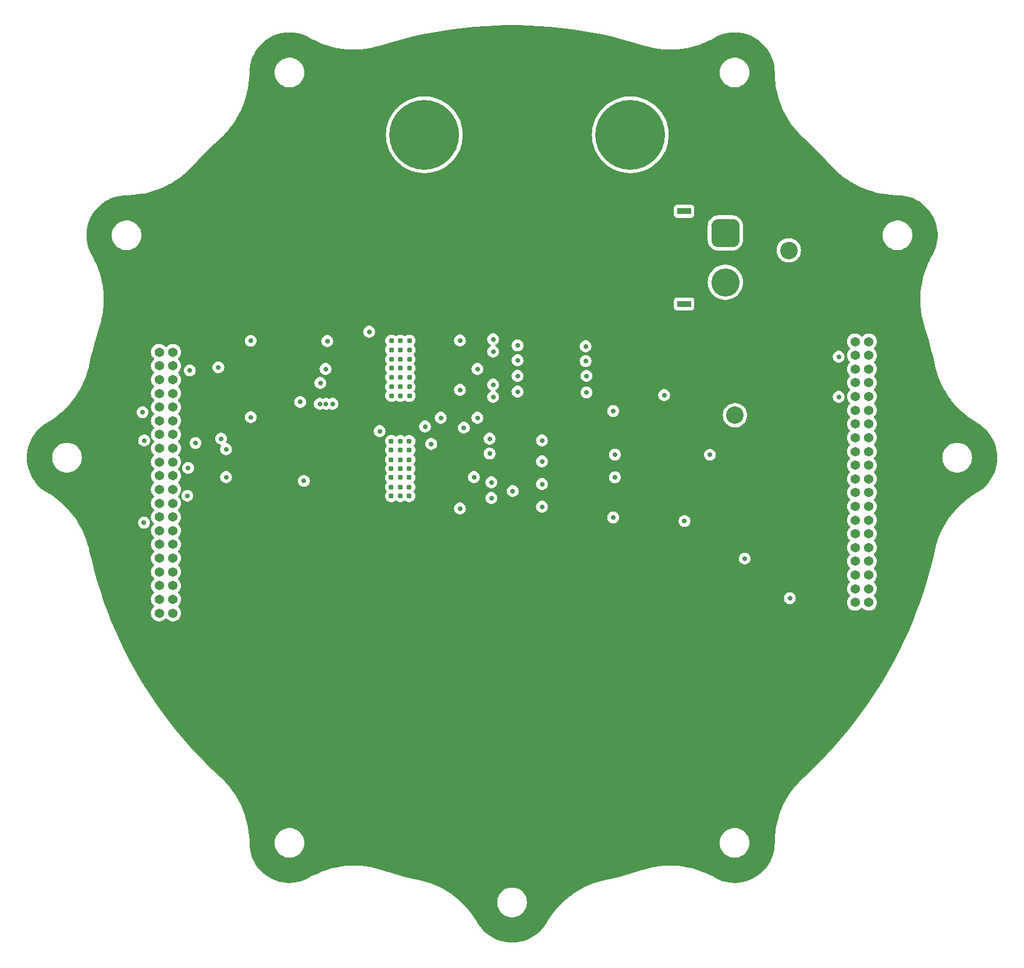
<source format=gbr>
%TF.GenerationSoftware,KiCad,Pcbnew,7.0.7*%
%TF.CreationDate,2024-03-26T08:25:24-07:00*%
%TF.ProjectId,Power-board,506f7765-722d-4626-9f61-72642e6b6963,rev?*%
%TF.SameCoordinates,Original*%
%TF.FileFunction,Copper,L3,Inr*%
%TF.FilePolarity,Positive*%
%FSLAX46Y46*%
G04 Gerber Fmt 4.6, Leading zero omitted, Abs format (unit mm)*
G04 Created by KiCad (PCBNEW 7.0.7) date 2024-03-26 08:25:24*
%MOMM*%
%LPD*%
G01*
G04 APERTURE LIST*
G04 Aperture macros list*
%AMRoundRect*
0 Rectangle with rounded corners*
0 $1 Rounding radius*
0 $2 $3 $4 $5 $6 $7 $8 $9 X,Y pos of 4 corners*
0 Add a 4 corners polygon primitive as box body*
4,1,4,$2,$3,$4,$5,$6,$7,$8,$9,$2,$3,0*
0 Add four circle primitives for the rounded corners*
1,1,$1+$1,$2,$3*
1,1,$1+$1,$4,$5*
1,1,$1+$1,$6,$7*
1,1,$1+$1,$8,$9*
0 Add four rect primitives between the rounded corners*
20,1,$1+$1,$2,$3,$4,$5,0*
20,1,$1+$1,$4,$5,$6,$7,0*
20,1,$1+$1,$6,$7,$8,$9,0*
20,1,$1+$1,$8,$9,$2,$3,0*%
G04 Aperture macros list end*
%TA.AperFunction,ComponentPad*%
%ADD10C,0.780000*%
%TD*%
%TA.AperFunction,ComponentPad*%
%ADD11C,1.371600*%
%TD*%
%TA.AperFunction,ComponentPad*%
%ADD12R,2.000000X0.900000*%
%TD*%
%TA.AperFunction,ComponentPad*%
%ADD13RoundRect,1.025000X1.025000X-1.025000X1.025000X1.025000X-1.025000X1.025000X-1.025000X-1.025000X0*%
%TD*%
%TA.AperFunction,ComponentPad*%
%ADD14C,4.100000*%
%TD*%
%TA.AperFunction,ComponentPad*%
%ADD15C,10.160000*%
%TD*%
%TA.AperFunction,ViaPad*%
%ADD16C,0.711200*%
%TD*%
%TA.AperFunction,ViaPad*%
%ADD17C,2.540000*%
%TD*%
G04 APERTURE END LIST*
D10*
%TO.N,GND*%
%TO.C,U3*%
X104588000Y-67788000D03*
X104588000Y-69088000D03*
X104588000Y-70488000D03*
X104588000Y-71788000D03*
X104588000Y-73088000D03*
X104588003Y-74488000D03*
X104588003Y-75788000D03*
X105888000Y-69088000D03*
X105888003Y-67788000D03*
X105888003Y-70488000D03*
X105888003Y-71788000D03*
X105888003Y-73088000D03*
X105888003Y-74488000D03*
X105888005Y-75788000D03*
X107188000Y-67788000D03*
X107188000Y-69088000D03*
X107188000Y-70488000D03*
X107188000Y-71788000D03*
X107188000Y-73088000D03*
X107188002Y-74488000D03*
X107188002Y-75788000D03*
%TD*%
D11*
%TO.N,+3.3V*%
%TO.C,J1*%
X70780000Y-69442100D03*
X72780000Y-69442100D03*
%TO.N,GND*%
X70780000Y-71442100D03*
X72780000Y-71442100D03*
%TO.N,+5V*%
X70780000Y-73442100D03*
X72780000Y-73442100D03*
X70780000Y-75442100D03*
X72780000Y-75442100D03*
%TO.N,GND*%
X70780000Y-77442100D03*
X72780000Y-77442100D03*
%TO.N,LOX_VENT+*%
X70780000Y-79442100D03*
X72780000Y-79442100D03*
%TO.N,GND*%
X70780000Y-81442100D03*
X72780000Y-81442100D03*
%TO.N,ETH_VENT+*%
X70780000Y-83442100D03*
X72780000Y-83442100D03*
%TO.N,GND*%
X70780000Y-85442100D03*
X72780000Y-85442100D03*
%TO.N,ETH_MAIN+*%
X70780000Y-87442100D03*
X72780000Y-87442100D03*
%TO.N,GND*%
X70780000Y-89442100D03*
X72780000Y-89442100D03*
%TO.N,PYRO_EX+*%
X70780000Y-91442100D03*
X72780000Y-91442100D03*
%TO.N,GND*%
X70780000Y-93442100D03*
X72780000Y-93442100D03*
%TO.N,unconnected-(J1A-Pin_27-PadA27)*%
X70780000Y-95442100D03*
%TO.N,unconnected-(J1A-Pin_28-PadA28)*%
X72780000Y-95442100D03*
%TO.N,unconnected-(J1A-Pin_29-PadA29)*%
X70780000Y-97442100D03*
%TO.N,unconnected-(J1A-Pin_30-PadA30)*%
X72780000Y-97442100D03*
%TO.N,unconnected-(J1A-Pin_31-PadA31)*%
X70780000Y-99442100D03*
%TO.N,unconnected-(J1A-Pin_32-PadA32)*%
X72780000Y-99442100D03*
%TO.N,unconnected-(J1A-Pin_33-PadA33)*%
X70780000Y-101442000D03*
%TO.N,unconnected-(J1A-Pin_34-PadA34)*%
X72780000Y-101442000D03*
%TO.N,PWR_SUP*%
X70780000Y-103442000D03*
X72780000Y-103442000D03*
X70780000Y-105442000D03*
X72780000Y-105442000D03*
X70780000Y-107442000D03*
X72780000Y-107442000D03*
%TO.N,unconnected-(J1B-Pin_1-PadB1)*%
X172050000Y-67905269D03*
%TO.N,unconnected-(J1B-Pin_2-PadB2)*%
X174050000Y-67905269D03*
%TO.N,unconnected-(J1B-Pin_3-PadB3)*%
X172050000Y-69905269D03*
%TO.N,unconnected-(J1B-Pin_4-PadB4)*%
X174050000Y-69905269D03*
%TO.N,GND*%
X172050000Y-71905269D03*
%TO.N,unconnected-(J1B-Pin_6-PadB6)*%
X174050000Y-71905269D03*
%TO.N,PYRO1EN*%
X172050000Y-73905269D03*
%TO.N,GND*%
X174050000Y-73905269D03*
X172050000Y-75905169D03*
%TO.N,unconnected-(J1B-Pin_10-PadB10)*%
X174050000Y-75905169D03*
%TO.N,unconnected-(J1B-Pin_11-PadB11)*%
X172050000Y-77905169D03*
%TO.N,unconnected-(J1B-Pin_12-PadB12)*%
X174050000Y-77905169D03*
%TO.N,unconnected-(J1B-Pin_13-PadB13)*%
X172050000Y-79905169D03*
%TO.N,unconnected-(J1B-Pin_14-PadB14)*%
X174050000Y-79905169D03*
%TO.N,unconnected-(J1B-Pin_15-PadB15)*%
X172050000Y-81905169D03*
%TO.N,unconnected-(J1B-Pin_16-PadB16)*%
X174050000Y-81905169D03*
%TO.N,GND*%
X172050000Y-83905169D03*
X174050000Y-83905169D03*
%TO.N,unconnected-(J1B-Pin_19-PadB19)*%
X172050000Y-85905169D03*
%TO.N,PYRO2EN*%
X174050000Y-85905169D03*
%TO.N,unconnected-(J1B-Pin_21-PadB21)*%
X172050000Y-87905169D03*
%TO.N,PYRO3EN*%
X174050000Y-87905169D03*
%TO.N,unconnected-(J1B-Pin_23-PadB23)*%
X172050000Y-89905169D03*
%TO.N,PYRO4EN*%
X174050000Y-89905169D03*
%TO.N,GND*%
X172050000Y-91905169D03*
X174050000Y-91905169D03*
%TO.N,unconnected-(J1B-Pin_27-PadB27)*%
X172050000Y-93905169D03*
%TO.N,unconnected-(J1B-Pin_28-PadB28)*%
X174050000Y-93905169D03*
%TO.N,unconnected-(J1B-Pin_29-PadB29)*%
X172050000Y-95905169D03*
%TO.N,unconnected-(J1B-Pin_30-PadB30)*%
X174050000Y-95905169D03*
%TO.N,unconnected-(J1B-Pin_31-PadB31)*%
X172050000Y-97905169D03*
%TO.N,unconnected-(J1B-Pin_32-PadB32)*%
X174050000Y-97905169D03*
%TO.N,GND*%
X172050000Y-99905169D03*
X174050000Y-99905169D03*
%TO.N,unconnected-(J1B-Pin_35-PadB35)*%
X172050000Y-101905169D03*
%TO.N,unconnected-(J1B-Pin_36-PadB36)*%
X174050000Y-101905169D03*
%TO.N,unconnected-(J1B-Pin_37-PadB37)*%
X172050000Y-103905169D03*
%TO.N,unconnected-(J1B-Pin_38-PadB38)*%
X174050000Y-103905169D03*
%TO.N,unconnected-(J1B-Pin_39-PadB39)*%
X172050000Y-105905169D03*
%TO.N,unconnected-(J1B-Pin_40-PadB40)*%
X174050000Y-105905169D03*
%TD*%
D10*
%TO.N,GND*%
%TO.C,U2*%
X104557997Y-82390000D03*
X104557997Y-83690000D03*
X104557997Y-85090000D03*
X104557997Y-86390000D03*
X104557997Y-87690000D03*
X104558000Y-89090000D03*
X104558000Y-90390000D03*
X105857997Y-83690000D03*
X105858000Y-82390000D03*
X105858000Y-85090000D03*
X105858000Y-86390000D03*
X105858000Y-87690000D03*
X105858000Y-89090000D03*
X105858002Y-90390000D03*
X107157997Y-82390000D03*
X107157997Y-83690000D03*
X107157997Y-85090000D03*
X107157997Y-86390000D03*
X107157997Y-87690000D03*
X107157999Y-89090000D03*
X107157999Y-90390000D03*
%TD*%
D12*
%TO.N,*%
%TO.C,J2*%
X147167600Y-62420400D03*
X147167600Y-48920400D03*
D13*
%TO.N,/BAT1_+_pre*%
X153167600Y-52070400D03*
D14*
%TO.N,GND*%
X153167600Y-59270400D03*
%TD*%
D15*
%TO.N,/BAT1_+_pre*%
%TO.C,J5*%
X139350000Y-37782000D03*
%TO.N,GND*%
X109380000Y-37782000D03*
%TD*%
D16*
%TO.N,GND*%
X91850000Y-88200000D03*
X132842000Y-70739000D03*
X74900000Y-90350000D03*
X75000000Y-86300000D03*
X79400000Y-71650000D03*
X84100000Y-67800000D03*
X126492000Y-82296000D03*
X91300000Y-76700000D03*
X122936000Y-72898000D03*
X75250000Y-72100000D03*
X68600000Y-82300000D03*
X122936000Y-75184000D03*
X119380000Y-74168000D03*
X119380000Y-67564000D03*
X68350000Y-78200000D03*
X126492000Y-88646000D03*
X122936000Y-70612000D03*
X122936000Y-68453000D03*
X102870000Y-80946600D03*
X126492000Y-91948000D03*
X119126000Y-90678000D03*
X118872000Y-82042000D03*
X119380000Y-75946000D03*
X79800000Y-82050000D03*
X118872000Y-84223400D03*
X126492000Y-85344000D03*
X68575000Y-94275000D03*
X132842000Y-68580000D03*
X137091999Y-87670001D03*
X132969000Y-72898000D03*
X136837999Y-93512001D03*
X132969000Y-75311000D03*
X162557500Y-105277000D03*
X136837999Y-78018001D03*
X147228500Y-94052000D03*
X84100000Y-78914600D03*
X119380000Y-69342000D03*
X155985500Y-99496000D03*
X150935500Y-84396000D03*
X137091999Y-84368001D03*
X119126000Y-88392000D03*
D17*
%TO.N,V_ALL+*%
X83312000Y-89154000D03*
X82296000Y-75184000D03*
D16*
X112268000Y-86868000D03*
X111252000Y-71120000D03*
D17*
X151892000Y-90932000D03*
D16*
X114554000Y-72542400D03*
D17*
X154178000Y-94234000D03*
D16*
X77750000Y-96050000D03*
X112268000Y-85852000D03*
D17*
X167386000Y-94742000D03*
D16*
X114808000Y-85852000D03*
D17*
X156210000Y-90932000D03*
D16*
X79790000Y-96860000D03*
X114706400Y-71069200D03*
D17*
X78232000Y-75184000D03*
X86106000Y-87122000D03*
D16*
X113538000Y-86360000D03*
X81750000Y-96150000D03*
D17*
X83058000Y-85344000D03*
D16*
X114808000Y-86868000D03*
D17*
X166624000Y-99060000D03*
D16*
X111252000Y-72491600D03*
%TO.N,LOX_VENT+*%
X114554000Y-67735001D03*
X115130001Y-80435001D03*
X76073000Y-82677000D03*
D17*
%TO.N,/BAT1_+_pre*%
X154581900Y-78620000D03*
X162407600Y-54610000D03*
D16*
%TO.N,ETH_VENT+*%
X110383401Y-82804000D03*
X109474000Y-80264000D03*
X117094000Y-71882000D03*
X80518000Y-83566000D03*
X117094000Y-78994000D03*
%TO.N,ETH_MAIIN+*%
X114554000Y-74930000D03*
X116586000Y-87630000D03*
%TO.N,PYRO_EX+*%
X114554000Y-92202000D03*
X111760000Y-78994000D03*
%TO.N,ETH_MAIN+*%
X80518000Y-87630000D03*
X122242000Y-89662000D03*
%TO.N,PYRO1EN*%
X95250000Y-67818000D03*
X101346000Y-66468600D03*
X96012000Y-76962000D03*
%TO.N,PYRO2EN*%
X169672000Y-75946000D03*
X95065803Y-76962000D03*
X169672000Y-70104000D03*
X94996000Y-71882000D03*
X144272000Y-75692000D03*
%TO.N,PYRO3EN*%
X94234000Y-73914000D03*
X94154600Y-76962000D03*
%TD*%
%TA.AperFunction,Conductor*%
%TO.N,V_ALL+*%
G36*
X124462469Y-21855887D02*
G01*
X126011176Y-21932196D01*
X127557535Y-22046602D01*
X129100610Y-22199035D01*
X130639466Y-22389402D01*
X132173169Y-22617590D01*
X133700792Y-22883458D01*
X135221407Y-23186847D01*
X136734094Y-23527573D01*
X138237937Y-23905428D01*
X139732023Y-24320184D01*
X141214538Y-24771312D01*
X141215444Y-24771600D01*
X141215444Y-24771601D01*
X141535889Y-24873444D01*
X142186485Y-25043598D01*
X142567662Y-25122418D01*
X142845039Y-25179775D01*
X143509747Y-25281601D01*
X143509757Y-25281602D01*
X144178869Y-25348811D01*
X144850566Y-25381218D01*
X144850573Y-25381217D01*
X144850574Y-25381218D01*
X145523047Y-25378736D01*
X146194481Y-25341373D01*
X146863080Y-25269228D01*
X146863079Y-25269228D01*
X147527033Y-25162496D01*
X147527034Y-25162496D01*
X148184563Y-25021464D01*
X148833874Y-24846515D01*
X148833875Y-24846515D01*
X149473259Y-24638111D01*
X149920822Y-24466068D01*
X150100953Y-24396826D01*
X150715291Y-24123301D01*
X151314613Y-23818274D01*
X151314615Y-23818273D01*
X151601309Y-23653095D01*
X151605956Y-23650418D01*
X151698439Y-23601982D01*
X152020141Y-23433500D01*
X152024620Y-23431381D01*
X152452596Y-23249446D01*
X152457247Y-23247686D01*
X152898463Y-23100747D01*
X152903237Y-23099369D01*
X153064933Y-23059628D01*
X153354851Y-22988375D01*
X153359711Y-22987386D01*
X153818795Y-22913058D01*
X153823691Y-22912466D01*
X154287275Y-22875288D01*
X154292238Y-22875091D01*
X154757290Y-22875302D01*
X154762230Y-22875504D01*
X155225384Y-22913073D01*
X155225754Y-22913103D01*
X155230705Y-22913705D01*
X155689686Y-22988444D01*
X155694569Y-22989443D01*
X156146063Y-23100843D01*
X156150856Y-23102233D01*
X156591929Y-23249569D01*
X156596569Y-23251329D01*
X157024384Y-23433655D01*
X157028877Y-23435788D01*
X157440639Y-23651914D01*
X157444953Y-23654404D01*
X157838011Y-23902938D01*
X157842111Y-23905768D01*
X158213895Y-24185082D01*
X158217761Y-24188237D01*
X158296948Y-24258365D01*
X158565906Y-24496555D01*
X158569496Y-24500002D01*
X158891713Y-24835298D01*
X158895023Y-24839032D01*
X159189243Y-25199149D01*
X159192239Y-25203133D01*
X159456553Y-25585737D01*
X159459216Y-25589945D01*
X159691919Y-25992570D01*
X159694241Y-25996988D01*
X159893821Y-26417018D01*
X159895779Y-26421605D01*
X160060942Y-26856311D01*
X160062520Y-26861030D01*
X160192197Y-27307602D01*
X160193395Y-27312447D01*
X160286752Y-27768012D01*
X160287557Y-27772937D01*
X160343985Y-28234526D01*
X160344391Y-28239500D01*
X160363552Y-28704703D01*
X160363859Y-29042868D01*
X160399362Y-29714404D01*
X160469652Y-30383182D01*
X160469652Y-30383183D01*
X160509563Y-30635926D01*
X160574545Y-31047442D01*
X160713754Y-31705354D01*
X160886904Y-32355158D01*
X161093531Y-32995105D01*
X161206426Y-33291246D01*
X161333076Y-33623470D01*
X161604903Y-34238579D01*
X161908263Y-34838739D01*
X162242342Y-35422343D01*
X162606261Y-35987855D01*
X162787304Y-36239470D01*
X162999021Y-36533717D01*
X162999023Y-36533720D01*
X163242911Y-36838040D01*
X163419569Y-37058471D01*
X163419572Y-37058474D01*
X163866768Y-37560699D01*
X163866769Y-37560699D01*
X163866772Y-37560702D01*
X164339427Y-38039057D01*
X164587847Y-38265650D01*
X165435203Y-39052948D01*
X166267960Y-39855671D01*
X167085838Y-40673549D01*
X167888561Y-41506307D01*
X168674872Y-42352601D01*
X168675847Y-42353670D01*
X168675847Y-42353671D01*
X168787735Y-42476338D01*
X168902440Y-42602094D01*
X169380786Y-43074745D01*
X169380786Y-43074744D01*
X169380793Y-43074751D01*
X169820244Y-43466056D01*
X169883024Y-43521958D01*
X170407764Y-43942497D01*
X170407764Y-43942498D01*
X170953639Y-44335268D01*
X171413303Y-44631072D01*
X171519114Y-44699164D01*
X171519152Y-44699188D01*
X172102757Y-45033268D01*
X172702918Y-45336628D01*
X172702926Y-45336631D01*
X172702931Y-45336634D01*
X173125561Y-45523400D01*
X173318028Y-45608455D01*
X173946395Y-45847999D01*
X174586344Y-46054623D01*
X175236139Y-46227770D01*
X175236138Y-46227769D01*
X175236141Y-46227769D01*
X175236150Y-46227772D01*
X175894063Y-46366977D01*
X176558313Y-46471865D01*
X176558319Y-46471865D01*
X176558328Y-46471867D01*
X177227106Y-46542152D01*
X177898662Y-46577651D01*
X177898661Y-46577650D01*
X178165383Y-46577888D01*
X178165387Y-46577890D01*
X178190019Y-46577911D01*
X178190020Y-46577912D01*
X178232675Y-46577949D01*
X178234101Y-46577951D01*
X178234158Y-46577951D01*
X178234890Y-46577952D01*
X178234896Y-46577952D01*
X178234969Y-46577955D01*
X178235941Y-46578241D01*
X178237444Y-46578057D01*
X178281566Y-46579872D01*
X178702055Y-46597178D01*
X178706976Y-46597580D01*
X179168595Y-46653999D01*
X179173503Y-46654800D01*
X179629093Y-46748150D01*
X179633894Y-46749336D01*
X180080532Y-46879020D01*
X180085209Y-46880585D01*
X180519953Y-47045750D01*
X180524533Y-47047704D01*
X180944571Y-47247278D01*
X180948989Y-47249600D01*
X181351607Y-47482289D01*
X181355824Y-47484958D01*
X181738437Y-47749268D01*
X181742426Y-47752267D01*
X182102549Y-48046482D01*
X182106274Y-48049783D01*
X182441586Y-48372007D01*
X182445033Y-48375596D01*
X182493394Y-48430203D01*
X182753358Y-48723742D01*
X182756513Y-48727608D01*
X183035837Y-49099397D01*
X183038663Y-49103491D01*
X183287203Y-49496554D01*
X183289690Y-49500861D01*
X183348408Y-49612728D01*
X183505818Y-49912621D01*
X183507957Y-49917127D01*
X183690281Y-50344930D01*
X183692047Y-50349586D01*
X183839387Y-50790668D01*
X183840777Y-50795462D01*
X183952173Y-51246936D01*
X183953173Y-51251826D01*
X184027912Y-51710813D01*
X184028515Y-51715767D01*
X184066112Y-52179270D01*
X184066315Y-52184257D01*
X184066524Y-52649286D01*
X184066326Y-52654272D01*
X184029148Y-53117809D01*
X184028549Y-53122764D01*
X183954222Y-53581818D01*
X183953227Y-53586709D01*
X183842237Y-54038287D01*
X183840851Y-54043082D01*
X183693909Y-54484292D01*
X183692143Y-54488960D01*
X183510209Y-54916917D01*
X183508073Y-54921427D01*
X183397090Y-55133332D01*
X183292070Y-55333849D01*
X183123233Y-55626895D01*
X183026163Y-55817622D01*
X182818209Y-56226218D01*
X182606110Y-56702597D01*
X182580500Y-56760121D01*
X182544687Y-56840557D01*
X182303401Y-57468258D01*
X182303401Y-57468257D01*
X182228862Y-57696944D01*
X182095003Y-58107631D01*
X182095000Y-58107641D01*
X182095000Y-58107642D01*
X181920055Y-58756947D01*
X181779024Y-59414476D01*
X181779024Y-59414477D01*
X181672293Y-60078429D01*
X181600149Y-60747027D01*
X181600149Y-60747026D01*
X181562787Y-61418461D01*
X181562574Y-61476309D01*
X181560305Y-62090942D01*
X181592713Y-62762638D01*
X181627877Y-63112728D01*
X181659922Y-63431760D01*
X181761748Y-64096467D01*
X181761750Y-64096475D01*
X181897924Y-64755020D01*
X181949318Y-64951528D01*
X182068077Y-65405616D01*
X182168595Y-65721897D01*
X182168597Y-65721900D01*
X182169872Y-65725909D01*
X182510102Y-66831558D01*
X182792576Y-67813289D01*
X182829931Y-67943115D01*
X183129296Y-69060357D01*
X183408096Y-70182908D01*
X183666166Y-71310077D01*
X183666235Y-71310388D01*
X183666622Y-71312151D01*
X183678162Y-71364775D01*
X183678221Y-71364963D01*
X183699127Y-71460290D01*
X183728689Y-71595099D01*
X183738277Y-71638818D01*
X183802389Y-71872479D01*
X183916213Y-72287321D01*
X184125222Y-72918685D01*
X184127556Y-72925733D01*
X184371731Y-73552315D01*
X184648081Y-74165387D01*
X184955862Y-74763298D01*
X185100514Y-75011723D01*
X185294245Y-75344436D01*
X185660968Y-75905169D01*
X185662322Y-75907240D01*
X186055991Y-76445939D01*
X186059093Y-76450183D01*
X186059093Y-76450184D01*
X186078492Y-76474027D01*
X186483506Y-76971826D01*
X186934403Y-77470744D01*
X187314364Y-77849654D01*
X187410579Y-77945603D01*
X187410578Y-77945602D01*
X187494501Y-78021026D01*
X187910738Y-78395113D01*
X188433548Y-78818075D01*
X188433556Y-78818081D01*
X188433560Y-78818084D01*
X188597367Y-78937096D01*
X188977595Y-79213346D01*
X189249875Y-79390345D01*
X189502103Y-79554309D01*
X189541414Y-79579863D01*
X189766061Y-79709833D01*
X189793611Y-79725772D01*
X189832440Y-79748238D01*
X189867890Y-79770699D01*
X190227370Y-79998465D01*
X190231474Y-80001303D01*
X190603012Y-80280967D01*
X190606875Y-80284126D01*
X190886643Y-80532351D01*
X190954709Y-80592742D01*
X190958305Y-80596201D01*
X191280219Y-80931798D01*
X191283522Y-80935531D01*
X191577407Y-81295916D01*
X191577412Y-81295921D01*
X191580399Y-81299901D01*
X191650993Y-81402290D01*
X191844358Y-81682746D01*
X191847023Y-81686965D01*
X192079353Y-82089800D01*
X192081671Y-82094220D01*
X192280859Y-82514421D01*
X192282810Y-82519003D01*
X192375971Y-82764883D01*
X192447571Y-82953858D01*
X192449150Y-82958592D01*
X192578420Y-83405298D01*
X192579612Y-83410137D01*
X192672547Y-83865775D01*
X192673345Y-83870694D01*
X192699515Y-84086408D01*
X192729349Y-84332326D01*
X192729750Y-84337300D01*
X192748459Y-84801954D01*
X192748459Y-84806944D01*
X192729750Y-85271598D01*
X192729349Y-85276572D01*
X192705302Y-85474789D01*
X192682799Y-85660289D01*
X192673347Y-85738198D01*
X192672547Y-85743124D01*
X192579614Y-86198754D01*
X192578420Y-86203600D01*
X192449150Y-86650305D01*
X192447571Y-86655040D01*
X192282814Y-87089886D01*
X192280859Y-87094478D01*
X192081672Y-87514678D01*
X192079354Y-87519098D01*
X191847023Y-87921933D01*
X191844358Y-87926152D01*
X191580408Y-88308985D01*
X191577412Y-88312977D01*
X191283525Y-88673363D01*
X191280218Y-88677100D01*
X190958307Y-89012697D01*
X190954710Y-89016157D01*
X190606875Y-89324773D01*
X190603011Y-89327933D01*
X190231477Y-89607595D01*
X190227372Y-89610434D01*
X189832453Y-89860652D01*
X189807767Y-89874935D01*
X189807765Y-89874936D01*
X189793611Y-89883126D01*
X189793610Y-89883126D01*
X189541414Y-90029037D01*
X188977596Y-90395554D01*
X188977589Y-90395559D01*
X188977588Y-90395559D01*
X188588842Y-90678000D01*
X188433549Y-90790827D01*
X187910741Y-91213789D01*
X187705746Y-91398025D01*
X187410570Y-91663309D01*
X187410571Y-91663309D01*
X186934406Y-92138158D01*
X186560285Y-92552123D01*
X186483504Y-92637081D01*
X186059095Y-93158717D01*
X185971932Y-93277992D01*
X185662323Y-93701661D01*
X185662322Y-93701662D01*
X185307154Y-94244727D01*
X185294246Y-94264463D01*
X184955860Y-94845601D01*
X184955852Y-94845616D01*
X184955852Y-94845615D01*
X184648076Y-95443512D01*
X184371723Y-96056583D01*
X184127547Y-96683162D01*
X183916203Y-97321567D01*
X183790276Y-97780507D01*
X183738260Y-97970078D01*
X183738259Y-97970082D01*
X183678030Y-98244727D01*
X183669465Y-98283781D01*
X183666248Y-98298449D01*
X183315451Y-99808896D01*
X182927598Y-101310191D01*
X182502909Y-102801484D01*
X182041642Y-104281873D01*
X181544077Y-105750459D01*
X181010515Y-107206353D01*
X180441279Y-108648673D01*
X179836715Y-110076545D01*
X179197188Y-111489104D01*
X178523086Y-112885493D01*
X177814818Y-114264867D01*
X177072813Y-115626390D01*
X176297520Y-116969237D01*
X175489409Y-118292593D01*
X174648971Y-119595659D01*
X173776713Y-120877642D01*
X172873164Y-122137768D01*
X171938873Y-123375272D01*
X170974405Y-124589405D01*
X169980345Y-125779430D01*
X168957295Y-126944628D01*
X167905874Y-128084290D01*
X166826721Y-129197728D01*
X165720488Y-130284267D01*
X164589936Y-131341292D01*
X164339401Y-131569815D01*
X163866743Y-132048173D01*
X163761136Y-132166775D01*
X163419542Y-132550403D01*
X163419540Y-132550405D01*
X162998986Y-133075167D01*
X162606235Y-133621022D01*
X162606234Y-133621022D01*
X162242315Y-134186536D01*
X161908242Y-134770133D01*
X161908241Y-134770133D01*
X161908233Y-134770149D01*
X161604872Y-135370316D01*
X161333053Y-135985413D01*
X161093509Y-136613782D01*
X160886885Y-137253731D01*
X160713738Y-137903538D01*
X160574533Y-138561452D01*
X160484986Y-139128549D01*
X160469643Y-139225716D01*
X160399358Y-139894494D01*
X160399358Y-139894497D01*
X160363859Y-140566039D01*
X160363859Y-140566049D01*
X160363858Y-140566049D01*
X160363562Y-140896921D01*
X160363556Y-140902287D01*
X160344322Y-141369402D01*
X160343917Y-141374376D01*
X160287493Y-141835962D01*
X160286689Y-141840888D01*
X160193338Y-142296448D01*
X160192140Y-142301293D01*
X160062468Y-142747858D01*
X160060885Y-142752590D01*
X159895727Y-143187300D01*
X159893768Y-143191891D01*
X159694196Y-143611911D01*
X159691875Y-143616329D01*
X159459179Y-144018945D01*
X159456510Y-144023162D01*
X159192199Y-144405768D01*
X159189199Y-144409757D01*
X159044026Y-144587449D01*
X158901096Y-144762395D01*
X158894995Y-144769862D01*
X158891684Y-144773597D01*
X158569464Y-145108898D01*
X158565864Y-145112354D01*
X158217739Y-145420659D01*
X158213873Y-145423815D01*
X157842078Y-145703138D01*
X157837971Y-145705972D01*
X157444942Y-145954490D01*
X157440620Y-145956986D01*
X157028855Y-146173115D01*
X157024346Y-146175255D01*
X156596570Y-146357567D01*
X156591904Y-146359337D01*
X156150827Y-146506675D01*
X156146033Y-146508065D01*
X155694565Y-146619460D01*
X155689675Y-146620460D01*
X155230693Y-146695199D01*
X155225740Y-146695802D01*
X154762242Y-146733400D01*
X154757256Y-146733603D01*
X154292231Y-146733814D01*
X154287244Y-146733616D01*
X154139966Y-146721804D01*
X153823706Y-146696440D01*
X153818761Y-146695842D01*
X153703238Y-146677138D01*
X153359709Y-146621519D01*
X153354829Y-146620526D01*
X152903244Y-146509538D01*
X152898450Y-146508154D01*
X152575936Y-146400746D01*
X152457253Y-146361220D01*
X152452586Y-146359455D01*
X152024623Y-146177523D01*
X152020112Y-146175388D01*
X151608280Y-145959701D01*
X151607587Y-145959032D01*
X151605377Y-145958147D01*
X151567074Y-145936080D01*
X151567073Y-145936079D01*
X151557857Y-145930770D01*
X151557818Y-145930751D01*
X151314611Y-145790628D01*
X150874335Y-145566552D01*
X150715287Y-145485605D01*
X150238912Y-145273507D01*
X150100954Y-145212084D01*
X150100953Y-145212084D01*
X150100949Y-145212082D01*
X149473248Y-144970796D01*
X149473249Y-144970796D01*
X149242535Y-144895597D01*
X148833876Y-144762398D01*
X148833835Y-144762387D01*
X148184560Y-144587449D01*
X147527032Y-144446418D01*
X147527031Y-144446418D01*
X146863079Y-144339687D01*
X146194481Y-144267543D01*
X145523047Y-144230180D01*
X144850575Y-144227698D01*
X144850574Y-144227698D01*
X144850567Y-144227698D01*
X144178870Y-144260105D01*
X143524528Y-144325829D01*
X143509749Y-144327314D01*
X142845042Y-144429139D01*
X142525564Y-144495201D01*
X142186489Y-144565315D01*
X141535893Y-144735467D01*
X141535894Y-144735467D01*
X141258216Y-144823716D01*
X141229040Y-144832988D01*
X141215448Y-144837308D01*
X140109951Y-145177493D01*
X138998394Y-145497321D01*
X137881152Y-145796686D01*
X136758602Y-146075486D01*
X135631536Y-146333533D01*
X135631122Y-146333624D01*
X135631121Y-146333624D01*
X135630608Y-146333736D01*
X135630267Y-146333811D01*
X135577240Y-146345440D01*
X135576918Y-146345539D01*
X135302698Y-146405675D01*
X135302695Y-146405675D01*
X135302694Y-146405676D01*
X135194902Y-146435252D01*
X134654190Y-146583612D01*
X134015790Y-146794950D01*
X134015789Y-146794950D01*
X133778466Y-146887432D01*
X133389197Y-147039128D01*
X133236837Y-147107806D01*
X132776126Y-147315476D01*
X132776127Y-147315476D01*
X132776125Y-147315477D01*
X132178214Y-147623258D01*
X131864242Y-147806077D01*
X131597076Y-147961641D01*
X131379643Y-148103843D01*
X131034272Y-148329717D01*
X130658518Y-148604309D01*
X130491328Y-148726487D01*
X130491327Y-148726487D01*
X129969691Y-149150893D01*
X129470774Y-149601788D01*
X129470775Y-149601788D01*
X129470767Y-149601795D01*
X128995918Y-150077960D01*
X128995918Y-150077959D01*
X128995912Y-150077966D01*
X128546398Y-150578129D01*
X128123435Y-151100938D01*
X128092027Y-151144168D01*
X127728168Y-151644976D01*
X127361648Y-152208801D01*
X127361648Y-152208802D01*
X127215525Y-152461365D01*
X127193269Y-152499830D01*
X126943043Y-152894760D01*
X126940204Y-152898865D01*
X126660542Y-153270399D01*
X126657382Y-153274263D01*
X126348766Y-153622098D01*
X126345307Y-153625694D01*
X126009710Y-153947606D01*
X126005973Y-153950913D01*
X125645587Y-154244800D01*
X125641595Y-154247796D01*
X125258762Y-154511746D01*
X125254543Y-154514411D01*
X124851699Y-154746747D01*
X124847287Y-154749060D01*
X124589942Y-154871049D01*
X124427098Y-154948243D01*
X124422506Y-154950198D01*
X123987650Y-155114959D01*
X123982916Y-155116538D01*
X123536210Y-155245808D01*
X123531364Y-155247002D01*
X123075734Y-155339935D01*
X123070811Y-155340734D01*
X122862266Y-155366034D01*
X122609182Y-155396737D01*
X122604208Y-155397138D01*
X122139554Y-155415847D01*
X122134564Y-155415847D01*
X121669911Y-155397138D01*
X121664937Y-155396737D01*
X121595169Y-155388273D01*
X121203304Y-155340733D01*
X121198387Y-155339935D01*
X120742748Y-155247000D01*
X120737909Y-155245808D01*
X120291203Y-155116538D01*
X120286469Y-155114959D01*
X119851613Y-154950198D01*
X119847021Y-154948243D01*
X119426822Y-154749055D01*
X119422420Y-154746747D01*
X119019576Y-154514411D01*
X119015357Y-154511746D01*
X118833852Y-154386604D01*
X118632512Y-154247787D01*
X118628539Y-154244805D01*
X118468990Y-154114697D01*
X118268146Y-153950913D01*
X118264409Y-153947606D01*
X117928812Y-153625694D01*
X117925353Y-153622098D01*
X117616724Y-153274248D01*
X117613587Y-153270411D01*
X117333912Y-152898862D01*
X117331085Y-152894774D01*
X117081053Y-152500152D01*
X117058612Y-152461364D01*
X116912487Y-152208795D01*
X116909568Y-152204305D01*
X116545971Y-151644977D01*
X116545970Y-151644975D01*
X116150698Y-151100927D01*
X115727735Y-150578117D01*
X115350559Y-150158442D01*
X115278215Y-150077946D01*
X115278215Y-150077947D01*
X114803365Y-149601781D01*
X114773122Y-149574449D01*
X119972514Y-149574449D01*
X119992674Y-149869182D01*
X120052781Y-150158439D01*
X120052782Y-150158442D01*
X120151712Y-150436802D01*
X120151711Y-150436802D01*
X120287630Y-150699113D01*
X120287634Y-150699119D01*
X120457994Y-150940465D01*
X120659645Y-151156380D01*
X120888802Y-151342813D01*
X120888805Y-151342815D01*
X120888809Y-151342818D01*
X121021230Y-151423345D01*
X121141229Y-151496318D01*
X121326292Y-151576702D01*
X121412198Y-151614016D01*
X121696670Y-151693722D01*
X121953979Y-151729087D01*
X121989345Y-151733949D01*
X121989346Y-151733949D01*
X122284775Y-151733949D01*
X122316328Y-151729612D01*
X122577450Y-151693722D01*
X122861922Y-151614016D01*
X123132892Y-151496317D01*
X123385311Y-151342818D01*
X123614478Y-151156377D01*
X123816123Y-150940468D01*
X123986490Y-150699112D01*
X124122406Y-150436806D01*
X124221339Y-150158437D01*
X124281445Y-149869188D01*
X124301606Y-149574449D01*
X124281445Y-149279710D01*
X124221339Y-148990461D01*
X124122407Y-148712095D01*
X124122408Y-148712095D01*
X123986489Y-148449784D01*
X123986485Y-148449778D01*
X123816125Y-148208432D01*
X123748908Y-148136460D01*
X123614478Y-147992521D01*
X123614476Y-147992520D01*
X123614474Y-147992517D01*
X123385317Y-147806084D01*
X123385306Y-147806077D01*
X123132890Y-147652579D01*
X122861925Y-147534883D01*
X122861923Y-147534882D01*
X122861922Y-147534882D01*
X122780990Y-147512206D01*
X122577455Y-147455177D01*
X122577451Y-147455176D01*
X122577450Y-147455176D01*
X122431111Y-147435062D01*
X122284775Y-147414949D01*
X122284774Y-147414949D01*
X121989346Y-147414949D01*
X121989345Y-147414949D01*
X121696670Y-147455176D01*
X121696664Y-147455177D01*
X121412194Y-147534883D01*
X121141229Y-147652579D01*
X120888813Y-147806077D01*
X120888802Y-147806084D01*
X120659645Y-147992517D01*
X120457994Y-148208432D01*
X120287634Y-148449778D01*
X120287630Y-148449784D01*
X120151712Y-148712095D01*
X120052782Y-148990455D01*
X120052781Y-148990458D01*
X119992674Y-149279715D01*
X119972514Y-149574449D01*
X114773122Y-149574449D01*
X114304447Y-149150883D01*
X114304442Y-149150879D01*
X114304430Y-149150868D01*
X113782804Y-148726470D01*
X113782803Y-148726470D01*
X113239859Y-148329698D01*
X113239858Y-148329697D01*
X112677055Y-147961621D01*
X112409924Y-147806077D01*
X112095916Y-147623237D01*
X111498005Y-147315455D01*
X110884933Y-147039104D01*
X110258350Y-146794929D01*
X110258345Y-146794927D01*
X110258339Y-146794925D01*
X109619938Y-146583586D01*
X108971430Y-146405648D01*
X108686833Y-146343237D01*
X108675311Y-146340710D01*
X108643069Y-146333639D01*
X108642999Y-146333623D01*
X107515519Y-146075483D01*
X106392969Y-145796683D01*
X105275727Y-145497319D01*
X104164170Y-145177490D01*
X104051545Y-145142833D01*
X103058362Y-144837210D01*
X103033902Y-144829436D01*
X103015905Y-144823717D01*
X103015904Y-144823717D01*
X103006810Y-144820827D01*
X103006772Y-144820818D01*
X102738226Y-144735470D01*
X102738215Y-144735467D01*
X102087637Y-144565316D01*
X101429096Y-144429141D01*
X101429097Y-144429141D01*
X101429088Y-144429139D01*
X101429085Y-144429139D01*
X101274129Y-144405401D01*
X100764371Y-144327310D01*
X100749541Y-144325820D01*
X100095250Y-144260100D01*
X99423553Y-144227692D01*
X99423546Y-144227692D01*
X98751072Y-144230172D01*
X98079638Y-144267535D01*
X97411039Y-144339679D01*
X97411038Y-144339679D01*
X96747086Y-144446409D01*
X96089557Y-144587441D01*
X95459949Y-144757080D01*
X95440241Y-144762390D01*
X95031532Y-144895606D01*
X94800862Y-144970791D01*
X94441646Y-145108873D01*
X94173168Y-145212075D01*
X93558830Y-145485599D01*
X92959508Y-145790625D01*
X92959501Y-145790629D01*
X92699983Y-145940149D01*
X92699980Y-145940149D01*
X92699981Y-145940150D01*
X92668193Y-145958464D01*
X92254008Y-146175379D01*
X92249498Y-146177515D01*
X91821544Y-146359438D01*
X91816876Y-146361204D01*
X91375669Y-146508137D01*
X91370875Y-146509522D01*
X90919291Y-146620506D01*
X90914401Y-146621501D01*
X90488316Y-146690484D01*
X90455361Y-146695820D01*
X90450418Y-146696417D01*
X90117338Y-146723129D01*
X89986880Y-146733591D01*
X89981893Y-146733789D01*
X89516870Y-146733576D01*
X89511883Y-146733373D01*
X89048387Y-146695774D01*
X89043433Y-146695171D01*
X88584451Y-146620430D01*
X88579562Y-146619430D01*
X88362025Y-146565755D01*
X88128094Y-146508034D01*
X88123306Y-146506646D01*
X87682223Y-146359305D01*
X87677557Y-146357535D01*
X87649177Y-146345440D01*
X87249786Y-146175225D01*
X87245277Y-146173085D01*
X86833514Y-145956957D01*
X86829192Y-145954461D01*
X86436164Y-145705944D01*
X86432057Y-145703110D01*
X86060264Y-145423788D01*
X86056397Y-145420632D01*
X85945483Y-145322406D01*
X85708261Y-145112321D01*
X85704671Y-145108873D01*
X85614085Y-145014610D01*
X85382447Y-144773569D01*
X85379147Y-144769845D01*
X85368711Y-144757072D01*
X85084930Y-144409727D01*
X85081938Y-144405748D01*
X84817621Y-144023139D01*
X84814957Y-144018930D01*
X84582260Y-143616313D01*
X84579938Y-143611895D01*
X84541004Y-143529955D01*
X84380362Y-143191874D01*
X84378408Y-143187291D01*
X84213243Y-142752579D01*
X84211660Y-142747846D01*
X84187685Y-142665283D01*
X84081985Y-142301278D01*
X84080789Y-142296439D01*
X84073922Y-142262930D01*
X83987433Y-141840876D01*
X83986630Y-141835956D01*
X83930203Y-141374369D01*
X83929797Y-141369395D01*
X83910593Y-140903128D01*
X83910593Y-140902277D01*
X83910594Y-140902277D01*
X83910589Y-140896914D01*
X87587514Y-140896914D01*
X87587831Y-140901551D01*
X87607674Y-141191647D01*
X87667781Y-141480904D01*
X87667782Y-141480907D01*
X87766712Y-141759267D01*
X87766711Y-141759267D01*
X87902630Y-142021578D01*
X87902634Y-142021584D01*
X88072994Y-142262930D01*
X88274645Y-142478845D01*
X88503802Y-142665278D01*
X88503805Y-142665280D01*
X88503809Y-142665283D01*
X88636230Y-142745810D01*
X88756229Y-142818783D01*
X88941292Y-142899167D01*
X89027198Y-142936481D01*
X89311670Y-143016187D01*
X89568979Y-143051552D01*
X89604345Y-143056414D01*
X89604346Y-143056414D01*
X89899775Y-143056414D01*
X89931328Y-143052077D01*
X90192450Y-143016187D01*
X90476922Y-142936481D01*
X90747892Y-142818782D01*
X91000311Y-142665283D01*
X91229478Y-142478842D01*
X91431123Y-142262933D01*
X91601490Y-142021577D01*
X91737406Y-141759271D01*
X91836339Y-141480902D01*
X91896445Y-141191653D01*
X91916606Y-140896914D01*
X152357514Y-140896914D01*
X152357831Y-140901551D01*
X152377674Y-141191647D01*
X152437781Y-141480904D01*
X152437782Y-141480907D01*
X152536712Y-141759267D01*
X152536711Y-141759267D01*
X152672630Y-142021578D01*
X152672634Y-142021584D01*
X152842994Y-142262930D01*
X153044645Y-142478845D01*
X153273802Y-142665278D01*
X153273805Y-142665280D01*
X153273809Y-142665283D01*
X153406230Y-142745810D01*
X153526229Y-142818783D01*
X153711292Y-142899167D01*
X153797198Y-142936481D01*
X154081670Y-143016187D01*
X154338979Y-143051552D01*
X154374345Y-143056414D01*
X154374346Y-143056414D01*
X154669775Y-143056414D01*
X154701328Y-143052077D01*
X154962450Y-143016187D01*
X155246922Y-142936481D01*
X155517892Y-142818782D01*
X155770311Y-142665283D01*
X155999478Y-142478842D01*
X156201123Y-142262933D01*
X156371490Y-142021577D01*
X156507406Y-141759271D01*
X156606339Y-141480902D01*
X156666445Y-141191653D01*
X156686606Y-140896914D01*
X156666445Y-140602175D01*
X156606339Y-140312926D01*
X156586511Y-140257137D01*
X156507407Y-140034560D01*
X156507408Y-140034560D01*
X156371489Y-139772249D01*
X156371485Y-139772243D01*
X156201125Y-139530897D01*
X156133908Y-139458925D01*
X155999478Y-139314986D01*
X155999476Y-139314985D01*
X155999474Y-139314982D01*
X155770317Y-139128549D01*
X155770306Y-139128542D01*
X155517890Y-138975044D01*
X155246925Y-138857348D01*
X155246923Y-138857347D01*
X155246922Y-138857347D01*
X155165990Y-138834670D01*
X154962455Y-138777642D01*
X154962451Y-138777641D01*
X154962450Y-138777641D01*
X154816112Y-138757527D01*
X154669775Y-138737414D01*
X154669774Y-138737414D01*
X154374346Y-138737414D01*
X154374345Y-138737414D01*
X154081670Y-138777641D01*
X154081664Y-138777642D01*
X153797194Y-138857348D01*
X153526229Y-138975044D01*
X153273813Y-139128542D01*
X153273802Y-139128549D01*
X153044645Y-139314982D01*
X152842994Y-139530897D01*
X152672634Y-139772243D01*
X152672630Y-139772249D01*
X152536712Y-140034560D01*
X152437782Y-140312920D01*
X152437781Y-140312923D01*
X152377674Y-140602180D01*
X152375175Y-140638719D01*
X152357514Y-140896914D01*
X91916606Y-140896914D01*
X91896445Y-140602175D01*
X91836339Y-140312926D01*
X91816511Y-140257137D01*
X91737407Y-140034560D01*
X91737408Y-140034560D01*
X91601489Y-139772249D01*
X91601485Y-139772243D01*
X91431125Y-139530897D01*
X91363907Y-139458925D01*
X91229478Y-139314986D01*
X91229476Y-139314985D01*
X91229474Y-139314982D01*
X91000317Y-139128549D01*
X91000306Y-139128542D01*
X90747890Y-138975044D01*
X90476925Y-138857348D01*
X90476923Y-138857347D01*
X90476922Y-138857347D01*
X90395990Y-138834670D01*
X90192455Y-138777642D01*
X90192451Y-138777641D01*
X90192450Y-138777641D01*
X90046112Y-138757527D01*
X89899775Y-138737414D01*
X89899774Y-138737414D01*
X89604346Y-138737414D01*
X89604345Y-138737414D01*
X89311670Y-138777641D01*
X89311664Y-138777642D01*
X89027194Y-138857348D01*
X88756229Y-138975044D01*
X88503813Y-139128542D01*
X88503802Y-139128549D01*
X88274645Y-139314982D01*
X88072994Y-139530897D01*
X87902634Y-139772243D01*
X87902630Y-139772249D01*
X87766712Y-140034560D01*
X87667782Y-140312920D01*
X87667781Y-140312923D01*
X87607674Y-140602180D01*
X87605175Y-140638719D01*
X87587514Y-140896914D01*
X83910589Y-140896914D01*
X83910289Y-140566037D01*
X83900817Y-140386881D01*
X83874786Y-139894492D01*
X83804495Y-139225715D01*
X83804495Y-139225716D01*
X83804494Y-139225715D01*
X83804493Y-139225701D01*
X83699601Y-138561452D01*
X83560391Y-137903540D01*
X83387241Y-137253741D01*
X83387240Y-137253740D01*
X83180614Y-136613792D01*
X83180614Y-136613793D01*
X83180612Y-136613787D01*
X82941064Y-135985420D01*
X82669242Y-135370326D01*
X82365877Y-134770161D01*
X82031787Y-134186541D01*
X81963662Y-134080679D01*
X81667870Y-133621037D01*
X81275099Y-133075164D01*
X81275099Y-133075163D01*
X80854559Y-132550424D01*
X80512919Y-132166749D01*
X80407352Y-132048193D01*
X80407345Y-132048186D01*
X80407346Y-132048186D01*
X79934695Y-131569840D01*
X79934666Y-131569814D01*
X79686273Y-131343247D01*
X78553632Y-130284267D01*
X77447399Y-129197728D01*
X76368246Y-128084290D01*
X75316825Y-126944628D01*
X74293775Y-125779430D01*
X73299715Y-124589405D01*
X72335247Y-123375272D01*
X71400956Y-122137768D01*
X70497407Y-120877642D01*
X69625149Y-119595659D01*
X68784711Y-118292593D01*
X67976600Y-116969237D01*
X67201307Y-115626390D01*
X66459302Y-114264867D01*
X65751034Y-112885493D01*
X65076932Y-111489104D01*
X64437405Y-110076545D01*
X63832841Y-108648673D01*
X63356607Y-107442000D01*
X69588618Y-107442000D01*
X69608903Y-107660913D01*
X69669069Y-107872379D01*
X69767063Y-108069176D01*
X69767068Y-108069184D01*
X69780000Y-108086308D01*
X69899558Y-108244629D01*
X70062032Y-108392743D01*
X70248955Y-108508481D01*
X70453963Y-108587902D01*
X70670073Y-108628300D01*
X70670075Y-108628300D01*
X70889925Y-108628300D01*
X70889927Y-108628300D01*
X71106037Y-108587902D01*
X71311045Y-108508481D01*
X71497968Y-108392743D01*
X71660442Y-108244629D01*
X71681046Y-108217343D01*
X71737153Y-108175709D01*
X71806865Y-108171016D01*
X71868048Y-108204758D01*
X71878948Y-108217337D01*
X71899558Y-108244629D01*
X72062032Y-108392743D01*
X72248955Y-108508481D01*
X72453963Y-108587902D01*
X72670073Y-108628300D01*
X72670075Y-108628300D01*
X72889925Y-108628300D01*
X72889927Y-108628300D01*
X73106037Y-108587902D01*
X73311045Y-108508481D01*
X73497968Y-108392743D01*
X73660442Y-108244629D01*
X73792933Y-108069182D01*
X73890931Y-107872377D01*
X73951096Y-107660916D01*
X73971382Y-107442000D01*
X73951096Y-107223084D01*
X73890931Y-107011623D01*
X73871027Y-106971650D01*
X73792936Y-106814823D01*
X73792931Y-106814815D01*
X73716030Y-106712982D01*
X73660442Y-106639371D01*
X73544453Y-106533634D01*
X73508175Y-106473927D01*
X73509935Y-106404079D01*
X73544453Y-106350366D01*
X73660442Y-106244629D01*
X73792933Y-106069182D01*
X73890931Y-105872377D01*
X73951096Y-105660916D01*
X73971382Y-105442000D01*
X73956092Y-105277000D01*
X161696684Y-105277000D01*
X161715495Y-105455974D01*
X161771105Y-105627125D01*
X161861085Y-105782975D01*
X161941583Y-105872377D01*
X161971108Y-105905168D01*
X161981502Y-105916711D01*
X162127092Y-106022489D01*
X162291493Y-106095685D01*
X162291496Y-106095685D01*
X162291497Y-106095686D01*
X162319628Y-106101665D01*
X162467520Y-106133100D01*
X162647480Y-106133100D01*
X162823507Y-106095685D01*
X162987908Y-106022489D01*
X163133498Y-105916711D01*
X163143891Y-105905169D01*
X170858618Y-105905169D01*
X170878903Y-106124082D01*
X170939069Y-106335548D01*
X171037063Y-106532345D01*
X171037068Y-106532353D01*
X171050000Y-106549477D01*
X171169558Y-106707798D01*
X171332032Y-106855912D01*
X171518955Y-106971650D01*
X171723963Y-107051071D01*
X171940073Y-107091469D01*
X171940075Y-107091469D01*
X172159925Y-107091469D01*
X172159927Y-107091469D01*
X172376037Y-107051071D01*
X172581045Y-106971650D01*
X172767968Y-106855912D01*
X172930442Y-106707798D01*
X172951046Y-106680512D01*
X173007153Y-106638878D01*
X173076865Y-106634185D01*
X173138048Y-106667927D01*
X173148948Y-106680506D01*
X173169558Y-106707798D01*
X173332032Y-106855912D01*
X173518955Y-106971650D01*
X173723963Y-107051071D01*
X173940073Y-107091469D01*
X173940075Y-107091469D01*
X174159925Y-107091469D01*
X174159927Y-107091469D01*
X174376037Y-107051071D01*
X174581045Y-106971650D01*
X174767968Y-106855912D01*
X174930442Y-106707798D01*
X175062933Y-106532351D01*
X175160931Y-106335546D01*
X175221096Y-106124085D01*
X175241382Y-105905169D01*
X175221096Y-105686253D01*
X175160931Y-105474792D01*
X175160930Y-105474789D01*
X175062936Y-105277992D01*
X175062931Y-105277984D01*
X174930440Y-105102537D01*
X174814456Y-104996805D01*
X174778174Y-104937094D01*
X174779935Y-104867247D01*
X174814454Y-104813534D01*
X174930442Y-104707798D01*
X175062933Y-104532351D01*
X175160931Y-104335546D01*
X175221096Y-104124085D01*
X175241382Y-103905169D01*
X175221096Y-103686253D01*
X175160931Y-103474792D01*
X175160930Y-103474789D01*
X175062936Y-103277992D01*
X175062931Y-103277984D01*
X174982488Y-103171460D01*
X174930442Y-103102540D01*
X174830710Y-103011623D01*
X174814457Y-102996806D01*
X174778176Y-102937095D01*
X174779936Y-102867248D01*
X174814457Y-102813532D01*
X174924755Y-102712982D01*
X174930442Y-102707798D01*
X175062933Y-102532351D01*
X175160931Y-102335546D01*
X175221096Y-102124085D01*
X175241382Y-101905169D01*
X175221096Y-101686253D01*
X175160931Y-101474792D01*
X175160930Y-101474789D01*
X175062936Y-101277992D01*
X175062931Y-101277984D01*
X174930440Y-101102537D01*
X174814456Y-100996805D01*
X174778174Y-100937094D01*
X174779935Y-100867247D01*
X174814454Y-100813534D01*
X174930442Y-100707798D01*
X175062933Y-100532351D01*
X175160931Y-100335546D01*
X175221096Y-100124085D01*
X175241382Y-99905169D01*
X175221096Y-99686253D01*
X175160931Y-99474792D01*
X175160930Y-99474789D01*
X175062936Y-99277992D01*
X175062931Y-99277984D01*
X174982488Y-99171460D01*
X174930442Y-99102540D01*
X174814456Y-98996805D01*
X174778176Y-98937095D01*
X174779936Y-98867248D01*
X174814457Y-98813532D01*
X174831868Y-98797659D01*
X174930442Y-98707798D01*
X175062933Y-98532351D01*
X175125076Y-98407553D01*
X175160930Y-98335548D01*
X175160931Y-98335546D01*
X175221096Y-98124085D01*
X175241382Y-97905169D01*
X175221096Y-97686253D01*
X175160931Y-97474792D01*
X175160930Y-97474789D01*
X175062936Y-97277992D01*
X175062931Y-97277984D01*
X174930440Y-97102537D01*
X174814456Y-96996805D01*
X174778174Y-96937094D01*
X174779935Y-96867247D01*
X174814454Y-96813534D01*
X174930442Y-96707798D01*
X175062933Y-96532351D01*
X175160931Y-96335546D01*
X175221096Y-96124085D01*
X175241382Y-95905169D01*
X175221096Y-95686253D01*
X175160931Y-95474792D01*
X175145356Y-95443513D01*
X175062936Y-95277992D01*
X175062931Y-95277984D01*
X174982488Y-95171460D01*
X174930442Y-95102540D01*
X174920728Y-95093685D01*
X174814457Y-94996806D01*
X174778176Y-94937095D01*
X174779936Y-94867248D01*
X174814457Y-94813532D01*
X174850170Y-94780975D01*
X174930442Y-94707798D01*
X175062933Y-94532351D01*
X175160931Y-94335546D01*
X175221096Y-94124085D01*
X175241382Y-93905169D01*
X175221096Y-93686253D01*
X175160931Y-93474792D01*
X175160930Y-93474789D01*
X175062936Y-93277992D01*
X175062931Y-93277984D01*
X174930440Y-93102537D01*
X174814456Y-92996805D01*
X174778174Y-92937094D01*
X174779935Y-92867247D01*
X174814454Y-92813534D01*
X174930442Y-92707798D01*
X175062933Y-92532351D01*
X175160931Y-92335546D01*
X175221096Y-92124085D01*
X175241382Y-91905169D01*
X175221096Y-91686253D01*
X175160931Y-91474792D01*
X175160930Y-91474789D01*
X175062936Y-91277992D01*
X175062931Y-91277984D01*
X174986030Y-91176151D01*
X174930442Y-91102540D01*
X174930435Y-91102534D01*
X174814457Y-90996806D01*
X174778176Y-90937095D01*
X174779936Y-90867248D01*
X174814457Y-90813532D01*
X174839376Y-90790815D01*
X174930442Y-90707798D01*
X175062933Y-90532351D01*
X175160931Y-90335546D01*
X175221096Y-90124085D01*
X175241382Y-89905169D01*
X175221096Y-89686253D01*
X175160931Y-89474792D01*
X175155899Y-89464686D01*
X175062936Y-89277992D01*
X175062931Y-89277984D01*
X174930440Y-89102537D01*
X174814456Y-88996805D01*
X174778174Y-88937094D01*
X174779935Y-88867247D01*
X174814454Y-88813534D01*
X174930442Y-88707798D01*
X175062933Y-88532351D01*
X175160931Y-88335546D01*
X175221096Y-88124085D01*
X175241382Y-87905169D01*
X175221096Y-87686253D01*
X175160931Y-87474792D01*
X175160930Y-87474789D01*
X175062936Y-87277992D01*
X175062931Y-87277984D01*
X174982488Y-87171460D01*
X174930442Y-87102540D01*
X174921598Y-87094478D01*
X174814457Y-86996806D01*
X174778176Y-86937095D01*
X174779936Y-86867248D01*
X174814457Y-86813532D01*
X174857931Y-86773900D01*
X174930442Y-86707798D01*
X175062933Y-86532351D01*
X175160931Y-86335546D01*
X175221096Y-86124085D01*
X175241382Y-85905169D01*
X175221096Y-85686253D01*
X175160931Y-85474792D01*
X175150675Y-85454195D01*
X175062936Y-85277992D01*
X175062931Y-85277984D01*
X174930440Y-85102537D01*
X174814456Y-84996805D01*
X174778174Y-84937094D01*
X174779935Y-84867247D01*
X174814454Y-84813534D01*
X174824421Y-84804448D01*
X184742514Y-84804448D01*
X184762674Y-85099182D01*
X184762674Y-85099186D01*
X184762675Y-85099188D01*
X184765647Y-85113490D01*
X184822781Y-85388439D01*
X184822782Y-85388442D01*
X184921712Y-85666802D01*
X184921711Y-85666802D01*
X185057630Y-85929113D01*
X185057634Y-85929119D01*
X185227994Y-86170465D01*
X185260115Y-86204858D01*
X185348971Y-86300000D01*
X185429645Y-86386380D01*
X185658802Y-86572813D01*
X185658805Y-86572815D01*
X185658809Y-86572818D01*
X185768417Y-86639472D01*
X185911229Y-86726318D01*
X186075777Y-86797791D01*
X186182198Y-86844016D01*
X186466670Y-86923722D01*
X186723979Y-86959087D01*
X186759345Y-86963949D01*
X186759346Y-86963949D01*
X187054775Y-86963949D01*
X187086328Y-86959612D01*
X187347450Y-86923722D01*
X187631922Y-86844016D01*
X187902892Y-86726317D01*
X188155311Y-86572818D01*
X188384478Y-86386377D01*
X188586123Y-86170468D01*
X188756490Y-85929112D01*
X188892406Y-85666806D01*
X188991339Y-85388437D01*
X189051445Y-85099188D01*
X189071606Y-84804449D01*
X189051445Y-84509710D01*
X188991339Y-84220461D01*
X188990117Y-84217024D01*
X188892407Y-83942095D01*
X188892408Y-83942095D01*
X188756489Y-83679784D01*
X188756485Y-83679778D01*
X188586125Y-83438432D01*
X188494273Y-83340083D01*
X188384478Y-83222521D01*
X188384476Y-83222520D01*
X188384474Y-83222517D01*
X188155317Y-83036084D01*
X188155306Y-83036077D01*
X187902890Y-82882579D01*
X187631925Y-82764883D01*
X187631923Y-82764882D01*
X187631922Y-82764882D01*
X187521268Y-82733878D01*
X187347455Y-82685177D01*
X187347451Y-82685176D01*
X187347450Y-82685176D01*
X187092433Y-82650125D01*
X187054775Y-82644949D01*
X187054774Y-82644949D01*
X186759346Y-82644949D01*
X186759345Y-82644949D01*
X186466670Y-82685176D01*
X186466664Y-82685177D01*
X186182194Y-82764883D01*
X185911229Y-82882579D01*
X185658813Y-83036077D01*
X185658802Y-83036084D01*
X185429645Y-83222517D01*
X185227994Y-83438432D01*
X185057634Y-83679778D01*
X185057630Y-83679784D01*
X184921712Y-83942095D01*
X184822782Y-84220455D01*
X184822781Y-84220458D01*
X184762674Y-84509715D01*
X184742514Y-84804448D01*
X174824421Y-84804448D01*
X174930442Y-84707798D01*
X175062933Y-84532351D01*
X175160931Y-84335546D01*
X175221096Y-84124085D01*
X175241382Y-83905169D01*
X175221096Y-83686253D01*
X175160931Y-83474792D01*
X175158130Y-83469166D01*
X175062936Y-83277992D01*
X175062931Y-83277984D01*
X174976623Y-83163694D01*
X174930442Y-83102540D01*
X174867856Y-83045486D01*
X174814457Y-82996806D01*
X174778176Y-82937095D01*
X174779936Y-82867248D01*
X174814457Y-82813532D01*
X174867822Y-82764883D01*
X174930442Y-82707798D01*
X175062933Y-82532351D01*
X175160931Y-82335546D01*
X175221096Y-82124085D01*
X175241382Y-81905169D01*
X175221096Y-81686253D01*
X175160931Y-81474792D01*
X175160930Y-81474789D01*
X175062936Y-81277992D01*
X175062931Y-81277984D01*
X174930440Y-81102537D01*
X174814456Y-80996805D01*
X174778174Y-80937094D01*
X174779935Y-80867247D01*
X174814454Y-80813534D01*
X174930442Y-80707798D01*
X175062933Y-80532351D01*
X175160931Y-80335546D01*
X175221096Y-80124085D01*
X175241382Y-79905169D01*
X175221096Y-79686253D01*
X175160931Y-79474792D01*
X175160930Y-79474789D01*
X175062936Y-79277992D01*
X175062931Y-79277984D01*
X174930440Y-79102537D01*
X174814456Y-78996805D01*
X174778174Y-78937094D01*
X174779935Y-78867247D01*
X174814454Y-78813534D01*
X174930442Y-78707798D01*
X175062933Y-78532351D01*
X175160931Y-78335546D01*
X175221096Y-78124085D01*
X175241382Y-77905169D01*
X175221096Y-77686253D01*
X175160931Y-77474792D01*
X175160930Y-77474789D01*
X175062936Y-77277992D01*
X175062931Y-77277984D01*
X174930440Y-77102537D01*
X174814456Y-76996805D01*
X174778174Y-76937094D01*
X174779935Y-76867247D01*
X174814454Y-76813534D01*
X174930442Y-76707798D01*
X175062933Y-76532351D01*
X175160931Y-76335546D01*
X175221096Y-76124085D01*
X175241382Y-75905169D01*
X175221096Y-75686253D01*
X175160931Y-75474792D01*
X175160930Y-75474789D01*
X175062936Y-75277992D01*
X175062931Y-75277984D01*
X175019877Y-75220972D01*
X174930442Y-75102540D01*
X174814508Y-74996853D01*
X174778230Y-74937146D01*
X174779990Y-74867298D01*
X174814508Y-74813584D01*
X174930442Y-74707898D01*
X175062933Y-74532451D01*
X175160931Y-74335646D01*
X175221096Y-74124185D01*
X175241382Y-73905269D01*
X175221096Y-73686353D01*
X175160931Y-73474892D01*
X175160930Y-73474889D01*
X175062936Y-73278092D01*
X175062931Y-73278084D01*
X174986030Y-73176251D01*
X174930442Y-73102640D01*
X174814453Y-72996903D01*
X174778175Y-72937196D01*
X174779935Y-72867348D01*
X174814453Y-72813635D01*
X174930442Y-72707898D01*
X175062933Y-72532451D01*
X175160931Y-72335646D01*
X175221096Y-72124185D01*
X175241382Y-71905269D01*
X175221096Y-71686353D01*
X175160931Y-71474892D01*
X175157549Y-71468100D01*
X175062936Y-71278092D01*
X175062931Y-71278084D01*
X175004981Y-71201346D01*
X174930442Y-71102640D01*
X174814453Y-70996903D01*
X174778175Y-70937196D01*
X174779935Y-70867348D01*
X174814453Y-70813635D01*
X174930442Y-70707898D01*
X175062933Y-70532451D01*
X175160931Y-70335646D01*
X175221096Y-70124185D01*
X175241382Y-69905269D01*
X175221096Y-69686353D01*
X175160931Y-69474892D01*
X175155652Y-69464290D01*
X175062936Y-69278092D01*
X175062931Y-69278084D01*
X175018848Y-69219709D01*
X174930442Y-69102640D01*
X174814453Y-68996903D01*
X174778175Y-68937196D01*
X174779935Y-68867348D01*
X174814453Y-68813635D01*
X174930442Y-68707898D01*
X175062933Y-68532451D01*
X175160931Y-68335646D01*
X175221096Y-68124185D01*
X175241382Y-67905269D01*
X175221096Y-67686353D01*
X175160931Y-67474892D01*
X175160930Y-67474889D01*
X175062936Y-67278092D01*
X175062931Y-67278084D01*
X175014443Y-67213876D01*
X174930442Y-67102640D01*
X174767968Y-66954526D01*
X174645830Y-66878901D01*
X174581046Y-66838788D01*
X174581044Y-66838787D01*
X174510282Y-66811374D01*
X174376037Y-66759367D01*
X174159927Y-66718969D01*
X173940073Y-66718969D01*
X173723963Y-66759367D01*
X173666719Y-66781543D01*
X173518955Y-66838787D01*
X173518953Y-66838788D01*
X173332036Y-66954523D01*
X173332034Y-66954524D01*
X173332032Y-66954526D01*
X173202608Y-67072511D01*
X173169557Y-67102641D01*
X173148954Y-67129924D01*
X173092845Y-67171560D01*
X173023133Y-67176251D01*
X172961951Y-67142509D01*
X172951046Y-67129924D01*
X172945503Y-67122584D01*
X172930442Y-67102640D01*
X172767968Y-66954526D01*
X172645830Y-66878901D01*
X172581046Y-66838788D01*
X172581044Y-66838787D01*
X172510282Y-66811374D01*
X172376037Y-66759367D01*
X172159927Y-66718969D01*
X171940073Y-66718969D01*
X171723963Y-66759367D01*
X171666719Y-66781543D01*
X171518955Y-66838787D01*
X171518953Y-66838788D01*
X171332036Y-66954523D01*
X171332034Y-66954524D01*
X171332032Y-66954526D01*
X171202608Y-67072511D01*
X171169557Y-67102641D01*
X171037068Y-67278084D01*
X171037063Y-67278092D01*
X170939069Y-67474889D01*
X170878903Y-67686355D01*
X170858618Y-67905268D01*
X170858618Y-67905269D01*
X170859439Y-67914125D01*
X170878903Y-68124182D01*
X170939069Y-68335648D01*
X171037063Y-68532445D01*
X171037068Y-68532453D01*
X171169559Y-68707900D01*
X171285542Y-68813632D01*
X171321824Y-68873343D01*
X171320063Y-68943191D01*
X171285542Y-68996906D01*
X171169559Y-69102637D01*
X171037068Y-69278084D01*
X171037063Y-69278092D01*
X170939069Y-69474889D01*
X170878903Y-69686355D01*
X170858618Y-69905268D01*
X170878903Y-70124182D01*
X170939069Y-70335648D01*
X171037063Y-70532445D01*
X171037068Y-70532453D01*
X171169559Y-70707900D01*
X171285542Y-70813632D01*
X171321824Y-70873343D01*
X171320063Y-70943191D01*
X171285542Y-70996906D01*
X171169559Y-71102637D01*
X171037068Y-71278084D01*
X171037063Y-71278092D01*
X170939069Y-71474889D01*
X170878903Y-71686355D01*
X170858618Y-71905268D01*
X170878903Y-72124182D01*
X170939069Y-72335648D01*
X171037063Y-72532445D01*
X171037068Y-72532453D01*
X171169559Y-72707900D01*
X171285542Y-72813632D01*
X171321824Y-72873343D01*
X171320063Y-72943191D01*
X171285542Y-72996906D01*
X171169559Y-73102637D01*
X171037068Y-73278084D01*
X171037063Y-73278092D01*
X170939069Y-73474889D01*
X170878903Y-73686355D01*
X170858618Y-73905268D01*
X170878903Y-74124182D01*
X170939069Y-74335648D01*
X171037063Y-74532445D01*
X171037068Y-74532453D01*
X171113968Y-74634285D01*
X171169556Y-74707896D01*
X171169559Y-74707899D01*
X171285487Y-74813581D01*
X171321769Y-74873292D01*
X171320008Y-74943139D01*
X171285488Y-74996855D01*
X171169557Y-75102540D01*
X171037068Y-75277984D01*
X171037063Y-75277992D01*
X170939069Y-75474789D01*
X170878903Y-75686255D01*
X170858618Y-75905169D01*
X170878903Y-76124082D01*
X170939069Y-76335548D01*
X171037063Y-76532345D01*
X171037068Y-76532353D01*
X171169559Y-76707800D01*
X171285542Y-76813532D01*
X171321824Y-76873243D01*
X171320063Y-76943091D01*
X171285542Y-76996806D01*
X171169559Y-77102537D01*
X171037068Y-77277984D01*
X171037063Y-77277992D01*
X170939069Y-77474789D01*
X170878903Y-77686255D01*
X170858618Y-77905169D01*
X170878903Y-78124082D01*
X170939069Y-78335548D01*
X171037063Y-78532345D01*
X171037068Y-78532353D01*
X171169559Y-78707800D01*
X171285542Y-78813532D01*
X171321824Y-78873243D01*
X171320063Y-78943091D01*
X171285542Y-78996806D01*
X171169559Y-79102537D01*
X171037068Y-79277984D01*
X171037063Y-79277992D01*
X170939069Y-79474789D01*
X170878903Y-79686255D01*
X170858618Y-79905169D01*
X170878903Y-80124082D01*
X170939069Y-80335548D01*
X171037063Y-80532345D01*
X171037068Y-80532353D01*
X171169559Y-80707800D01*
X171285542Y-80813532D01*
X171321824Y-80873243D01*
X171320063Y-80943091D01*
X171285542Y-80996806D01*
X171169559Y-81102537D01*
X171037068Y-81277984D01*
X171037063Y-81277992D01*
X170939069Y-81474789D01*
X170878903Y-81686255D01*
X170858618Y-81905169D01*
X170878903Y-82124082D01*
X170939069Y-82335548D01*
X171037063Y-82532345D01*
X171037068Y-82532353D01*
X171107049Y-82625022D01*
X171169051Y-82707127D01*
X171169559Y-82707799D01*
X171285542Y-82813531D01*
X171321823Y-82873242D01*
X171320063Y-82943089D01*
X171285543Y-82996805D01*
X171169557Y-83102540D01*
X171037068Y-83277984D01*
X171037063Y-83277992D01*
X170939069Y-83474789D01*
X170878903Y-83686255D01*
X170858618Y-83905169D01*
X170878903Y-84124082D01*
X170939069Y-84335548D01*
X171037063Y-84532345D01*
X171037068Y-84532353D01*
X171169559Y-84707800D01*
X171285542Y-84813532D01*
X171321824Y-84873243D01*
X171320063Y-84943091D01*
X171285542Y-84996806D01*
X171169559Y-85102537D01*
X171037068Y-85277984D01*
X171037063Y-85277992D01*
X170939069Y-85474789D01*
X170878903Y-85686255D01*
X170858618Y-85905169D01*
X170878903Y-86124082D01*
X170939069Y-86335548D01*
X171037063Y-86532345D01*
X171037068Y-86532353D01*
X171169559Y-86707800D01*
X171285542Y-86813532D01*
X171321824Y-86873243D01*
X171320063Y-86943091D01*
X171285542Y-86996806D01*
X171169559Y-87102537D01*
X171037068Y-87277984D01*
X171037063Y-87277992D01*
X170939069Y-87474789D01*
X170878903Y-87686255D01*
X170858618Y-87905169D01*
X170878903Y-88124082D01*
X170939069Y-88335548D01*
X171037063Y-88532345D01*
X171037068Y-88532353D01*
X171169559Y-88707800D01*
X171285542Y-88813532D01*
X171321824Y-88873243D01*
X171320063Y-88943091D01*
X171285542Y-88996806D01*
X171169559Y-89102537D01*
X171037068Y-89277984D01*
X171037063Y-89277992D01*
X170939069Y-89474789D01*
X170878903Y-89686255D01*
X170858618Y-89905169D01*
X170878903Y-90124082D01*
X170939069Y-90335548D01*
X171037063Y-90532345D01*
X171037068Y-90532353D01*
X171169559Y-90707799D01*
X171285542Y-90813531D01*
X171321823Y-90873242D01*
X171320063Y-90943089D01*
X171285543Y-90996805D01*
X171169557Y-91102540D01*
X171037068Y-91277984D01*
X171037063Y-91277992D01*
X170939069Y-91474789D01*
X170878903Y-91686255D01*
X170858618Y-91905169D01*
X170878903Y-92124082D01*
X170939069Y-92335548D01*
X171037063Y-92532345D01*
X171037068Y-92532353D01*
X171169559Y-92707800D01*
X171285542Y-92813532D01*
X171321824Y-92873243D01*
X171320063Y-92943091D01*
X171285542Y-92996806D01*
X171169559Y-93102537D01*
X171037068Y-93277984D01*
X171037063Y-93277992D01*
X170939069Y-93474789D01*
X170878903Y-93686255D01*
X170858618Y-93905169D01*
X170878903Y-94124082D01*
X170939069Y-94335548D01*
X171037063Y-94532345D01*
X171037068Y-94532353D01*
X171169559Y-94707800D01*
X171285542Y-94813532D01*
X171321824Y-94873243D01*
X171320063Y-94943091D01*
X171285542Y-94996806D01*
X171169559Y-95102537D01*
X171037068Y-95277984D01*
X171037063Y-95277992D01*
X170939069Y-95474789D01*
X170878903Y-95686255D01*
X170858618Y-95905169D01*
X170878903Y-96124082D01*
X170939069Y-96335548D01*
X171037063Y-96532345D01*
X171037068Y-96532353D01*
X171169559Y-96707800D01*
X171285542Y-96813532D01*
X171321824Y-96873243D01*
X171320063Y-96943091D01*
X171285542Y-96996806D01*
X171169559Y-97102537D01*
X171037068Y-97277984D01*
X171037063Y-97277992D01*
X170939069Y-97474789D01*
X170878903Y-97686255D01*
X170858618Y-97905169D01*
X170878903Y-98124082D01*
X170939069Y-98335548D01*
X171037063Y-98532345D01*
X171037068Y-98532353D01*
X171169559Y-98707799D01*
X171285542Y-98813531D01*
X171321823Y-98873242D01*
X171320063Y-98943089D01*
X171285543Y-98996805D01*
X171169557Y-99102540D01*
X171037068Y-99277984D01*
X171037063Y-99277992D01*
X170939069Y-99474789D01*
X170878903Y-99686255D01*
X170858618Y-99905169D01*
X170878903Y-100124082D01*
X170939069Y-100335548D01*
X171037063Y-100532345D01*
X171037068Y-100532353D01*
X171169559Y-100707800D01*
X171285542Y-100813532D01*
X171321824Y-100873243D01*
X171320063Y-100943091D01*
X171285542Y-100996806D01*
X171169559Y-101102537D01*
X171037068Y-101277984D01*
X171037063Y-101277992D01*
X170939069Y-101474789D01*
X170878903Y-101686255D01*
X170858618Y-101905169D01*
X170878903Y-102124082D01*
X170939069Y-102335548D01*
X171037063Y-102532345D01*
X171037068Y-102532353D01*
X171169559Y-102707800D01*
X171285542Y-102813532D01*
X171321824Y-102873243D01*
X171320063Y-102943091D01*
X171285542Y-102996806D01*
X171169559Y-103102537D01*
X171037068Y-103277984D01*
X171037063Y-103277992D01*
X170939069Y-103474789D01*
X170878903Y-103686255D01*
X170858618Y-103905169D01*
X170878903Y-104124082D01*
X170939069Y-104335548D01*
X171037063Y-104532345D01*
X171037068Y-104532353D01*
X171169559Y-104707800D01*
X171285542Y-104813532D01*
X171321824Y-104873243D01*
X171320063Y-104943091D01*
X171285542Y-104996806D01*
X171169559Y-105102537D01*
X171037068Y-105277984D01*
X171037063Y-105277992D01*
X170939069Y-105474789D01*
X170878903Y-105686255D01*
X170858618Y-105905169D01*
X163143891Y-105905169D01*
X163253915Y-105782975D01*
X163343895Y-105627125D01*
X163399505Y-105455974D01*
X163418316Y-105277000D01*
X163399505Y-105098026D01*
X163343895Y-104926875D01*
X163253915Y-104771025D01*
X163145491Y-104650609D01*
X163133499Y-104637290D01*
X163129225Y-104634185D01*
X162987908Y-104531511D01*
X162823507Y-104458315D01*
X162823506Y-104458314D01*
X162823502Y-104458313D01*
X162647480Y-104420900D01*
X162467520Y-104420900D01*
X162291497Y-104458313D01*
X162127088Y-104531513D01*
X161981500Y-104637290D01*
X161861084Y-104771026D01*
X161771104Y-104926876D01*
X161715496Y-105098022D01*
X161715495Y-105098024D01*
X161715020Y-105102541D01*
X161696684Y-105277000D01*
X73956092Y-105277000D01*
X73951096Y-105223084D01*
X73890931Y-105011623D01*
X73890930Y-105011620D01*
X73792936Y-104814823D01*
X73792931Y-104814815D01*
X73716030Y-104712982D01*
X73660442Y-104639371D01*
X73544453Y-104533634D01*
X73508175Y-104473927D01*
X73509935Y-104404079D01*
X73544453Y-104350366D01*
X73660442Y-104244629D01*
X73792933Y-104069182D01*
X73890931Y-103872377D01*
X73951096Y-103660916D01*
X73971382Y-103442000D01*
X73951096Y-103223084D01*
X73890931Y-103011623D01*
X73883553Y-102996806D01*
X73792936Y-102814823D01*
X73792931Y-102814815D01*
X73716030Y-102712982D01*
X73660442Y-102639371D01*
X73544453Y-102533634D01*
X73508175Y-102473927D01*
X73509935Y-102404079D01*
X73544453Y-102350366D01*
X73660442Y-102244629D01*
X73792933Y-102069182D01*
X73890931Y-101872377D01*
X73951096Y-101660916D01*
X73971382Y-101442000D01*
X73951096Y-101223084D01*
X73890931Y-101011623D01*
X73890930Y-101011620D01*
X73792936Y-100814823D01*
X73792931Y-100814815D01*
X73660440Y-100639368D01*
X73544511Y-100533686D01*
X73508229Y-100473975D01*
X73509990Y-100404128D01*
X73544509Y-100350415D01*
X73660442Y-100244729D01*
X73792933Y-100069282D01*
X73890931Y-99872477D01*
X73951096Y-99661016D01*
X73966387Y-99496000D01*
X155124684Y-99496000D01*
X155143495Y-99674975D01*
X155143496Y-99674977D01*
X155187008Y-99808896D01*
X155199105Y-99846125D01*
X155289085Y-100001975D01*
X155409502Y-100135711D01*
X155555092Y-100241489D01*
X155719493Y-100314685D01*
X155719496Y-100314685D01*
X155719497Y-100314686D01*
X155747628Y-100320665D01*
X155895520Y-100352100D01*
X156075480Y-100352100D01*
X156251507Y-100314685D01*
X156415908Y-100241489D01*
X156561498Y-100135711D01*
X156681915Y-100001975D01*
X156771895Y-99846125D01*
X156827505Y-99674974D01*
X156846316Y-99496000D01*
X156827505Y-99317026D01*
X156771895Y-99145875D01*
X156681915Y-98990025D01*
X156561498Y-98856289D01*
X156415908Y-98750511D01*
X156251507Y-98677315D01*
X156251506Y-98677314D01*
X156251502Y-98677313D01*
X156075480Y-98639900D01*
X155895520Y-98639900D01*
X155719497Y-98677313D01*
X155555088Y-98750513D01*
X155409500Y-98856290D01*
X155289084Y-98990026D01*
X155199104Y-99145876D01*
X155143496Y-99317022D01*
X155143495Y-99317024D01*
X155124684Y-99496000D01*
X73966387Y-99496000D01*
X73971382Y-99442100D01*
X73951096Y-99223184D01*
X73890931Y-99011723D01*
X73890930Y-99011720D01*
X73792936Y-98814923D01*
X73792931Y-98814915D01*
X73716030Y-98713082D01*
X73660442Y-98639471D01*
X73544453Y-98533734D01*
X73508175Y-98474027D01*
X73509935Y-98404179D01*
X73544453Y-98350466D01*
X73660442Y-98244729D01*
X73792933Y-98069282D01*
X73890931Y-97872477D01*
X73951096Y-97661016D01*
X73971382Y-97442100D01*
X73951096Y-97223184D01*
X73890931Y-97011723D01*
X73883504Y-96996807D01*
X73792936Y-96814923D01*
X73792931Y-96814915D01*
X73716030Y-96713082D01*
X73660442Y-96639471D01*
X73544453Y-96533734D01*
X73508175Y-96474027D01*
X73509935Y-96404179D01*
X73544453Y-96350466D01*
X73660442Y-96244729D01*
X73792933Y-96069282D01*
X73890931Y-95872477D01*
X73951096Y-95661016D01*
X73971382Y-95442100D01*
X73951096Y-95223184D01*
X73890931Y-95011723D01*
X73890930Y-95011720D01*
X73792936Y-94814923D01*
X73792931Y-94814915D01*
X73716030Y-94713082D01*
X73660442Y-94639471D01*
X73544453Y-94533734D01*
X73508175Y-94474027D01*
X73509935Y-94404179D01*
X73544453Y-94350466D01*
X73660442Y-94244729D01*
X73792933Y-94069282D01*
X73890931Y-93872477D01*
X73951096Y-93661016D01*
X73964905Y-93512001D01*
X135977183Y-93512001D01*
X135995994Y-93690975D01*
X136051604Y-93862126D01*
X136141584Y-94017976D01*
X136262001Y-94151712D01*
X136407591Y-94257490D01*
X136571992Y-94330686D01*
X136571995Y-94330686D01*
X136571996Y-94330687D01*
X136594857Y-94335546D01*
X136748019Y-94368101D01*
X136927979Y-94368101D01*
X137104006Y-94330686D01*
X137268407Y-94257490D01*
X137413997Y-94151712D01*
X137503779Y-94052000D01*
X146367684Y-94052000D01*
X146372311Y-94096022D01*
X146386495Y-94230975D01*
X146386496Y-94230977D01*
X146431049Y-94368100D01*
X146442105Y-94402125D01*
X146532085Y-94557975D01*
X146652502Y-94691711D01*
X146798092Y-94797489D01*
X146962493Y-94870685D01*
X146962496Y-94870685D01*
X146962497Y-94870686D01*
X146990628Y-94876665D01*
X147138520Y-94908100D01*
X147318480Y-94908100D01*
X147494507Y-94870685D01*
X147658908Y-94797489D01*
X147804498Y-94691711D01*
X147924915Y-94557975D01*
X148014895Y-94402125D01*
X148070505Y-94230974D01*
X148089316Y-94052000D01*
X148070505Y-93873026D01*
X148014895Y-93701875D01*
X147924915Y-93546025D01*
X147804498Y-93412289D01*
X147658908Y-93306511D01*
X147494507Y-93233315D01*
X147494506Y-93233314D01*
X147494502Y-93233313D01*
X147318480Y-93195900D01*
X147138520Y-93195900D01*
X146962497Y-93233313D01*
X146798088Y-93306513D01*
X146652500Y-93412290D01*
X146532084Y-93546026D01*
X146442104Y-93701876D01*
X146386496Y-93873022D01*
X146386495Y-93873024D01*
X146381045Y-93924875D01*
X146367684Y-94052000D01*
X137503779Y-94052000D01*
X137534414Y-94017976D01*
X137624394Y-93862126D01*
X137680004Y-93690975D01*
X137698815Y-93512001D01*
X137680004Y-93333027D01*
X137624394Y-93161876D01*
X137534414Y-93006026D01*
X137413997Y-92872290D01*
X137311459Y-92797791D01*
X137268410Y-92766514D01*
X137268409Y-92766513D01*
X137268407Y-92766512D01*
X137104006Y-92693316D01*
X137104005Y-92693315D01*
X137104001Y-92693314D01*
X136927979Y-92655901D01*
X136748019Y-92655901D01*
X136571996Y-92693314D01*
X136407587Y-92766514D01*
X136261999Y-92872291D01*
X136141583Y-93006027D01*
X136051603Y-93161877D01*
X135995995Y-93333023D01*
X135995994Y-93333025D01*
X135995993Y-93333027D01*
X135995994Y-93333027D01*
X135977183Y-93512001D01*
X73964905Y-93512001D01*
X73971382Y-93442100D01*
X73951096Y-93223184D01*
X73890931Y-93011723D01*
X73888095Y-93006027D01*
X73792936Y-92814923D01*
X73792931Y-92814915D01*
X73727979Y-92728905D01*
X73660442Y-92639471D01*
X73544453Y-92533734D01*
X73508175Y-92474027D01*
X73509935Y-92404179D01*
X73544453Y-92350466D01*
X73660442Y-92244729D01*
X73692709Y-92202000D01*
X113693184Y-92202000D01*
X113711995Y-92380975D01*
X113711996Y-92380977D01*
X113766744Y-92549477D01*
X113767605Y-92552125D01*
X113857585Y-92707975D01*
X113978002Y-92841711D01*
X114123592Y-92947489D01*
X114287993Y-93020685D01*
X114287996Y-93020685D01*
X114287997Y-93020686D01*
X114316128Y-93026665D01*
X114464020Y-93058100D01*
X114643980Y-93058100D01*
X114820007Y-93020685D01*
X114984408Y-92947489D01*
X115129998Y-92841711D01*
X115250415Y-92707975D01*
X115340395Y-92552125D01*
X115396005Y-92380974D01*
X115414816Y-92202000D01*
X115396005Y-92023026D01*
X115371628Y-91948000D01*
X125631184Y-91948000D01*
X125649995Y-92126975D01*
X125649996Y-92126977D01*
X125688256Y-92244732D01*
X125705605Y-92298125D01*
X125795585Y-92453975D01*
X125916002Y-92587711D01*
X126061592Y-92693489D01*
X126225993Y-92766685D01*
X126225996Y-92766685D01*
X126225997Y-92766686D01*
X126254128Y-92772665D01*
X126402020Y-92804100D01*
X126581980Y-92804100D01*
X126758007Y-92766685D01*
X126922408Y-92693489D01*
X127067998Y-92587711D01*
X127188415Y-92453975D01*
X127278395Y-92298125D01*
X127334005Y-92126974D01*
X127352816Y-91948000D01*
X127334005Y-91769026D01*
X127278395Y-91597875D01*
X127188415Y-91442025D01*
X127067998Y-91308289D01*
X126937931Y-91213789D01*
X126922411Y-91202513D01*
X126922410Y-91202512D01*
X126922408Y-91202511D01*
X126758007Y-91129315D01*
X126758006Y-91129314D01*
X126758002Y-91129313D01*
X126581980Y-91091900D01*
X126402020Y-91091900D01*
X126225997Y-91129313D01*
X126224845Y-91129826D01*
X126131332Y-91171461D01*
X126061588Y-91202513D01*
X125916000Y-91308290D01*
X125795584Y-91442026D01*
X125705604Y-91597876D01*
X125649996Y-91769022D01*
X125649995Y-91769024D01*
X125631184Y-91948000D01*
X115371628Y-91948000D01*
X115340395Y-91851875D01*
X115250415Y-91696025D01*
X115129998Y-91562289D01*
X115039702Y-91496685D01*
X114984411Y-91456513D01*
X114984410Y-91456512D01*
X114984408Y-91456511D01*
X114820007Y-91383315D01*
X114820006Y-91383314D01*
X114820002Y-91383313D01*
X114643980Y-91345900D01*
X114464020Y-91345900D01*
X114287997Y-91383313D01*
X114123588Y-91456513D01*
X113978000Y-91562290D01*
X113857584Y-91696026D01*
X113767604Y-91851876D01*
X113711996Y-92023022D01*
X113711995Y-92023024D01*
X113693184Y-92202000D01*
X73692709Y-92202000D01*
X73792933Y-92069282D01*
X73890931Y-91872477D01*
X73951096Y-91661016D01*
X73971382Y-91442100D01*
X73951096Y-91223184D01*
X73890931Y-91011723D01*
X73887575Y-91004983D01*
X73792936Y-90814923D01*
X73792931Y-90814915D01*
X73747077Y-90754195D01*
X73660442Y-90639471D01*
X73544453Y-90533734D01*
X73508175Y-90474027D01*
X73509935Y-90404179D01*
X73544453Y-90350466D01*
X73544964Y-90350000D01*
X74039184Y-90350000D01*
X74057995Y-90528975D01*
X74057996Y-90528977D01*
X74106851Y-90679340D01*
X74113605Y-90700125D01*
X74203585Y-90855975D01*
X74324002Y-90989711D01*
X74469592Y-91095489D01*
X74633993Y-91168685D01*
X74633996Y-91168685D01*
X74633997Y-91168686D01*
X74647053Y-91171461D01*
X74810020Y-91206100D01*
X74989980Y-91206100D01*
X75166007Y-91168685D01*
X75330408Y-91095489D01*
X75475998Y-90989711D01*
X75596415Y-90855975D01*
X75686395Y-90700125D01*
X75742005Y-90528974D01*
X75760816Y-90350000D01*
X75742005Y-90171026D01*
X75686395Y-89999875D01*
X75596415Y-89844025D01*
X75475998Y-89710289D01*
X75338560Y-89610434D01*
X75330411Y-89604513D01*
X75330410Y-89604512D01*
X75330408Y-89604511D01*
X75166007Y-89531315D01*
X75166006Y-89531314D01*
X75166002Y-89531313D01*
X74989980Y-89493900D01*
X74810020Y-89493900D01*
X74633997Y-89531313D01*
X74633992Y-89531315D01*
X74633993Y-89531315D01*
X74503045Y-89589617D01*
X74469588Y-89604513D01*
X74324000Y-89710290D01*
X74203584Y-89844026D01*
X74113604Y-89999876D01*
X74057996Y-90171022D01*
X74057995Y-90171024D01*
X74039184Y-90350000D01*
X73544964Y-90350000D01*
X73660442Y-90244729D01*
X73792933Y-90069282D01*
X73890931Y-89872477D01*
X73951096Y-89661016D01*
X73971382Y-89442100D01*
X73951096Y-89223184D01*
X73890931Y-89011723D01*
X73883504Y-88996807D01*
X73792936Y-88814923D01*
X73792931Y-88814915D01*
X73716030Y-88713082D01*
X73660442Y-88639471D01*
X73544453Y-88533734D01*
X73508175Y-88474027D01*
X73509935Y-88404179D01*
X73544453Y-88350466D01*
X73660442Y-88244729D01*
X73792933Y-88069282D01*
X73800445Y-88054197D01*
X73890930Y-87872479D01*
X73897361Y-87849876D01*
X73951096Y-87661016D01*
X73953970Y-87630000D01*
X79657184Y-87630000D01*
X79675995Y-87808975D01*
X79675996Y-87808977D01*
X79714068Y-87926153D01*
X79731605Y-87980125D01*
X79821585Y-88135975D01*
X79942002Y-88269711D01*
X80087592Y-88375489D01*
X80251993Y-88448685D01*
X80251996Y-88448685D01*
X80251997Y-88448686D01*
X80280128Y-88454665D01*
X80428020Y-88486100D01*
X80607980Y-88486100D01*
X80784007Y-88448685D01*
X80948408Y-88375489D01*
X81093998Y-88269711D01*
X81156767Y-88199999D01*
X90989184Y-88199999D01*
X91007995Y-88378975D01*
X91007996Y-88378977D01*
X91058280Y-88533738D01*
X91063605Y-88550125D01*
X91153585Y-88705975D01*
X91186133Y-88742123D01*
X91260733Y-88824975D01*
X91274002Y-88839711D01*
X91419592Y-88945489D01*
X91583993Y-89018685D01*
X91583996Y-89018685D01*
X91583997Y-89018686D01*
X91612128Y-89024665D01*
X91760020Y-89056100D01*
X91939980Y-89056100D01*
X92116007Y-89018685D01*
X92280408Y-88945489D01*
X92425998Y-88839711D01*
X92546415Y-88705975D01*
X92636395Y-88550125D01*
X92692005Y-88378974D01*
X92710816Y-88200000D01*
X92692005Y-88021026D01*
X92636395Y-87849875D01*
X92546415Y-87694025D01*
X92542790Y-87689999D01*
X103662592Y-87689999D01*
X103682159Y-87876167D01*
X103682160Y-87876169D01*
X103740004Y-88054195D01*
X103740005Y-88054197D01*
X103817270Y-88188023D01*
X103833599Y-88216306D01*
X103859193Y-88244731D01*
X103915286Y-88307029D01*
X103945516Y-88370021D01*
X103936891Y-88439356D01*
X103915287Y-88472972D01*
X103833600Y-88563695D01*
X103740008Y-88725802D01*
X103740007Y-88725804D01*
X103682163Y-88903830D01*
X103682162Y-88903832D01*
X103666158Y-89056099D01*
X103662595Y-89090000D01*
X103669109Y-89151973D01*
X103682162Y-89276167D01*
X103682163Y-89276169D01*
X103740007Y-89454195D01*
X103740008Y-89454197D01*
X103833600Y-89616304D01*
X103833605Y-89616311D01*
X103870267Y-89657028D01*
X103900497Y-89720020D01*
X103891871Y-89789355D01*
X103870267Y-89822972D01*
X103833605Y-89863688D01*
X103833600Y-89863695D01*
X103740008Y-90025802D01*
X103740007Y-90025804D01*
X103682163Y-90203830D01*
X103682162Y-90203832D01*
X103662595Y-90389999D01*
X103682162Y-90576167D01*
X103682163Y-90576169D01*
X103740007Y-90754195D01*
X103740008Y-90754197D01*
X103805278Y-90867248D01*
X103833602Y-90916306D01*
X103877232Y-90964763D01*
X103958851Y-91055411D01*
X103958858Y-91055417D01*
X104110292Y-91165440D01*
X104110297Y-91165443D01*
X104281300Y-91241579D01*
X104281305Y-91241581D01*
X104464405Y-91280500D01*
X104464406Y-91280500D01*
X104651593Y-91280500D01*
X104651595Y-91280500D01*
X104834695Y-91241581D01*
X105005703Y-91165443D01*
X105135118Y-91071417D01*
X105200922Y-91047939D01*
X105268976Y-91063764D01*
X105280872Y-91071409D01*
X105410295Y-91165440D01*
X105410299Y-91165443D01*
X105581302Y-91241579D01*
X105581307Y-91241581D01*
X105764407Y-91280500D01*
X105764408Y-91280500D01*
X105951595Y-91280500D01*
X105951597Y-91280500D01*
X106134697Y-91241581D01*
X106305705Y-91165443D01*
X106435118Y-91071418D01*
X106500919Y-91047941D01*
X106568973Y-91063766D01*
X106580884Y-91071421D01*
X106710291Y-91165440D01*
X106710296Y-91165443D01*
X106881299Y-91241579D01*
X106881304Y-91241581D01*
X107064404Y-91280500D01*
X107064405Y-91280500D01*
X107251592Y-91280500D01*
X107251594Y-91280500D01*
X107434694Y-91241581D01*
X107605702Y-91165443D01*
X107757142Y-91055416D01*
X107763875Y-91047939D01*
X107802552Y-91004983D01*
X107882397Y-90916306D01*
X107975992Y-90754194D01*
X108000749Y-90678000D01*
X118265184Y-90678000D01*
X118283995Y-90856975D01*
X118283996Y-90856977D01*
X118334275Y-91011723D01*
X118339605Y-91028125D01*
X118429585Y-91183975D01*
X118550002Y-91317711D01*
X118695592Y-91423489D01*
X118859993Y-91496685D01*
X118859996Y-91496685D01*
X118859997Y-91496686D01*
X118888128Y-91502665D01*
X119036020Y-91534100D01*
X119215980Y-91534100D01*
X119392007Y-91496685D01*
X119556408Y-91423489D01*
X119701998Y-91317711D01*
X119822415Y-91183975D01*
X119912395Y-91028125D01*
X119968005Y-90856974D01*
X119986816Y-90678000D01*
X119968005Y-90499026D01*
X119912395Y-90327875D01*
X119822415Y-90172025D01*
X119701998Y-90038289D01*
X119556408Y-89932511D01*
X119392007Y-89859315D01*
X119392006Y-89859314D01*
X119392002Y-89859313D01*
X119215980Y-89821900D01*
X119036020Y-89821900D01*
X118859997Y-89859313D01*
X118777792Y-89895912D01*
X118757006Y-89905168D01*
X118695588Y-89932513D01*
X118550000Y-90038290D01*
X118429584Y-90172026D01*
X118339604Y-90327876D01*
X118283996Y-90499022D01*
X118283995Y-90499024D01*
X118265184Y-90678000D01*
X108000749Y-90678000D01*
X108033837Y-90576165D01*
X108053404Y-90390000D01*
X108033837Y-90203835D01*
X107975992Y-90025806D01*
X107968093Y-90012125D01*
X107906342Y-89905168D01*
X107882397Y-89863694D01*
X107845730Y-89822971D01*
X107815501Y-89759982D01*
X107824125Y-89690646D01*
X107842534Y-89661999D01*
X121381184Y-89661999D01*
X121399995Y-89840975D01*
X121399996Y-89840977D01*
X121451624Y-89999875D01*
X121455605Y-90012125D01*
X121545585Y-90167975D01*
X121666002Y-90301711D01*
X121811592Y-90407489D01*
X121975993Y-90480685D01*
X121975996Y-90480685D01*
X121975997Y-90480686D01*
X122004128Y-90486665D01*
X122152020Y-90518100D01*
X122331980Y-90518100D01*
X122508007Y-90480685D01*
X122672408Y-90407489D01*
X122817998Y-90301711D01*
X122938415Y-90167975D01*
X123028395Y-90012125D01*
X123084005Y-89840974D01*
X123102816Y-89662000D01*
X123084005Y-89483026D01*
X123028395Y-89311875D01*
X122938415Y-89156025D01*
X122817998Y-89022289D01*
X122672408Y-88916511D01*
X122508007Y-88843315D01*
X122508006Y-88843314D01*
X122508002Y-88843313D01*
X122331980Y-88805900D01*
X122152020Y-88805900D01*
X121975997Y-88843313D01*
X121811588Y-88916513D01*
X121666000Y-89022290D01*
X121545584Y-89156026D01*
X121455604Y-89311876D01*
X121399996Y-89483022D01*
X121399995Y-89483024D01*
X121381184Y-89661999D01*
X107842534Y-89661999D01*
X107845729Y-89657028D01*
X107882397Y-89616306D01*
X107975992Y-89454194D01*
X108033837Y-89276165D01*
X108053404Y-89090000D01*
X108033837Y-88903835D01*
X107975992Y-88725806D01*
X107965937Y-88708391D01*
X107929916Y-88646000D01*
X107882397Y-88563694D01*
X107800709Y-88472970D01*
X107770479Y-88409978D01*
X107779104Y-88340643D01*
X107800706Y-88307030D01*
X107882395Y-88216306D01*
X107975990Y-88054194D01*
X108033835Y-87876165D01*
X108053402Y-87690000D01*
X108047096Y-87630000D01*
X115725184Y-87630000D01*
X115743995Y-87808975D01*
X115743996Y-87808977D01*
X115782068Y-87926153D01*
X115799605Y-87980125D01*
X115889585Y-88135975D01*
X116010002Y-88269711D01*
X116155592Y-88375489D01*
X116319993Y-88448685D01*
X116319996Y-88448685D01*
X116319997Y-88448686D01*
X116348128Y-88454665D01*
X116496020Y-88486100D01*
X116675980Y-88486100D01*
X116852007Y-88448685D01*
X116979324Y-88392000D01*
X118265184Y-88392000D01*
X118283995Y-88570975D01*
X118283996Y-88570977D01*
X118334302Y-88725806D01*
X118339605Y-88742125D01*
X118429585Y-88897975D01*
X118550002Y-89031711D01*
X118695592Y-89137489D01*
X118859993Y-89210685D01*
X118859996Y-89210685D01*
X118859997Y-89210686D01*
X118888128Y-89216665D01*
X119036020Y-89248100D01*
X119215980Y-89248100D01*
X119392007Y-89210685D01*
X119556408Y-89137489D01*
X119701998Y-89031711D01*
X119822415Y-88897975D01*
X119912395Y-88742125D01*
X119943628Y-88646000D01*
X125631184Y-88646000D01*
X125637680Y-88707801D01*
X125649995Y-88824975D01*
X125649996Y-88824977D01*
X125679737Y-88916513D01*
X125705605Y-88996125D01*
X125795585Y-89151975D01*
X125848448Y-89210685D01*
X125909044Y-89277984D01*
X125916002Y-89285711D01*
X126061592Y-89391489D01*
X126225993Y-89464685D01*
X126225996Y-89464685D01*
X126225997Y-89464686D01*
X126254128Y-89470665D01*
X126402020Y-89502100D01*
X126581980Y-89502100D01*
X126758007Y-89464685D01*
X126922408Y-89391489D01*
X127067998Y-89285711D01*
X127188415Y-89151975D01*
X127278395Y-88996125D01*
X127334005Y-88824974D01*
X127352816Y-88646000D01*
X127334005Y-88467026D01*
X127278395Y-88295875D01*
X127188415Y-88140025D01*
X127067998Y-88006289D01*
X126922408Y-87900511D01*
X126758007Y-87827315D01*
X126758006Y-87827314D01*
X126758002Y-87827313D01*
X126581980Y-87789900D01*
X126402020Y-87789900D01*
X126225997Y-87827313D01*
X126177337Y-87848978D01*
X126124558Y-87872477D01*
X126061588Y-87900513D01*
X125916000Y-88006290D01*
X125795584Y-88140026D01*
X125705604Y-88295876D01*
X125649996Y-88467022D01*
X125649995Y-88467024D01*
X125631870Y-88639469D01*
X125631184Y-88646000D01*
X119943628Y-88646000D01*
X119968005Y-88570974D01*
X119986816Y-88392000D01*
X119968005Y-88213026D01*
X119912395Y-88041875D01*
X119822415Y-87886025D01*
X119701998Y-87752289D01*
X119588739Y-87670001D01*
X136231183Y-87670001D01*
X136249994Y-87848976D01*
X136249995Y-87848978D01*
X136275070Y-87926153D01*
X136305604Y-88020126D01*
X136395584Y-88175976D01*
X136479982Y-88269709D01*
X136513581Y-88307025D01*
X136516001Y-88309712D01*
X136661591Y-88415490D01*
X136825992Y-88488686D01*
X136825995Y-88488686D01*
X136825996Y-88488687D01*
X136838558Y-88491357D01*
X137002019Y-88526101D01*
X137181979Y-88526101D01*
X137358006Y-88488686D01*
X137522407Y-88415490D01*
X137667997Y-88309712D01*
X137788414Y-88175976D01*
X137878394Y-88020126D01*
X137934004Y-87848975D01*
X137952815Y-87670001D01*
X137934004Y-87491027D01*
X137878394Y-87319876D01*
X137788414Y-87164026D01*
X137667997Y-87030290D01*
X137547976Y-86943089D01*
X137522410Y-86924514D01*
X137522409Y-86924513D01*
X137522407Y-86924512D01*
X137358006Y-86851316D01*
X137358005Y-86851315D01*
X137358001Y-86851314D01*
X137181979Y-86813901D01*
X137002019Y-86813901D01*
X136825996Y-86851314D01*
X136825991Y-86851316D01*
X136825992Y-86851316D01*
X136663366Y-86923722D01*
X136661587Y-86924514D01*
X136515999Y-87030291D01*
X136395583Y-87164027D01*
X136305603Y-87319877D01*
X136249995Y-87491023D01*
X136249994Y-87491025D01*
X136231183Y-87670001D01*
X119588739Y-87670001D01*
X119556408Y-87646511D01*
X119392007Y-87573315D01*
X119392006Y-87573314D01*
X119392002Y-87573313D01*
X119215980Y-87535900D01*
X119036020Y-87535900D01*
X118859997Y-87573313D01*
X118859992Y-87573315D01*
X118859993Y-87573315D01*
X118732677Y-87630000D01*
X118695588Y-87646513D01*
X118550000Y-87752290D01*
X118429584Y-87886026D01*
X118339604Y-88041876D01*
X118283996Y-88213022D01*
X118283995Y-88213024D01*
X118265184Y-88392000D01*
X116979324Y-88392000D01*
X117016408Y-88375489D01*
X117161998Y-88269711D01*
X117282415Y-88135975D01*
X117372395Y-87980125D01*
X117428005Y-87808974D01*
X117446816Y-87630000D01*
X117428005Y-87451026D01*
X117372395Y-87279875D01*
X117282415Y-87124025D01*
X117167865Y-86996805D01*
X117161999Y-86990290D01*
X117016411Y-86884513D01*
X117016410Y-86884512D01*
X117016408Y-86884511D01*
X116852007Y-86811315D01*
X116852006Y-86811314D01*
X116852002Y-86811313D01*
X116675980Y-86773900D01*
X116496020Y-86773900D01*
X116319997Y-86811313D01*
X116311889Y-86814923D01*
X116180901Y-86873243D01*
X116155588Y-86884513D01*
X116010000Y-86990290D01*
X115889584Y-87124026D01*
X115799604Y-87279876D01*
X115743996Y-87451022D01*
X115743995Y-87451024D01*
X115725184Y-87630000D01*
X108047096Y-87630000D01*
X108033835Y-87503835D01*
X107975990Y-87325806D01*
X107972566Y-87319876D01*
X107938494Y-87260860D01*
X107882395Y-87163694D01*
X107845728Y-87122971D01*
X107815499Y-87059982D01*
X107824123Y-86990646D01*
X107845727Y-86957028D01*
X107882395Y-86916306D01*
X107975990Y-86754194D01*
X108033835Y-86576165D01*
X108053402Y-86390000D01*
X108033835Y-86203835D01*
X107975990Y-86025806D01*
X107951687Y-85983711D01*
X107882396Y-85863695D01*
X107882391Y-85863688D01*
X107845729Y-85822972D01*
X107815499Y-85759981D01*
X107824123Y-85690645D01*
X107845727Y-85657028D01*
X107882395Y-85616306D01*
X107975990Y-85454194D01*
X108011794Y-85344000D01*
X125631184Y-85344000D01*
X125649995Y-85522975D01*
X125649996Y-85522977D01*
X125696728Y-85666806D01*
X125705605Y-85694125D01*
X125795585Y-85849975D01*
X125916002Y-85983711D01*
X126061592Y-86089489D01*
X126225993Y-86162685D01*
X126225996Y-86162685D01*
X126225997Y-86162686D01*
X126254128Y-86168665D01*
X126402020Y-86200100D01*
X126581980Y-86200100D01*
X126758007Y-86162685D01*
X126922408Y-86089489D01*
X127067998Y-85983711D01*
X127188415Y-85849975D01*
X127278395Y-85694125D01*
X127334005Y-85522974D01*
X127352816Y-85344000D01*
X127334005Y-85165026D01*
X127278395Y-84993875D01*
X127188415Y-84838025D01*
X127075915Y-84713082D01*
X127067999Y-84704290D01*
X127035274Y-84680514D01*
X126922408Y-84598511D01*
X126758007Y-84525315D01*
X126758006Y-84525314D01*
X126758002Y-84525313D01*
X126581980Y-84487900D01*
X126402020Y-84487900D01*
X126225997Y-84525313D01*
X126061588Y-84598513D01*
X125916000Y-84704290D01*
X125795584Y-84838026D01*
X125705604Y-84993876D01*
X125649996Y-85165022D01*
X125649995Y-85165024D01*
X125631184Y-85344000D01*
X108011794Y-85344000D01*
X108033835Y-85276165D01*
X108053402Y-85090000D01*
X108033835Y-84903835D01*
X107975990Y-84725806D01*
X107968644Y-84713082D01*
X107882396Y-84563695D01*
X107866692Y-84546254D01*
X107800707Y-84472970D01*
X107770478Y-84409981D01*
X107779103Y-84340646D01*
X107800706Y-84307030D01*
X107876008Y-84223399D01*
X118011184Y-84223399D01*
X118029995Y-84402375D01*
X118029996Y-84402377D01*
X118082410Y-84563694D01*
X118085605Y-84573525D01*
X118175585Y-84729375D01*
X118296002Y-84863111D01*
X118441592Y-84968889D01*
X118605993Y-85042085D01*
X118605996Y-85042085D01*
X118605997Y-85042086D01*
X118634128Y-85048065D01*
X118782020Y-85079500D01*
X118961980Y-85079500D01*
X119138007Y-85042085D01*
X119302408Y-84968889D01*
X119447998Y-84863111D01*
X119568415Y-84729375D01*
X119658395Y-84573525D01*
X119714005Y-84402374D01*
X119717618Y-84368001D01*
X136231183Y-84368001D01*
X136249994Y-84546976D01*
X136249995Y-84546978D01*
X136302248Y-84707799D01*
X136305604Y-84718126D01*
X136395584Y-84873976D01*
X136516001Y-85007712D01*
X136661591Y-85113490D01*
X136825992Y-85186686D01*
X136825995Y-85186686D01*
X136825996Y-85186687D01*
X136854127Y-85192666D01*
X137002019Y-85224101D01*
X137181979Y-85224101D01*
X137358006Y-85186686D01*
X137522407Y-85113490D01*
X137667997Y-85007712D01*
X137788414Y-84873976D01*
X137878394Y-84718126D01*
X137934004Y-84546975D01*
X137949872Y-84396000D01*
X150074684Y-84396000D01*
X150076174Y-84410174D01*
X150093495Y-84574975D01*
X150093496Y-84574977D01*
X150143662Y-84729375D01*
X150149105Y-84746125D01*
X150239085Y-84901975D01*
X150359502Y-85035711D01*
X150505092Y-85141489D01*
X150669493Y-85214685D01*
X150669496Y-85214685D01*
X150669497Y-85214686D01*
X150697628Y-85220665D01*
X150845520Y-85252100D01*
X151025480Y-85252100D01*
X151201507Y-85214685D01*
X151365908Y-85141489D01*
X151511498Y-85035711D01*
X151631915Y-84901975D01*
X151721895Y-84746125D01*
X151777505Y-84574974D01*
X151796316Y-84396000D01*
X151777505Y-84217026D01*
X151721895Y-84045875D01*
X151631915Y-83890025D01*
X151511498Y-83756289D01*
X151365908Y-83650511D01*
X151201507Y-83577315D01*
X151201506Y-83577314D01*
X151201502Y-83577313D01*
X151025480Y-83539900D01*
X150845520Y-83539900D01*
X150669497Y-83577313D01*
X150587292Y-83613913D01*
X150534610Y-83637369D01*
X150505088Y-83650513D01*
X150359500Y-83756290D01*
X150239084Y-83890026D01*
X150149104Y-84045876D01*
X150093496Y-84217022D01*
X150093495Y-84217024D01*
X150075016Y-84392843D01*
X150074684Y-84396000D01*
X137949872Y-84396000D01*
X137952815Y-84368001D01*
X137934004Y-84189027D01*
X137878394Y-84017876D01*
X137788414Y-83862026D01*
X137667997Y-83728290D01*
X137542856Y-83637369D01*
X137522410Y-83622514D01*
X137522409Y-83622513D01*
X137522407Y-83622512D01*
X137358006Y-83549316D01*
X137358005Y-83549315D01*
X137358001Y-83549314D01*
X137181979Y-83511901D01*
X137002019Y-83511901D01*
X136825996Y-83549314D01*
X136661587Y-83622514D01*
X136515999Y-83728291D01*
X136395583Y-83862027D01*
X136305603Y-84017877D01*
X136249995Y-84189023D01*
X136249994Y-84189025D01*
X136231183Y-84368001D01*
X119717618Y-84368001D01*
X119732816Y-84223400D01*
X119714005Y-84044426D01*
X119658395Y-83873275D01*
X119568415Y-83717425D01*
X119447998Y-83583689D01*
X119302408Y-83477911D01*
X119138007Y-83404715D01*
X119138006Y-83404714D01*
X119138002Y-83404713D01*
X118961980Y-83367300D01*
X118782020Y-83367300D01*
X118605997Y-83404713D01*
X118566072Y-83422489D01*
X118448598Y-83474792D01*
X118441588Y-83477913D01*
X118296000Y-83583690D01*
X118175584Y-83717426D01*
X118085604Y-83873276D01*
X118029996Y-84044422D01*
X118029995Y-84044424D01*
X118011184Y-84223399D01*
X107876008Y-84223399D01*
X107882395Y-84216306D01*
X107975990Y-84054194D01*
X108033835Y-83876165D01*
X108053402Y-83690000D01*
X108033835Y-83503835D01*
X107975990Y-83325806D01*
X107882395Y-83163694D01*
X107845728Y-83122971D01*
X107815499Y-83059982D01*
X107824123Y-82990646D01*
X107845727Y-82957028D01*
X107882395Y-82916306D01*
X107947235Y-82804000D01*
X109522585Y-82804000D01*
X109541396Y-82982975D01*
X109541397Y-82982977D01*
X109596948Y-83153949D01*
X109597006Y-83154125D01*
X109686986Y-83309975D01*
X109777179Y-83410144D01*
X109805951Y-83442099D01*
X109807403Y-83443711D01*
X109952993Y-83549489D01*
X110117394Y-83622685D01*
X110117397Y-83622685D01*
X110117398Y-83622686D01*
X110145529Y-83628665D01*
X110293421Y-83660100D01*
X110473381Y-83660100D01*
X110649408Y-83622685D01*
X110813809Y-83549489D01*
X110959399Y-83443711D01*
X111079816Y-83309975D01*
X111169796Y-83154125D01*
X111225406Y-82982974D01*
X111244217Y-82804000D01*
X111225406Y-82625026D01*
X111169796Y-82453875D01*
X111079816Y-82298025D01*
X110959399Y-82164289D01*
X110813809Y-82058511D01*
X110776725Y-82042000D01*
X118011184Y-82042000D01*
X118029995Y-82220975D01*
X118029996Y-82220977D01*
X118084914Y-82390000D01*
X118085605Y-82392125D01*
X118175585Y-82547975D01*
X118296002Y-82681711D01*
X118441592Y-82787489D01*
X118605993Y-82860685D01*
X118605996Y-82860685D01*
X118605997Y-82860686D01*
X118629418Y-82865664D01*
X118782020Y-82898100D01*
X118961980Y-82898100D01*
X119138007Y-82860685D01*
X119302408Y-82787489D01*
X119447998Y-82681711D01*
X119568415Y-82547975D01*
X119658395Y-82392125D01*
X119689628Y-82296000D01*
X125631184Y-82296000D01*
X125649995Y-82474975D01*
X125649996Y-82474977D01*
X125698749Y-82625026D01*
X125705605Y-82646125D01*
X125795585Y-82801975D01*
X125916002Y-82935711D01*
X126061592Y-83041489D01*
X126225993Y-83114685D01*
X126225996Y-83114685D01*
X126225997Y-83114686D01*
X126254128Y-83120665D01*
X126402020Y-83152100D01*
X126581980Y-83152100D01*
X126758007Y-83114685D01*
X126922408Y-83041489D01*
X127067998Y-82935711D01*
X127188415Y-82801975D01*
X127278395Y-82646125D01*
X127334005Y-82474974D01*
X127352816Y-82296000D01*
X127334005Y-82117026D01*
X127278395Y-81945875D01*
X127188415Y-81790025D01*
X127067998Y-81656289D01*
X126927916Y-81554513D01*
X126922411Y-81550513D01*
X126922410Y-81550512D01*
X126922408Y-81550511D01*
X126758007Y-81477315D01*
X126758006Y-81477314D01*
X126758002Y-81477313D01*
X126581980Y-81439900D01*
X126402020Y-81439900D01*
X126225997Y-81477313D01*
X126143792Y-81513912D01*
X126088754Y-81538418D01*
X126061588Y-81550513D01*
X125916000Y-81656290D01*
X125795584Y-81790026D01*
X125705604Y-81945876D01*
X125649996Y-82117022D01*
X125649995Y-82117024D01*
X125631184Y-82296000D01*
X119689628Y-82296000D01*
X119714005Y-82220974D01*
X119732816Y-82042000D01*
X119714005Y-81863026D01*
X119658395Y-81691875D01*
X119568415Y-81536025D01*
X119447998Y-81402289D01*
X119313419Y-81304511D01*
X119302411Y-81296513D01*
X119302410Y-81296512D01*
X119302408Y-81296511D01*
X119138007Y-81223315D01*
X119138006Y-81223314D01*
X119138002Y-81223313D01*
X118961980Y-81185900D01*
X118782020Y-81185900D01*
X118605997Y-81223313D01*
X118537776Y-81253687D01*
X118442918Y-81295921D01*
X118441588Y-81296513D01*
X118296000Y-81402290D01*
X118175584Y-81536026D01*
X118085604Y-81691876D01*
X118029996Y-81863022D01*
X118029995Y-81863024D01*
X118011184Y-82042000D01*
X110776725Y-82042000D01*
X110649408Y-81985315D01*
X110649407Y-81985314D01*
X110649403Y-81985313D01*
X110473381Y-81947900D01*
X110293421Y-81947900D01*
X110117398Y-81985313D01*
X110117393Y-81985315D01*
X110117394Y-81985315D01*
X109972112Y-82049999D01*
X109952989Y-82058513D01*
X109807401Y-82164290D01*
X109686985Y-82298026D01*
X109597005Y-82453876D01*
X109541397Y-82625022D01*
X109541396Y-82625024D01*
X109522585Y-82804000D01*
X107947235Y-82804000D01*
X107975990Y-82754194D01*
X108033835Y-82576165D01*
X108053402Y-82390000D01*
X108033835Y-82203835D01*
X107975990Y-82025806D01*
X107952611Y-81985313D01*
X107931011Y-81947900D01*
X107882395Y-81863694D01*
X107816064Y-81790026D01*
X107757145Y-81724588D01*
X107757138Y-81724582D01*
X107605704Y-81614559D01*
X107605699Y-81614556D01*
X107434696Y-81538420D01*
X107434691Y-81538418D01*
X107290509Y-81507772D01*
X107251592Y-81499500D01*
X107064402Y-81499500D01*
X107032306Y-81506322D01*
X106881302Y-81538418D01*
X106881297Y-81538420D01*
X106710295Y-81614556D01*
X106710290Y-81614559D01*
X106580884Y-81708578D01*
X106515077Y-81732058D01*
X106447024Y-81716232D01*
X106435114Y-81708578D01*
X106305707Y-81614559D01*
X106305702Y-81614556D01*
X106134699Y-81538420D01*
X106134694Y-81538418D01*
X105990513Y-81507772D01*
X105951595Y-81499500D01*
X105764405Y-81499500D01*
X105732309Y-81506322D01*
X105581305Y-81538418D01*
X105581300Y-81538420D01*
X105410298Y-81614556D01*
X105410294Y-81614558D01*
X105280882Y-81708581D01*
X105215076Y-81732060D01*
X105147022Y-81716234D01*
X105135113Y-81708580D01*
X105005704Y-81614559D01*
X105005699Y-81614556D01*
X104834696Y-81538420D01*
X104834691Y-81538418D01*
X104690509Y-81507772D01*
X104651592Y-81499500D01*
X104464402Y-81499500D01*
X104432306Y-81506322D01*
X104281302Y-81538418D01*
X104281297Y-81538420D01*
X104110295Y-81614556D01*
X104110290Y-81614559D01*
X103958852Y-81724584D01*
X103833598Y-81863695D01*
X103740005Y-82025802D01*
X103740004Y-82025804D01*
X103682160Y-82203830D01*
X103682159Y-82203832D01*
X103662592Y-82390000D01*
X103682159Y-82576167D01*
X103682160Y-82576169D01*
X103740004Y-82754195D01*
X103740005Y-82754197D01*
X103833597Y-82916304D01*
X103833602Y-82916311D01*
X103870264Y-82957028D01*
X103900494Y-83020020D01*
X103891868Y-83089355D01*
X103870264Y-83122972D01*
X103833602Y-83163688D01*
X103833597Y-83163695D01*
X103740005Y-83325802D01*
X103740004Y-83325804D01*
X103682160Y-83503830D01*
X103682159Y-83503832D01*
X103662986Y-83686253D01*
X103662592Y-83690000D01*
X103666617Y-83728291D01*
X103682159Y-83876167D01*
X103682160Y-83876169D01*
X103740004Y-84054195D01*
X103740005Y-84054197D01*
X103833597Y-84216304D01*
X103915285Y-84307029D01*
X103945514Y-84370020D01*
X103936888Y-84439356D01*
X103915285Y-84472971D01*
X103833597Y-84563695D01*
X103740005Y-84725802D01*
X103740004Y-84725804D01*
X103682160Y-84903830D01*
X103682159Y-84903832D01*
X103662592Y-85089999D01*
X103662592Y-85090000D01*
X103669114Y-85152054D01*
X103682159Y-85276167D01*
X103682160Y-85276169D01*
X103740004Y-85454195D01*
X103740005Y-85454197D01*
X103833597Y-85616304D01*
X103833602Y-85616311D01*
X103870264Y-85657028D01*
X103900494Y-85720020D01*
X103891868Y-85789355D01*
X103870264Y-85822972D01*
X103833602Y-85863688D01*
X103833597Y-85863695D01*
X103740005Y-86025802D01*
X103740004Y-86025804D01*
X103682160Y-86203830D01*
X103682159Y-86203832D01*
X103662592Y-86390000D01*
X103682159Y-86576167D01*
X103682160Y-86576169D01*
X103740004Y-86754195D01*
X103740005Y-86754197D01*
X103833597Y-86916304D01*
X103833602Y-86916311D01*
X103870264Y-86957028D01*
X103900494Y-87020020D01*
X103891868Y-87089355D01*
X103870264Y-87122972D01*
X103833602Y-87163688D01*
X103833597Y-87163695D01*
X103740005Y-87325802D01*
X103740004Y-87325804D01*
X103682160Y-87503830D01*
X103682159Y-87503832D01*
X103662592Y-87689999D01*
X92542790Y-87689999D01*
X92425998Y-87560289D01*
X92280408Y-87454511D01*
X92116007Y-87381315D01*
X92116006Y-87381314D01*
X92116002Y-87381313D01*
X91939980Y-87343900D01*
X91760020Y-87343900D01*
X91583997Y-87381313D01*
X91583992Y-87381315D01*
X91583993Y-87381315D01*
X91427420Y-87451026D01*
X91419588Y-87454513D01*
X91274000Y-87560290D01*
X91153584Y-87694026D01*
X91063604Y-87849876D01*
X91007996Y-88021022D01*
X91007995Y-88021024D01*
X90989184Y-88199999D01*
X81156767Y-88199999D01*
X81214415Y-88135975D01*
X81304395Y-87980125D01*
X81360005Y-87808974D01*
X81378816Y-87630000D01*
X81360005Y-87451026D01*
X81304395Y-87279875D01*
X81214415Y-87124025D01*
X81099865Y-86996805D01*
X81093999Y-86990290D01*
X80948411Y-86884513D01*
X80948410Y-86884512D01*
X80948408Y-86884511D01*
X80784007Y-86811315D01*
X80784006Y-86811314D01*
X80784002Y-86811313D01*
X80607980Y-86773900D01*
X80428020Y-86773900D01*
X80251997Y-86811313D01*
X80243889Y-86814923D01*
X80112901Y-86873243D01*
X80087588Y-86884513D01*
X79942000Y-86990290D01*
X79821584Y-87124026D01*
X79731604Y-87279876D01*
X79675996Y-87451022D01*
X79675995Y-87451024D01*
X79657184Y-87630000D01*
X73953970Y-87630000D01*
X73971382Y-87442100D01*
X73951096Y-87223184D01*
X73890931Y-87011723D01*
X73890930Y-87011720D01*
X73792936Y-86814923D01*
X73792931Y-86814915D01*
X73747077Y-86754195D01*
X73660442Y-86639471D01*
X73544453Y-86533734D01*
X73508175Y-86474027D01*
X73509935Y-86404179D01*
X73544453Y-86350466D01*
X73599813Y-86299999D01*
X74139184Y-86299999D01*
X74157995Y-86478975D01*
X74157996Y-86478977D01*
X74210143Y-86639472D01*
X74213605Y-86650125D01*
X74303585Y-86805975D01*
X74374301Y-86884513D01*
X74421646Y-86937095D01*
X74424002Y-86939711D01*
X74569592Y-87045489D01*
X74733993Y-87118685D01*
X74733996Y-87118685D01*
X74733997Y-87118686D01*
X74754162Y-87122972D01*
X74910020Y-87156100D01*
X75089980Y-87156100D01*
X75266007Y-87118685D01*
X75430408Y-87045489D01*
X75575998Y-86939711D01*
X75696415Y-86805975D01*
X75786395Y-86650125D01*
X75842005Y-86478974D01*
X75860816Y-86300000D01*
X75842005Y-86121026D01*
X75786395Y-85949875D01*
X75696415Y-85794025D01*
X75575998Y-85660289D01*
X75430408Y-85554511D01*
X75266007Y-85481315D01*
X75266006Y-85481314D01*
X75266002Y-85481313D01*
X75089980Y-85443900D01*
X74910020Y-85443900D01*
X74733997Y-85481313D01*
X74569588Y-85554513D01*
X74424000Y-85660290D01*
X74303584Y-85794026D01*
X74213604Y-85949876D01*
X74157996Y-86121022D01*
X74157995Y-86121024D01*
X74139184Y-86299999D01*
X73599813Y-86299999D01*
X73660442Y-86244729D01*
X73792933Y-86069282D01*
X73890931Y-85872477D01*
X73951096Y-85661016D01*
X73971382Y-85442100D01*
X73951096Y-85223184D01*
X73890931Y-85011723D01*
X73883504Y-84996807D01*
X73792936Y-84814923D01*
X73792931Y-84814915D01*
X73740983Y-84746125D01*
X73660442Y-84639471D01*
X73544453Y-84533734D01*
X73508175Y-84474027D01*
X73509935Y-84404179D01*
X73544453Y-84350466D01*
X73660442Y-84244729D01*
X73792933Y-84069282D01*
X73800445Y-84054197D01*
X73890930Y-83872479D01*
X73891436Y-83870701D01*
X73951096Y-83661016D01*
X73971382Y-83442100D01*
X73951096Y-83223184D01*
X73890931Y-83011723D01*
X73890930Y-83011720D01*
X73792936Y-82814923D01*
X73792931Y-82814915D01*
X73747077Y-82754195D01*
X73688782Y-82677000D01*
X75212184Y-82677000D01*
X75215421Y-82707798D01*
X75230995Y-82855975D01*
X75230996Y-82855977D01*
X75281600Y-83011723D01*
X75286605Y-83027125D01*
X75376585Y-83182975D01*
X75497002Y-83316711D01*
X75642592Y-83422489D01*
X75806993Y-83495685D01*
X75806996Y-83495685D01*
X75806997Y-83495686D01*
X75835128Y-83501665D01*
X75983020Y-83533100D01*
X76162980Y-83533100D01*
X76339007Y-83495685D01*
X76503408Y-83422489D01*
X76648998Y-83316711D01*
X76769415Y-83182975D01*
X76859395Y-83027125D01*
X76915005Y-82855974D01*
X76933816Y-82677000D01*
X76915005Y-82498026D01*
X76859395Y-82326875D01*
X76769415Y-82171025D01*
X76660442Y-82049999D01*
X78939184Y-82049999D01*
X78957995Y-82228975D01*
X78957996Y-82228977D01*
X79011005Y-82392125D01*
X79013605Y-82400125D01*
X79103585Y-82555975D01*
X79200015Y-82663071D01*
X79219919Y-82685177D01*
X79224002Y-82689711D01*
X79369592Y-82795489D01*
X79533993Y-82868685D01*
X79533996Y-82868685D01*
X79533997Y-82868686D01*
X79716376Y-82907451D01*
X79716073Y-82908876D01*
X79773697Y-82932579D01*
X79813686Y-82989874D01*
X79816351Y-83059693D01*
X79803516Y-83091321D01*
X79731604Y-83215877D01*
X79675996Y-83387022D01*
X79675995Y-83387024D01*
X79657184Y-83566000D01*
X79675995Y-83744975D01*
X79675996Y-83744977D01*
X79723124Y-83890025D01*
X79731605Y-83916125D01*
X79821585Y-84071975D01*
X79942002Y-84205711D01*
X80087592Y-84311489D01*
X80251993Y-84384685D01*
X80251996Y-84384685D01*
X80251997Y-84384686D01*
X80277003Y-84390001D01*
X80428020Y-84422100D01*
X80607980Y-84422100D01*
X80784007Y-84384685D01*
X80948408Y-84311489D01*
X81093998Y-84205711D01*
X81214415Y-84071975D01*
X81304395Y-83916125D01*
X81360005Y-83744974D01*
X81378816Y-83566000D01*
X81360005Y-83387026D01*
X81304395Y-83215875D01*
X81214415Y-83060025D01*
X81093998Y-82926289D01*
X80948408Y-82820511D01*
X80784007Y-82747315D01*
X80784006Y-82747314D01*
X80784002Y-82747313D01*
X80601624Y-82708549D01*
X80601926Y-82707127D01*
X80544287Y-82683407D01*
X80504307Y-82626106D01*
X80501653Y-82556287D01*
X80514481Y-82524682D01*
X80586395Y-82400125D01*
X80642005Y-82228974D01*
X80660816Y-82050000D01*
X80642005Y-81871026D01*
X80586395Y-81699875D01*
X80496415Y-81544025D01*
X80375998Y-81410289D01*
X80230408Y-81304511D01*
X80066007Y-81231315D01*
X80066006Y-81231314D01*
X80066002Y-81231313D01*
X79889980Y-81193900D01*
X79710020Y-81193900D01*
X79533997Y-81231313D01*
X79467634Y-81260860D01*
X79379920Y-81299913D01*
X79369588Y-81304513D01*
X79224000Y-81410290D01*
X79103584Y-81544026D01*
X79013604Y-81699876D01*
X78957996Y-81871022D01*
X78957995Y-81871024D01*
X78939184Y-82049999D01*
X76660442Y-82049999D01*
X76648998Y-82037289D01*
X76561133Y-81973451D01*
X76503411Y-81931513D01*
X76503410Y-81931512D01*
X76503408Y-81931511D01*
X76339007Y-81858315D01*
X76339006Y-81858314D01*
X76339002Y-81858313D01*
X76162980Y-81820900D01*
X75983020Y-81820900D01*
X75806997Y-81858313D01*
X75775180Y-81872479D01*
X75701760Y-81905168D01*
X75642588Y-81931513D01*
X75497000Y-82037290D01*
X75376584Y-82171026D01*
X75286604Y-82326876D01*
X75230996Y-82498022D01*
X75230995Y-82498024D01*
X75224904Y-82555975D01*
X75212184Y-82677000D01*
X73688782Y-82677000D01*
X73660442Y-82639471D01*
X73544453Y-82533734D01*
X73508175Y-82474027D01*
X73509935Y-82404179D01*
X73544453Y-82350466D01*
X73660442Y-82244729D01*
X73792933Y-82069282D01*
X73890931Y-81872477D01*
X73951096Y-81661016D01*
X73971382Y-81442100D01*
X73951096Y-81223184D01*
X73890931Y-81011723D01*
X73889819Y-81009489D01*
X73858503Y-80946599D01*
X102009184Y-80946599D01*
X102027995Y-81125575D01*
X102027996Y-81125577D01*
X102083343Y-81295921D01*
X102083605Y-81296725D01*
X102173585Y-81452575D01*
X102294002Y-81586311D01*
X102439592Y-81692089D01*
X102603993Y-81765285D01*
X102603996Y-81765285D01*
X102603997Y-81765286D01*
X102632128Y-81771265D01*
X102780020Y-81802700D01*
X102959980Y-81802700D01*
X103136007Y-81765285D01*
X103300408Y-81692089D01*
X103445998Y-81586311D01*
X103566415Y-81452575D01*
X103656395Y-81296725D01*
X103712005Y-81125574D01*
X103730816Y-80946600D01*
X103712005Y-80767626D01*
X103656395Y-80596475D01*
X103566415Y-80440625D01*
X103445998Y-80306889D01*
X103386967Y-80264000D01*
X108613184Y-80264000D01*
X108617692Y-80306889D01*
X108631995Y-80442975D01*
X108631996Y-80442977D01*
X108687556Y-80613976D01*
X108687605Y-80614125D01*
X108777585Y-80769975D01*
X108898002Y-80903711D01*
X109043592Y-81009489D01*
X109207993Y-81082685D01*
X109207996Y-81082685D01*
X109207997Y-81082686D01*
X109236128Y-81088665D01*
X109384020Y-81120100D01*
X109563980Y-81120100D01*
X109740007Y-81082685D01*
X109904408Y-81009489D01*
X110049998Y-80903711D01*
X110170415Y-80769975D01*
X110260395Y-80614125D01*
X110316005Y-80442974D01*
X110316843Y-80435000D01*
X114269185Y-80435000D01*
X114287996Y-80613976D01*
X114287997Y-80613978D01*
X114338682Y-80769973D01*
X114343606Y-80785126D01*
X114433586Y-80940976D01*
X114554003Y-81074712D01*
X114699593Y-81180490D01*
X114863994Y-81253686D01*
X114863997Y-81253686D01*
X114863998Y-81253687D01*
X114892129Y-81259666D01*
X115040021Y-81291101D01*
X115219981Y-81291101D01*
X115396008Y-81253686D01*
X115560409Y-81180490D01*
X115705999Y-81074712D01*
X115826416Y-80940976D01*
X115916396Y-80785126D01*
X115972006Y-80613975D01*
X115990817Y-80435001D01*
X115972006Y-80256027D01*
X115916396Y-80084876D01*
X115826416Y-79929026D01*
X115705999Y-79795290D01*
X115560409Y-79689512D01*
X115396008Y-79616316D01*
X115396007Y-79616315D01*
X115396003Y-79616314D01*
X115219981Y-79578901D01*
X115040021Y-79578901D01*
X114863998Y-79616314D01*
X114824924Y-79633711D01*
X114706909Y-79686255D01*
X114699589Y-79689514D01*
X114554001Y-79795291D01*
X114433585Y-79929027D01*
X114343605Y-80084877D01*
X114287997Y-80256023D01*
X114287996Y-80256025D01*
X114269185Y-80435000D01*
X110316843Y-80435000D01*
X110334816Y-80264000D01*
X110316005Y-80085026D01*
X110260395Y-79913875D01*
X110170415Y-79758025D01*
X110049998Y-79624289D01*
X109904408Y-79518511D01*
X109740007Y-79445315D01*
X109740006Y-79445314D01*
X109740002Y-79445313D01*
X109563980Y-79407900D01*
X109384020Y-79407900D01*
X109207997Y-79445313D01*
X109043588Y-79518513D01*
X108898000Y-79624290D01*
X108777584Y-79758026D01*
X108687604Y-79913876D01*
X108631996Y-80085022D01*
X108631995Y-80085024D01*
X108615209Y-80244729D01*
X108613184Y-80264000D01*
X103386967Y-80264000D01*
X103300408Y-80201111D01*
X103136007Y-80127915D01*
X103136006Y-80127914D01*
X103136002Y-80127913D01*
X102959980Y-80090500D01*
X102780020Y-80090500D01*
X102603997Y-80127913D01*
X102439588Y-80201113D01*
X102294000Y-80306890D01*
X102173584Y-80440626D01*
X102083604Y-80596476D01*
X102027996Y-80767622D01*
X102027995Y-80767624D01*
X102009184Y-80946599D01*
X73858503Y-80946599D01*
X73792936Y-80814923D01*
X73792931Y-80814915D01*
X73757217Y-80767622D01*
X73660442Y-80639471D01*
X73544453Y-80533734D01*
X73508175Y-80474027D01*
X73509935Y-80404179D01*
X73544453Y-80350466D01*
X73660442Y-80244729D01*
X73792933Y-80069282D01*
X73890931Y-79872477D01*
X73951096Y-79661016D01*
X73971382Y-79442100D01*
X73951096Y-79223184D01*
X73890931Y-79011723D01*
X73883504Y-78996807D01*
X73842570Y-78914600D01*
X83239184Y-78914600D01*
X83242178Y-78943089D01*
X83257995Y-79093575D01*
X83257996Y-79093577D01*
X83300107Y-79223184D01*
X83313605Y-79264725D01*
X83403585Y-79420575D01*
X83524002Y-79554311D01*
X83669592Y-79660089D01*
X83833993Y-79733285D01*
X83833996Y-79733285D01*
X83833997Y-79733286D01*
X83862128Y-79739265D01*
X84010020Y-79770700D01*
X84189980Y-79770700D01*
X84366007Y-79733285D01*
X84530408Y-79660089D01*
X84675998Y-79554311D01*
X84796415Y-79420575D01*
X84886395Y-79264725D01*
X84942005Y-79093574D01*
X84952471Y-78994000D01*
X110899184Y-78994000D01*
X110917995Y-79172975D01*
X110917996Y-79172977D01*
X110964304Y-79315501D01*
X110973605Y-79344125D01*
X111063585Y-79499975D01*
X111184002Y-79633711D01*
X111329592Y-79739489D01*
X111493993Y-79812685D01*
X111493996Y-79812685D01*
X111493997Y-79812686D01*
X111522128Y-79818665D01*
X111670020Y-79850100D01*
X111849980Y-79850100D01*
X112026007Y-79812685D01*
X112190408Y-79739489D01*
X112335998Y-79633711D01*
X112456415Y-79499975D01*
X112546395Y-79344125D01*
X112602005Y-79172974D01*
X112620816Y-78994000D01*
X116233184Y-78994000D01*
X116235047Y-79011723D01*
X116251995Y-79172975D01*
X116251996Y-79172977D01*
X116298304Y-79315501D01*
X116307605Y-79344125D01*
X116397585Y-79499975D01*
X116518002Y-79633711D01*
X116663592Y-79739489D01*
X116827993Y-79812685D01*
X116827996Y-79812685D01*
X116827997Y-79812686D01*
X116856128Y-79818665D01*
X117004020Y-79850100D01*
X117183980Y-79850100D01*
X117360007Y-79812685D01*
X117524408Y-79739489D01*
X117669998Y-79633711D01*
X117790415Y-79499975D01*
X117880395Y-79344125D01*
X117936005Y-79172974D01*
X117954816Y-78994000D01*
X117936005Y-78815026D01*
X117880395Y-78643875D01*
X117790415Y-78488025D01*
X117669998Y-78354289D01*
X117524408Y-78248511D01*
X117360007Y-78175315D01*
X117360006Y-78175314D01*
X117360002Y-78175313D01*
X117183980Y-78137900D01*
X117004020Y-78137900D01*
X116827997Y-78175313D01*
X116663588Y-78248513D01*
X116518000Y-78354290D01*
X116397584Y-78488026D01*
X116307604Y-78643876D01*
X116251996Y-78815022D01*
X116251995Y-78815024D01*
X116241529Y-78914599D01*
X116233184Y-78994000D01*
X112620816Y-78994000D01*
X112602005Y-78815026D01*
X112546395Y-78643875D01*
X112456415Y-78488025D01*
X112335998Y-78354289D01*
X112190408Y-78248511D01*
X112026007Y-78175315D01*
X112026006Y-78175314D01*
X112026002Y-78175313D01*
X111849980Y-78137900D01*
X111670020Y-78137900D01*
X111493997Y-78175313D01*
X111329588Y-78248513D01*
X111184000Y-78354290D01*
X111063584Y-78488026D01*
X110973604Y-78643876D01*
X110917996Y-78815022D01*
X110917995Y-78815024D01*
X110899184Y-78994000D01*
X84952471Y-78994000D01*
X84960816Y-78914600D01*
X84942005Y-78735626D01*
X84886395Y-78564475D01*
X84796415Y-78408625D01*
X84675998Y-78274889D01*
X84530408Y-78169111D01*
X84366007Y-78095915D01*
X84366006Y-78095914D01*
X84366002Y-78095913D01*
X84189980Y-78058500D01*
X84010020Y-78058500D01*
X83833997Y-78095913D01*
X83669588Y-78169113D01*
X83524000Y-78274890D01*
X83403584Y-78408626D01*
X83313604Y-78564476D01*
X83257996Y-78735622D01*
X83257995Y-78735624D01*
X83249650Y-78815022D01*
X83239184Y-78914600D01*
X73842570Y-78914600D01*
X73792936Y-78814923D01*
X73792931Y-78814915D01*
X73758468Y-78769279D01*
X73660442Y-78639471D01*
X73544453Y-78533734D01*
X73508175Y-78474027D01*
X73509935Y-78404179D01*
X73544453Y-78350466D01*
X73660442Y-78244729D01*
X73792933Y-78069282D01*
X73818468Y-78018001D01*
X135977183Y-78018001D01*
X135995994Y-78196976D01*
X135995995Y-78196978D01*
X136045864Y-78350462D01*
X136051604Y-78368126D01*
X136141584Y-78523976D01*
X136165129Y-78550125D01*
X136245577Y-78639472D01*
X136262001Y-78657712D01*
X136407591Y-78763490D01*
X136571992Y-78836686D01*
X136571995Y-78836686D01*
X136571996Y-78836687D01*
X136600127Y-78842666D01*
X136748019Y-78874101D01*
X136927979Y-78874101D01*
X137104006Y-78836686D01*
X137268407Y-78763490D01*
X137413997Y-78657712D01*
X137447950Y-78620004D01*
X152806435Y-78620004D01*
X152826263Y-78884609D01*
X152826264Y-78884614D01*
X152826264Y-78884618D01*
X152826265Y-78884619D01*
X152833108Y-78914599D01*
X152885310Y-79143313D01*
X152885312Y-79143322D01*
X152885314Y-79143327D01*
X152982261Y-79390345D01*
X153114942Y-79620155D01*
X153280392Y-79827623D01*
X153474916Y-80008114D01*
X153694168Y-80157598D01*
X153694173Y-80157600D01*
X153694174Y-80157601D01*
X153694176Y-80157602D01*
X153784528Y-80201113D01*
X153933250Y-80272734D01*
X154186822Y-80350950D01*
X154186823Y-80350950D01*
X154186826Y-80350951D01*
X154449211Y-80390499D01*
X154449216Y-80390499D01*
X154449219Y-80390500D01*
X154449220Y-80390500D01*
X154714580Y-80390500D01*
X154714581Y-80390500D01*
X154714588Y-80390499D01*
X154976973Y-80350951D01*
X154976974Y-80350950D01*
X154976978Y-80350950D01*
X155230550Y-80272734D01*
X155469633Y-80157598D01*
X155688884Y-80008114D01*
X155883408Y-79827623D01*
X156048858Y-79620155D01*
X156181539Y-79390345D01*
X156278486Y-79143327D01*
X156337535Y-78884619D01*
X156338323Y-78874101D01*
X156357365Y-78620004D01*
X156357365Y-78619995D01*
X156337536Y-78355390D01*
X156337535Y-78355385D01*
X156337535Y-78355381D01*
X156278486Y-78096673D01*
X156181539Y-77849655D01*
X156048858Y-77619845D01*
X155883408Y-77412377D01*
X155688884Y-77231886D01*
X155607136Y-77176151D01*
X155469636Y-77082404D01*
X155469625Y-77082397D01*
X155230555Y-76967268D01*
X155230536Y-76967261D01*
X154976983Y-76889051D01*
X154976973Y-76889048D01*
X154714588Y-76849500D01*
X154714581Y-76849500D01*
X154449219Y-76849500D01*
X154449211Y-76849500D01*
X154186826Y-76889048D01*
X154186816Y-76889051D01*
X153933263Y-76967261D01*
X153933244Y-76967268D01*
X153694176Y-77082397D01*
X153694174Y-77082398D01*
X153474915Y-77231886D01*
X153280394Y-77412375D01*
X153280392Y-77412377D01*
X153114942Y-77619845D01*
X152982261Y-77849654D01*
X152885316Y-78096667D01*
X152885310Y-78096686D01*
X152826264Y-78355385D01*
X152826263Y-78355390D01*
X152806435Y-78619995D01*
X152806435Y-78620004D01*
X137447950Y-78620004D01*
X137534414Y-78523976D01*
X137624394Y-78368126D01*
X137680004Y-78196975D01*
X137698815Y-78018001D01*
X137680004Y-77839027D01*
X137624394Y-77667876D01*
X137534414Y-77512026D01*
X137413997Y-77378290D01*
X137268407Y-77272512D01*
X137104006Y-77199316D01*
X137104005Y-77199315D01*
X137104001Y-77199314D01*
X136927979Y-77161901D01*
X136748019Y-77161901D01*
X136571996Y-77199314D01*
X136407587Y-77272514D01*
X136261999Y-77378291D01*
X136141583Y-77512027D01*
X136051603Y-77667877D01*
X135995995Y-77839023D01*
X135995994Y-77839025D01*
X135977183Y-78018001D01*
X73818468Y-78018001D01*
X73890931Y-77872477D01*
X73951096Y-77661016D01*
X73971382Y-77442100D01*
X73951096Y-77223184D01*
X73890931Y-77011723D01*
X73883504Y-76996807D01*
X73792936Y-76814923D01*
X73792931Y-76814915D01*
X73716030Y-76713082D01*
X73706151Y-76700000D01*
X90439184Y-76700000D01*
X90457995Y-76878975D01*
X90457996Y-76878977D01*
X90501127Y-77011723D01*
X90513605Y-77050125D01*
X90603585Y-77205975D01*
X90724002Y-77339711D01*
X90869592Y-77445489D01*
X91033993Y-77518685D01*
X91033996Y-77518685D01*
X91033997Y-77518686D01*
X91062128Y-77524665D01*
X91210020Y-77556100D01*
X91389980Y-77556100D01*
X91566007Y-77518685D01*
X91730408Y-77445489D01*
X91875998Y-77339711D01*
X91996415Y-77205975D01*
X92086395Y-77050125D01*
X92115028Y-76962000D01*
X93293784Y-76962000D01*
X93312595Y-77140975D01*
X93312596Y-77140977D01*
X93357114Y-77277992D01*
X93368205Y-77312125D01*
X93458185Y-77467975D01*
X93578602Y-77601711D01*
X93724192Y-77707489D01*
X93888593Y-77780685D01*
X93888596Y-77780685D01*
X93888597Y-77780686D01*
X93916728Y-77786665D01*
X94064620Y-77818100D01*
X94244580Y-77818100D01*
X94420607Y-77780685D01*
X94559767Y-77718726D01*
X94629015Y-77709442D01*
X94660633Y-77718726D01*
X94799796Y-77780685D01*
X94975823Y-77818100D01*
X95155783Y-77818100D01*
X95331810Y-77780685D01*
X95488467Y-77710936D01*
X95557715Y-77701652D01*
X95589328Y-77710933D01*
X95745993Y-77780685D01*
X95745996Y-77780685D01*
X95745997Y-77780686D01*
X95774128Y-77786665D01*
X95922020Y-77818100D01*
X96101980Y-77818100D01*
X96278007Y-77780685D01*
X96442408Y-77707489D01*
X96587998Y-77601711D01*
X96708415Y-77467975D01*
X96798395Y-77312125D01*
X96854005Y-77140974D01*
X96872816Y-76962000D01*
X96854005Y-76783026D01*
X96798395Y-76611875D01*
X96708415Y-76456025D01*
X96587998Y-76322289D01*
X96481249Y-76244731D01*
X96442411Y-76216513D01*
X96442410Y-76216512D01*
X96442408Y-76216511D01*
X96278007Y-76143315D01*
X96278006Y-76143314D01*
X96278002Y-76143313D01*
X96101980Y-76105900D01*
X95922020Y-76105900D01*
X95745996Y-76143314D01*
X95745993Y-76143314D01*
X95589335Y-76213063D01*
X95520085Y-76222347D01*
X95488471Y-76213065D01*
X95331810Y-76143315D01*
X95331809Y-76143314D01*
X95331805Y-76143313D01*
X95155783Y-76105900D01*
X94975823Y-76105900D01*
X94799799Y-76143314D01*
X94799792Y-76143316D01*
X94660634Y-76205272D01*
X94591384Y-76214556D01*
X94559765Y-76205272D01*
X94474029Y-76167100D01*
X94420607Y-76143315D01*
X94420605Y-76143314D01*
X94420604Y-76143314D01*
X94244580Y-76105900D01*
X94064620Y-76105900D01*
X93888597Y-76143313D01*
X93835173Y-76167099D01*
X93731937Y-76213063D01*
X93724188Y-76216513D01*
X93578600Y-76322290D01*
X93458184Y-76456026D01*
X93368204Y-76611876D01*
X93312596Y-76783022D01*
X93312595Y-76783024D01*
X93293784Y-76962000D01*
X92115028Y-76962000D01*
X92142005Y-76878974D01*
X92160816Y-76700000D01*
X92142005Y-76521026D01*
X92086395Y-76349875D01*
X91996415Y-76194025D01*
X91875998Y-76060289D01*
X91730408Y-75954511D01*
X91566007Y-75881315D01*
X91566006Y-75881314D01*
X91566002Y-75881313D01*
X91389980Y-75843900D01*
X91210020Y-75843900D01*
X91033997Y-75881313D01*
X91033992Y-75881315D01*
X91033993Y-75881315D01*
X90878132Y-75950709D01*
X90869588Y-75954513D01*
X90724000Y-76060290D01*
X90603584Y-76194026D01*
X90513604Y-76349876D01*
X90457996Y-76521022D01*
X90457995Y-76521024D01*
X90439184Y-76700000D01*
X73706151Y-76700000D01*
X73660442Y-76639471D01*
X73544453Y-76533734D01*
X73508175Y-76474027D01*
X73509935Y-76404179D01*
X73544453Y-76350466D01*
X73660442Y-76244729D01*
X73792933Y-76069282D01*
X73890931Y-75872477D01*
X73951096Y-75661016D01*
X73971382Y-75442100D01*
X73951096Y-75223184D01*
X73890931Y-75011723D01*
X73890930Y-75011720D01*
X73792936Y-74814923D01*
X73792931Y-74814915D01*
X73758468Y-74769279D01*
X73660442Y-74639471D01*
X73544453Y-74533734D01*
X73508175Y-74474027D01*
X73509935Y-74404179D01*
X73544453Y-74350466D01*
X73660442Y-74244729D01*
X73792933Y-74069282D01*
X73870255Y-73914000D01*
X93373184Y-73914000D01*
X93391995Y-74092975D01*
X93391996Y-74092977D01*
X93441303Y-74244731D01*
X93447605Y-74264125D01*
X93537585Y-74419975D01*
X93658002Y-74553711D01*
X93803592Y-74659489D01*
X93967993Y-74732685D01*
X93967996Y-74732685D01*
X93967997Y-74732686D01*
X93996128Y-74738665D01*
X94144020Y-74770100D01*
X94323980Y-74770100D01*
X94500007Y-74732685D01*
X94664408Y-74659489D01*
X94809998Y-74553711D01*
X94930415Y-74419975D01*
X95020395Y-74264125D01*
X95076005Y-74092974D01*
X95094816Y-73914000D01*
X95076005Y-73735026D01*
X95020395Y-73563875D01*
X94930415Y-73408025D01*
X94809998Y-73274289D01*
X94664408Y-73168511D01*
X94500007Y-73095315D01*
X94500006Y-73095314D01*
X94500002Y-73095313D01*
X94465596Y-73088000D01*
X103692595Y-73088000D01*
X103712162Y-73274167D01*
X103712163Y-73274169D01*
X103770007Y-73452195D01*
X103770008Y-73452197D01*
X103834486Y-73563875D01*
X103863602Y-73614306D01*
X103906569Y-73662026D01*
X103945289Y-73705029D01*
X103975519Y-73768021D01*
X103966894Y-73837356D01*
X103945290Y-73870972D01*
X103863603Y-73961695D01*
X103770011Y-74123802D01*
X103770010Y-74123804D01*
X103712166Y-74301830D01*
X103712165Y-74301832D01*
X103692598Y-74487999D01*
X103712165Y-74674167D01*
X103712166Y-74674169D01*
X103770010Y-74852195D01*
X103770011Y-74852197D01*
X103863603Y-75014304D01*
X103863608Y-75014311D01*
X103900270Y-75055028D01*
X103930500Y-75118020D01*
X103921874Y-75187355D01*
X103900270Y-75220972D01*
X103863608Y-75261688D01*
X103863603Y-75261695D01*
X103770011Y-75423802D01*
X103770010Y-75423804D01*
X103712166Y-75601830D01*
X103712165Y-75601832D01*
X103692598Y-75788000D01*
X103712165Y-75974167D01*
X103712166Y-75974169D01*
X103770010Y-76152195D01*
X103770011Y-76152197D01*
X103825050Y-76247527D01*
X103863605Y-76314306D01*
X103896160Y-76350462D01*
X103988854Y-76453411D01*
X103988861Y-76453417D01*
X104140295Y-76563440D01*
X104140300Y-76563443D01*
X104311303Y-76639579D01*
X104311308Y-76639581D01*
X104494408Y-76678500D01*
X104494409Y-76678500D01*
X104681596Y-76678500D01*
X104681598Y-76678500D01*
X104864698Y-76639581D01*
X105035706Y-76563443D01*
X105165122Y-76469417D01*
X105230923Y-76445939D01*
X105298977Y-76461764D01*
X105310888Y-76469419D01*
X105440297Y-76563440D01*
X105440302Y-76563443D01*
X105611305Y-76639579D01*
X105611310Y-76639581D01*
X105794410Y-76678500D01*
X105794411Y-76678500D01*
X105981598Y-76678500D01*
X105981600Y-76678500D01*
X106164700Y-76639581D01*
X106335708Y-76563443D01*
X106465121Y-76469418D01*
X106530922Y-76445941D01*
X106598976Y-76461766D01*
X106610887Y-76469421D01*
X106740294Y-76563440D01*
X106740299Y-76563443D01*
X106911302Y-76639579D01*
X106911307Y-76639581D01*
X107094407Y-76678500D01*
X107094408Y-76678500D01*
X107281595Y-76678500D01*
X107281597Y-76678500D01*
X107464697Y-76639581D01*
X107635705Y-76563443D01*
X107787145Y-76453416D01*
X107788443Y-76451975D01*
X107831478Y-76404179D01*
X107912400Y-76314306D01*
X108005995Y-76152194D01*
X108063840Y-75974165D01*
X108066800Y-75946000D01*
X118519184Y-75946000D01*
X118537995Y-76124975D01*
X118537996Y-76124977D01*
X118577814Y-76247527D01*
X118593605Y-76296125D01*
X118683585Y-76451975D01*
X118804002Y-76585711D01*
X118949592Y-76691489D01*
X119113993Y-76764685D01*
X119113996Y-76764685D01*
X119113997Y-76764686D01*
X119142128Y-76770665D01*
X119290020Y-76802100D01*
X119469980Y-76802100D01*
X119646007Y-76764685D01*
X119810408Y-76691489D01*
X119955998Y-76585711D01*
X120076415Y-76451975D01*
X120166395Y-76296125D01*
X120222005Y-76124974D01*
X120240816Y-75946000D01*
X120222005Y-75767026D01*
X120166395Y-75595875D01*
X120076415Y-75440025D01*
X119955998Y-75306289D01*
X119810408Y-75200511D01*
X119773323Y-75184000D01*
X122075184Y-75184000D01*
X122093995Y-75362975D01*
X122093996Y-75362977D01*
X122142749Y-75513026D01*
X122149605Y-75534125D01*
X122239585Y-75689975D01*
X122360002Y-75823711D01*
X122505592Y-75929489D01*
X122669993Y-76002685D01*
X122669996Y-76002685D01*
X122669997Y-76002686D01*
X122698128Y-76008665D01*
X122846020Y-76040100D01*
X123025980Y-76040100D01*
X123202007Y-76002685D01*
X123366408Y-75929489D01*
X123511998Y-75823711D01*
X123632415Y-75689975D01*
X123722395Y-75534125D01*
X123778005Y-75362974D01*
X123783468Y-75311000D01*
X132108184Y-75311000D01*
X132126995Y-75489975D01*
X132126996Y-75489977D01*
X132182569Y-75661016D01*
X132182605Y-75661125D01*
X132272585Y-75816975D01*
X132353860Y-75907240D01*
X132373893Y-75929489D01*
X132393002Y-75950711D01*
X132538592Y-76056489D01*
X132702993Y-76129685D01*
X132702996Y-76129685D01*
X132702997Y-76129686D01*
X132731128Y-76135665D01*
X132879020Y-76167100D01*
X133058980Y-76167100D01*
X133235007Y-76129685D01*
X133399408Y-76056489D01*
X133544998Y-75950711D01*
X133665415Y-75816975D01*
X133737570Y-75691999D01*
X143411184Y-75691999D01*
X143429995Y-75870975D01*
X143429996Y-75870977D01*
X143484946Y-76040099D01*
X143485605Y-76042125D01*
X143575585Y-76197975D01*
X143696002Y-76331711D01*
X143841592Y-76437489D01*
X144005993Y-76510685D01*
X144005996Y-76510685D01*
X144005997Y-76510686D01*
X144034128Y-76516665D01*
X144182020Y-76548100D01*
X144361980Y-76548100D01*
X144538007Y-76510685D01*
X144702408Y-76437489D01*
X144847998Y-76331711D01*
X144968415Y-76197975D01*
X145058395Y-76042125D01*
X145089628Y-75946000D01*
X168811184Y-75946000D01*
X168829995Y-76124975D01*
X168829996Y-76124977D01*
X168869814Y-76247527D01*
X168885605Y-76296125D01*
X168975585Y-76451975D01*
X169096002Y-76585711D01*
X169241592Y-76691489D01*
X169405993Y-76764685D01*
X169405996Y-76764685D01*
X169405997Y-76764686D01*
X169434128Y-76770665D01*
X169582020Y-76802100D01*
X169761980Y-76802100D01*
X169938007Y-76764685D01*
X170102408Y-76691489D01*
X170247998Y-76585711D01*
X170368415Y-76451975D01*
X170458395Y-76296125D01*
X170514005Y-76124974D01*
X170532816Y-75946000D01*
X170514005Y-75767026D01*
X170458395Y-75595875D01*
X170368415Y-75440025D01*
X170247998Y-75306289D01*
X170102408Y-75200511D01*
X169938007Y-75127315D01*
X169938006Y-75127314D01*
X169938002Y-75127313D01*
X169761980Y-75089900D01*
X169582020Y-75089900D01*
X169405997Y-75127313D01*
X169372096Y-75142407D01*
X169278677Y-75184000D01*
X169241588Y-75200513D01*
X169096000Y-75306290D01*
X168975584Y-75440026D01*
X168885604Y-75595876D01*
X168829996Y-75767022D01*
X168829995Y-75767024D01*
X168811184Y-75946000D01*
X145089628Y-75946000D01*
X145114005Y-75870974D01*
X145132816Y-75692000D01*
X145114005Y-75513026D01*
X145058395Y-75341875D01*
X144968415Y-75186025D01*
X144847998Y-75052289D01*
X144702408Y-74946511D01*
X144538007Y-74873315D01*
X144538006Y-74873314D01*
X144538002Y-74873313D01*
X144361980Y-74835900D01*
X144182020Y-74835900D01*
X144005997Y-74873313D01*
X144005992Y-74873315D01*
X144005993Y-74873315D01*
X143845658Y-74944701D01*
X143841588Y-74946513D01*
X143696000Y-75052290D01*
X143575584Y-75186026D01*
X143485604Y-75341876D01*
X143429996Y-75513022D01*
X143429995Y-75513024D01*
X143411184Y-75691999D01*
X133737570Y-75691999D01*
X133755395Y-75661125D01*
X133811005Y-75489974D01*
X133829816Y-75311000D01*
X133811005Y-75132026D01*
X133755395Y-74960875D01*
X133665415Y-74805025D01*
X133547588Y-74674165D01*
X133544999Y-74671290D01*
X133538757Y-74666755D01*
X133399408Y-74565511D01*
X133235007Y-74492315D01*
X133235006Y-74492314D01*
X133235002Y-74492313D01*
X133058980Y-74454900D01*
X132879020Y-74454900D01*
X132702997Y-74492313D01*
X132702992Y-74492315D01*
X132702993Y-74492315D01*
X132565096Y-74553711D01*
X132538588Y-74565513D01*
X132393000Y-74671290D01*
X132272584Y-74805026D01*
X132182604Y-74960876D01*
X132126996Y-75132022D01*
X132126995Y-75132024D01*
X132108184Y-75311000D01*
X123783468Y-75311000D01*
X123796816Y-75184000D01*
X123778005Y-75005026D01*
X123722395Y-74833875D01*
X123632415Y-74678025D01*
X123511998Y-74544289D01*
X123415291Y-74474027D01*
X123366411Y-74438513D01*
X123366410Y-74438512D01*
X123366408Y-74438511D01*
X123202007Y-74365315D01*
X123202006Y-74365314D01*
X123202002Y-74365313D01*
X123025980Y-74327900D01*
X122846020Y-74327900D01*
X122669997Y-74365313D01*
X122505588Y-74438513D01*
X122360000Y-74544290D01*
X122239584Y-74678026D01*
X122149604Y-74833876D01*
X122093996Y-75005022D01*
X122093995Y-75005024D01*
X122075184Y-75184000D01*
X119773323Y-75184000D01*
X119742503Y-75170278D01*
X119689269Y-75125030D01*
X119668947Y-75058181D01*
X119687992Y-74990957D01*
X119740358Y-74944701D01*
X119742427Y-74943755D01*
X119810408Y-74913489D01*
X119955998Y-74807711D01*
X120076415Y-74673975D01*
X120166395Y-74518125D01*
X120222005Y-74346974D01*
X120240816Y-74168000D01*
X120222005Y-73989026D01*
X120166395Y-73817875D01*
X120076415Y-73662025D01*
X119955998Y-73528289D01*
X119837370Y-73442100D01*
X119810411Y-73422513D01*
X119810410Y-73422512D01*
X119810408Y-73422511D01*
X119646007Y-73349315D01*
X119646006Y-73349314D01*
X119646002Y-73349313D01*
X119469980Y-73311900D01*
X119290020Y-73311900D01*
X119113997Y-73349313D01*
X118949588Y-73422513D01*
X118804000Y-73528290D01*
X118683584Y-73662026D01*
X118593604Y-73817876D01*
X118537996Y-73989022D01*
X118537995Y-73989024D01*
X118519184Y-74167999D01*
X118537995Y-74346975D01*
X118537996Y-74346977D01*
X118584907Y-74491357D01*
X118593605Y-74518125D01*
X118683585Y-74673975D01*
X118764012Y-74763298D01*
X118801583Y-74805025D01*
X118804002Y-74807711D01*
X118949592Y-74913489D01*
X119017496Y-74943721D01*
X119070731Y-74988971D01*
X119091052Y-75055820D01*
X119072007Y-75123044D01*
X119019641Y-75169299D01*
X119017571Y-75170244D01*
X118949592Y-75200511D01*
X118949588Y-75200513D01*
X118804000Y-75306290D01*
X118683584Y-75440026D01*
X118593604Y-75595876D01*
X118537996Y-75767022D01*
X118537995Y-75767024D01*
X118519184Y-75946000D01*
X108066800Y-75946000D01*
X108083407Y-75788000D01*
X108063840Y-75601835D01*
X108005995Y-75423806D01*
X107912400Y-75261694D01*
X107875733Y-75220971D01*
X107845504Y-75157982D01*
X107854128Y-75088646D01*
X107875732Y-75055028D01*
X107912400Y-75014306D01*
X107961074Y-74930000D01*
X113693184Y-74930000D01*
X113711995Y-75108975D01*
X113711996Y-75108977D01*
X113761616Y-75261695D01*
X113767605Y-75280125D01*
X113857585Y-75435975D01*
X113978002Y-75569711D01*
X114123592Y-75675489D01*
X114287993Y-75748685D01*
X114287996Y-75748685D01*
X114287997Y-75748686D01*
X114316128Y-75754665D01*
X114464020Y-75786100D01*
X114643980Y-75786100D01*
X114820007Y-75748685D01*
X114984408Y-75675489D01*
X115129998Y-75569711D01*
X115250415Y-75435975D01*
X115340395Y-75280125D01*
X115396005Y-75108974D01*
X115414816Y-74930000D01*
X115396005Y-74751026D01*
X115340395Y-74579875D01*
X115250415Y-74424025D01*
X115129998Y-74290289D01*
X115042133Y-74226451D01*
X114984411Y-74184513D01*
X114984410Y-74184512D01*
X114984408Y-74184511D01*
X114820007Y-74111315D01*
X114820006Y-74111314D01*
X114820002Y-74111313D01*
X114643980Y-74073900D01*
X114464020Y-74073900D01*
X114287997Y-74111313D01*
X114259093Y-74124182D01*
X114160677Y-74168000D01*
X114123588Y-74184513D01*
X113978000Y-74290290D01*
X113857584Y-74424026D01*
X113767604Y-74579876D01*
X113711996Y-74751022D01*
X113711995Y-74751024D01*
X113693184Y-74930000D01*
X107961074Y-74930000D01*
X108005995Y-74852194D01*
X108063840Y-74674165D01*
X108083407Y-74488000D01*
X108063840Y-74301835D01*
X108005995Y-74123806D01*
X107998783Y-74111315D01*
X107928180Y-73989026D01*
X107912400Y-73961694D01*
X107830712Y-73870970D01*
X107800482Y-73807978D01*
X107809107Y-73738643D01*
X107830709Y-73705030D01*
X107912398Y-73614306D01*
X108005993Y-73452194D01*
X108063838Y-73274165D01*
X108083405Y-73088000D01*
X108063838Y-72901835D01*
X108062592Y-72898000D01*
X122075184Y-72898000D01*
X122081291Y-72956100D01*
X122093995Y-73076975D01*
X122093996Y-73076977D01*
X122124727Y-73171560D01*
X122149605Y-73248125D01*
X122239585Y-73403975D01*
X122360002Y-73537711D01*
X122505592Y-73643489D01*
X122669993Y-73716685D01*
X122669996Y-73716685D01*
X122669997Y-73716686D01*
X122698128Y-73722665D01*
X122846020Y-73754100D01*
X123025980Y-73754100D01*
X123202007Y-73716685D01*
X123366408Y-73643489D01*
X123511998Y-73537711D01*
X123632415Y-73403975D01*
X123722395Y-73248125D01*
X123778005Y-73076974D01*
X123796816Y-72898000D01*
X132108184Y-72898000D01*
X132114291Y-72956100D01*
X132126995Y-73076975D01*
X132126996Y-73076977D01*
X132157727Y-73171560D01*
X132182605Y-73248125D01*
X132272585Y-73403975D01*
X132393002Y-73537711D01*
X132538592Y-73643489D01*
X132702993Y-73716685D01*
X132702996Y-73716685D01*
X132702997Y-73716686D01*
X132731128Y-73722665D01*
X132879020Y-73754100D01*
X133058980Y-73754100D01*
X133235007Y-73716685D01*
X133399408Y-73643489D01*
X133544998Y-73537711D01*
X133665415Y-73403975D01*
X133755395Y-73248125D01*
X133811005Y-73076974D01*
X133829816Y-72898000D01*
X133811005Y-72719026D01*
X133755395Y-72547875D01*
X133665415Y-72392025D01*
X133544998Y-72258289D01*
X133431475Y-72175809D01*
X133399411Y-72152513D01*
X133399410Y-72152512D01*
X133399408Y-72152511D01*
X133235007Y-72079315D01*
X133235006Y-72079314D01*
X133235002Y-72079313D01*
X133058980Y-72041900D01*
X132879020Y-72041900D01*
X132702997Y-72079313D01*
X132620792Y-72115912D01*
X132539298Y-72152197D01*
X132538588Y-72152513D01*
X132393000Y-72258290D01*
X132272584Y-72392026D01*
X132182604Y-72547876D01*
X132126996Y-72719022D01*
X132126995Y-72719024D01*
X132108184Y-72897999D01*
X132108184Y-72898000D01*
X123796816Y-72898000D01*
X123778005Y-72719026D01*
X123722395Y-72547875D01*
X123632415Y-72392025D01*
X123511998Y-72258289D01*
X123398475Y-72175809D01*
X123366411Y-72152513D01*
X123366410Y-72152512D01*
X123366408Y-72152511D01*
X123202007Y-72079315D01*
X123202006Y-72079314D01*
X123202002Y-72079313D01*
X123025980Y-72041900D01*
X122846020Y-72041900D01*
X122669997Y-72079313D01*
X122587792Y-72115912D01*
X122506298Y-72152197D01*
X122505588Y-72152513D01*
X122360000Y-72258290D01*
X122239584Y-72392026D01*
X122149604Y-72547876D01*
X122093996Y-72719022D01*
X122093995Y-72719024D01*
X122075184Y-72897999D01*
X122075184Y-72898000D01*
X108062592Y-72898000D01*
X108005993Y-72723806D01*
X108003233Y-72719026D01*
X107973054Y-72666753D01*
X107912398Y-72561694D01*
X107875731Y-72520971D01*
X107845502Y-72457982D01*
X107854126Y-72388646D01*
X107875730Y-72355028D01*
X107912398Y-72314306D01*
X108005993Y-72152194D01*
X108063838Y-71974165D01*
X108073525Y-71882000D01*
X116233184Y-71882000D01*
X116251995Y-72060975D01*
X116251996Y-72060977D01*
X116282862Y-72155975D01*
X116307605Y-72232125D01*
X116397585Y-72387975D01*
X116460620Y-72457982D01*
X116517336Y-72520972D01*
X116518002Y-72521711D01*
X116663592Y-72627489D01*
X116827993Y-72700685D01*
X116827996Y-72700685D01*
X116827997Y-72700686D01*
X116856128Y-72706665D01*
X117004020Y-72738100D01*
X117183980Y-72738100D01*
X117360007Y-72700685D01*
X117524408Y-72627489D01*
X117669998Y-72521711D01*
X117790415Y-72387975D01*
X117880395Y-72232125D01*
X117936005Y-72060974D01*
X117954816Y-71882000D01*
X117936005Y-71703026D01*
X117880395Y-71531875D01*
X117790415Y-71376025D01*
X117678480Y-71251709D01*
X117669999Y-71242290D01*
X117524411Y-71136513D01*
X117524410Y-71136512D01*
X117524408Y-71136511D01*
X117360007Y-71063315D01*
X117360006Y-71063314D01*
X117360002Y-71063313D01*
X117183980Y-71025900D01*
X117004020Y-71025900D01*
X116827997Y-71063313D01*
X116770027Y-71089123D01*
X116705124Y-71118020D01*
X116663588Y-71136513D01*
X116518000Y-71242290D01*
X116397584Y-71376026D01*
X116307604Y-71531876D01*
X116251996Y-71703022D01*
X116251995Y-71703024D01*
X116233184Y-71882000D01*
X108073525Y-71882000D01*
X108083405Y-71788000D01*
X108063838Y-71601835D01*
X108005993Y-71423806D01*
X107912398Y-71261694D01*
X107875731Y-71220971D01*
X107845502Y-71157982D01*
X107854126Y-71088646D01*
X107875730Y-71055028D01*
X107912398Y-71014306D01*
X108005993Y-70852194D01*
X108063838Y-70674165D01*
X108070372Y-70612000D01*
X122075184Y-70612000D01*
X122080939Y-70666755D01*
X122093995Y-70790975D01*
X122093996Y-70790977D01*
X122148946Y-70960099D01*
X122149605Y-70962125D01*
X122239585Y-71117975D01*
X122360002Y-71251711D01*
X122505592Y-71357489D01*
X122669993Y-71430685D01*
X122669996Y-71430685D01*
X122669997Y-71430686D01*
X122698128Y-71436665D01*
X122846020Y-71468100D01*
X123025980Y-71468100D01*
X123202007Y-71430685D01*
X123366408Y-71357489D01*
X123511998Y-71251711D01*
X123632415Y-71117975D01*
X123722395Y-70962125D01*
X123778005Y-70790974D01*
X123783468Y-70739000D01*
X131981184Y-70739000D01*
X131999995Y-70917975D01*
X131999996Y-70917977D01*
X132031296Y-71014311D01*
X132055605Y-71089125D01*
X132145585Y-71244975D01*
X132205563Y-71311587D01*
X132263583Y-71376025D01*
X132266002Y-71378711D01*
X132411592Y-71484489D01*
X132575993Y-71557685D01*
X132575996Y-71557685D01*
X132575997Y-71557686D01*
X132604128Y-71563665D01*
X132752020Y-71595100D01*
X132931980Y-71595100D01*
X133108007Y-71557685D01*
X133272408Y-71484489D01*
X133417998Y-71378711D01*
X133538415Y-71244975D01*
X133628395Y-71089125D01*
X133684005Y-70917974D01*
X133702816Y-70739000D01*
X133684005Y-70560026D01*
X133628395Y-70388875D01*
X133538415Y-70233025D01*
X133422240Y-70104000D01*
X168811184Y-70104000D01*
X168829995Y-70282975D01*
X168829996Y-70282977D01*
X168878749Y-70433026D01*
X168885605Y-70454125D01*
X168975585Y-70609975D01*
X169096002Y-70743711D01*
X169241592Y-70849489D01*
X169405993Y-70922685D01*
X169405996Y-70922685D01*
X169405997Y-70922686D01*
X169434128Y-70928665D01*
X169582020Y-70960100D01*
X169761980Y-70960100D01*
X169938007Y-70922685D01*
X170102408Y-70849489D01*
X170247998Y-70743711D01*
X170368415Y-70609975D01*
X170458395Y-70454125D01*
X170514005Y-70282974D01*
X170532816Y-70104000D01*
X170514005Y-69925026D01*
X170458395Y-69753875D01*
X170368415Y-69598025D01*
X170247998Y-69464289D01*
X170102408Y-69358511D01*
X169938007Y-69285315D01*
X169938006Y-69285314D01*
X169938002Y-69285313D01*
X169761980Y-69247900D01*
X169582020Y-69247900D01*
X169405997Y-69285313D01*
X169405992Y-69285315D01*
X169405993Y-69285315D01*
X169278677Y-69342000D01*
X169241588Y-69358513D01*
X169096000Y-69464290D01*
X168975584Y-69598026D01*
X168885604Y-69753876D01*
X168829996Y-69925022D01*
X168829995Y-69925024D01*
X168811184Y-70104000D01*
X133422240Y-70104000D01*
X133417998Y-70099289D01*
X133272408Y-69993511D01*
X133108007Y-69920315D01*
X133108006Y-69920314D01*
X133108002Y-69920313D01*
X132931980Y-69882900D01*
X132752020Y-69882900D01*
X132575997Y-69920313D01*
X132493792Y-69956913D01*
X132438096Y-69981711D01*
X132411588Y-69993513D01*
X132266000Y-70099290D01*
X132145584Y-70233026D01*
X132055604Y-70388876D01*
X131999996Y-70560022D01*
X131999995Y-70560024D01*
X131981184Y-70739000D01*
X123783468Y-70739000D01*
X123796816Y-70612000D01*
X123778005Y-70433026D01*
X123722395Y-70261875D01*
X123632415Y-70106025D01*
X123511998Y-69972289D01*
X123419752Y-69905268D01*
X123366411Y-69866513D01*
X123366410Y-69866512D01*
X123366408Y-69866511D01*
X123202007Y-69793315D01*
X123202006Y-69793314D01*
X123202002Y-69793313D01*
X123025980Y-69755900D01*
X122846020Y-69755900D01*
X122669997Y-69793313D01*
X122505588Y-69866513D01*
X122360000Y-69972290D01*
X122239584Y-70106026D01*
X122149604Y-70261876D01*
X122093996Y-70433022D01*
X122093995Y-70433024D01*
X122083545Y-70532451D01*
X122075184Y-70612000D01*
X108070372Y-70612000D01*
X108083405Y-70488000D01*
X108063838Y-70301835D01*
X108005993Y-70123806D01*
X107995728Y-70106026D01*
X107912399Y-69961695D01*
X107875138Y-69920313D01*
X107830710Y-69870970D01*
X107800481Y-69807981D01*
X107809106Y-69738646D01*
X107830709Y-69705030D01*
X107912398Y-69614306D01*
X108005993Y-69452194D01*
X108041797Y-69342000D01*
X118519184Y-69342000D01*
X118537995Y-69520975D01*
X118537996Y-69520977D01*
X118591729Y-69686353D01*
X118593605Y-69692125D01*
X118683585Y-69847975D01*
X118780015Y-69955070D01*
X118785978Y-69961694D01*
X118804002Y-69981711D01*
X118949592Y-70087489D01*
X119113993Y-70160685D01*
X119113996Y-70160685D01*
X119113997Y-70160686D01*
X119142128Y-70166665D01*
X119290020Y-70198100D01*
X119469980Y-70198100D01*
X119646007Y-70160685D01*
X119810408Y-70087489D01*
X119955998Y-69981711D01*
X120076415Y-69847975D01*
X120166395Y-69692125D01*
X120222005Y-69520974D01*
X120240816Y-69342000D01*
X120222005Y-69163026D01*
X120166395Y-68991875D01*
X120076415Y-68836025D01*
X119955998Y-68702289D01*
X119810408Y-68596511D01*
X119742503Y-68566278D01*
X119689269Y-68521030D01*
X119668947Y-68454181D01*
X119669282Y-68453000D01*
X122075184Y-68453000D01*
X122082126Y-68519044D01*
X122093995Y-68631975D01*
X122093996Y-68631977D01*
X122135260Y-68758977D01*
X122149605Y-68803125D01*
X122239585Y-68958975D01*
X122360002Y-69092711D01*
X122505592Y-69198489D01*
X122669993Y-69271685D01*
X122669996Y-69271685D01*
X122669997Y-69271686D01*
X122698128Y-69277665D01*
X122846020Y-69309100D01*
X123025980Y-69309100D01*
X123202007Y-69271685D01*
X123366408Y-69198489D01*
X123511998Y-69092711D01*
X123632415Y-68958975D01*
X123722395Y-68803125D01*
X123778005Y-68631974D01*
X123783468Y-68580000D01*
X131981184Y-68580000D01*
X131999995Y-68758975D01*
X131999996Y-68758977D01*
X132037155Y-68873343D01*
X132055605Y-68930125D01*
X132145585Y-69085975D01*
X132226870Y-69176251D01*
X132246893Y-69198489D01*
X132266002Y-69219711D01*
X132411592Y-69325489D01*
X132575993Y-69398685D01*
X132575996Y-69398685D01*
X132575997Y-69398686D01*
X132604128Y-69404665D01*
X132752020Y-69436100D01*
X132931980Y-69436100D01*
X133108007Y-69398685D01*
X133272408Y-69325489D01*
X133417998Y-69219711D01*
X133538415Y-69085975D01*
X133628395Y-68930125D01*
X133684005Y-68758974D01*
X133702816Y-68580000D01*
X133684005Y-68401026D01*
X133628395Y-68229875D01*
X133538415Y-68074025D01*
X133424063Y-67947025D01*
X133417999Y-67940290D01*
X133381986Y-67914125D01*
X133272408Y-67834511D01*
X133108007Y-67761315D01*
X133108006Y-67761314D01*
X133108002Y-67761313D01*
X132931980Y-67723900D01*
X132752020Y-67723900D01*
X132575997Y-67761313D01*
X132575992Y-67761315D01*
X132575993Y-67761315D01*
X132448677Y-67818000D01*
X132411588Y-67834513D01*
X132266000Y-67940290D01*
X132145584Y-68074026D01*
X132055604Y-68229876D01*
X131999996Y-68401022D01*
X131999995Y-68401024D01*
X131981184Y-68580000D01*
X123783468Y-68580000D01*
X123796816Y-68453000D01*
X123778005Y-68274026D01*
X123722395Y-68102875D01*
X123632415Y-67947025D01*
X123511998Y-67813289D01*
X123415218Y-67742974D01*
X123366411Y-67707513D01*
X123366410Y-67707512D01*
X123366408Y-67707511D01*
X123202007Y-67634315D01*
X123202006Y-67634314D01*
X123202002Y-67634313D01*
X123025980Y-67596900D01*
X122846020Y-67596900D01*
X122669997Y-67634313D01*
X122505588Y-67707513D01*
X122360000Y-67813290D01*
X122239584Y-67947026D01*
X122149604Y-68102876D01*
X122093996Y-68274022D01*
X122093995Y-68274024D01*
X122076760Y-68438001D01*
X122075184Y-68453000D01*
X119669282Y-68453000D01*
X119687992Y-68386957D01*
X119740358Y-68340701D01*
X119742427Y-68339755D01*
X119810408Y-68309489D01*
X119955998Y-68203711D01*
X120076415Y-68069975D01*
X120166395Y-67914125D01*
X120222005Y-67742974D01*
X120240816Y-67564000D01*
X120222005Y-67385026D01*
X120166395Y-67213875D01*
X120076415Y-67058025D01*
X119955998Y-66924289D01*
X119810408Y-66818511D01*
X119646007Y-66745315D01*
X119646006Y-66745314D01*
X119646002Y-66745313D01*
X119469980Y-66707900D01*
X119290020Y-66707900D01*
X119113997Y-66745313D01*
X118949588Y-66818513D01*
X118804000Y-66924290D01*
X118683584Y-67058026D01*
X118593604Y-67213876D01*
X118537996Y-67385022D01*
X118537995Y-67385024D01*
X118537994Y-67385026D01*
X118537995Y-67385026D01*
X118519184Y-67564000D01*
X118525178Y-67621026D01*
X118537995Y-67742975D01*
X118537996Y-67742977D01*
X118593556Y-67913976D01*
X118593605Y-67914125D01*
X118683585Y-68069975D01*
X118804002Y-68203711D01*
X118949592Y-68309489D01*
X119017496Y-68339721D01*
X119070731Y-68384971D01*
X119091052Y-68451820D01*
X119072007Y-68519044D01*
X119019641Y-68565299D01*
X119017571Y-68566244D01*
X118949592Y-68596511D01*
X118949588Y-68596513D01*
X118804000Y-68702290D01*
X118683584Y-68836026D01*
X118593604Y-68991876D01*
X118537996Y-69163022D01*
X118537995Y-69163024D01*
X118519184Y-69342000D01*
X108041797Y-69342000D01*
X108063838Y-69274165D01*
X108083405Y-69088000D01*
X108063838Y-68901835D01*
X108005993Y-68723806D01*
X107996810Y-68707901D01*
X107966903Y-68656100D01*
X107912398Y-68561694D01*
X107875731Y-68520971D01*
X107845501Y-68457979D01*
X107854126Y-68388644D01*
X107875729Y-68355030D01*
X107912398Y-68314306D01*
X108005993Y-68152194D01*
X108063838Y-67974165D01*
X108083405Y-67788000D01*
X108077834Y-67735000D01*
X113693184Y-67735000D01*
X113711995Y-67913976D01*
X113711996Y-67913978D01*
X113762681Y-68069973D01*
X113767605Y-68085126D01*
X113857585Y-68240976D01*
X113978002Y-68374712D01*
X114123592Y-68480490D01*
X114287993Y-68553686D01*
X114287996Y-68553686D01*
X114287997Y-68553687D01*
X114316128Y-68559666D01*
X114464020Y-68591101D01*
X114643980Y-68591101D01*
X114820007Y-68553686D01*
X114984408Y-68480490D01*
X115129998Y-68374712D01*
X115250415Y-68240976D01*
X115340395Y-68085126D01*
X115396005Y-67913975D01*
X115414816Y-67735001D01*
X115396005Y-67556027D01*
X115340395Y-67384876D01*
X115250415Y-67229026D01*
X115129998Y-67095290D01*
X114984408Y-66989512D01*
X114820007Y-66916316D01*
X114820006Y-66916315D01*
X114820002Y-66916314D01*
X114643980Y-66878901D01*
X114464020Y-66878901D01*
X114287997Y-66916314D01*
X114226038Y-66943900D01*
X114142008Y-66981313D01*
X114123588Y-66989514D01*
X113978000Y-67095291D01*
X113857584Y-67229027D01*
X113767604Y-67384877D01*
X113711996Y-67556023D01*
X113711995Y-67556025D01*
X113693184Y-67735000D01*
X108077834Y-67735000D01*
X108063838Y-67601835D01*
X108005993Y-67423806D01*
X107983603Y-67385026D01*
X107941456Y-67312025D01*
X107912398Y-67261694D01*
X107863339Y-67207208D01*
X107787148Y-67122588D01*
X107787141Y-67122582D01*
X107635707Y-67012559D01*
X107635702Y-67012556D01*
X107464699Y-66936420D01*
X107464694Y-66936418D01*
X107320512Y-66905772D01*
X107281595Y-66897500D01*
X107094405Y-66897500D01*
X107062309Y-66904322D01*
X106911305Y-66936418D01*
X106911300Y-66936420D01*
X106740299Y-67012556D01*
X106610886Y-67106579D01*
X106545079Y-67130058D01*
X106477025Y-67114232D01*
X106465116Y-67106578D01*
X106335710Y-67012559D01*
X106335705Y-67012556D01*
X106164702Y-66936420D01*
X106164697Y-66936418D01*
X106020515Y-66905772D01*
X105981598Y-66897500D01*
X105794408Y-66897500D01*
X105762312Y-66904322D01*
X105611308Y-66936418D01*
X105611303Y-66936420D01*
X105440301Y-67012556D01*
X105440297Y-67012558D01*
X105310885Y-67106581D01*
X105245079Y-67130060D01*
X105177025Y-67114234D01*
X105165116Y-67106580D01*
X105035707Y-67012559D01*
X105035702Y-67012556D01*
X104864699Y-66936420D01*
X104864694Y-66936418D01*
X104720512Y-66905772D01*
X104681595Y-66897500D01*
X104494405Y-66897500D01*
X104462309Y-66904322D01*
X104311305Y-66936418D01*
X104311300Y-66936420D01*
X104140298Y-67012556D01*
X104140293Y-67012559D01*
X103988855Y-67122584D01*
X103863601Y-67261695D01*
X103770008Y-67423802D01*
X103770007Y-67423804D01*
X103712163Y-67601830D01*
X103712162Y-67601832D01*
X103692595Y-67788000D01*
X103712162Y-67974167D01*
X103712163Y-67974169D01*
X103770007Y-68152195D01*
X103770008Y-68152197D01*
X103863600Y-68314304D01*
X103863605Y-68314311D01*
X103900266Y-68355026D01*
X103930496Y-68418017D01*
X103921872Y-68487353D01*
X103900268Y-68520970D01*
X103863605Y-68561688D01*
X103863600Y-68561695D01*
X103770008Y-68723802D01*
X103770007Y-68723804D01*
X103712163Y-68901830D01*
X103712162Y-68901832D01*
X103692595Y-69088000D01*
X103712162Y-69274167D01*
X103712163Y-69274169D01*
X103770007Y-69452195D01*
X103770008Y-69452197D01*
X103863600Y-69614304D01*
X103945288Y-69705029D01*
X103975517Y-69768020D01*
X103966891Y-69837356D01*
X103945288Y-69870971D01*
X103863600Y-69961695D01*
X103770008Y-70123802D01*
X103770007Y-70123804D01*
X103712163Y-70301830D01*
X103712162Y-70301832D01*
X103692595Y-70487999D01*
X103712162Y-70674167D01*
X103712163Y-70674169D01*
X103770007Y-70852195D01*
X103770008Y-70852197D01*
X103863600Y-71014304D01*
X103863605Y-71014311D01*
X103900267Y-71055028D01*
X103930497Y-71118020D01*
X103921871Y-71187355D01*
X103900267Y-71220972D01*
X103863605Y-71261688D01*
X103863600Y-71261695D01*
X103770008Y-71423802D01*
X103770007Y-71423804D01*
X103712163Y-71601830D01*
X103712162Y-71601832D01*
X103692595Y-71788000D01*
X103712162Y-71974167D01*
X103712163Y-71974169D01*
X103770007Y-72152195D01*
X103770008Y-72152197D01*
X103863600Y-72314304D01*
X103863605Y-72314311D01*
X103900267Y-72355028D01*
X103930497Y-72418020D01*
X103921871Y-72487355D01*
X103900267Y-72520972D01*
X103863605Y-72561688D01*
X103863600Y-72561695D01*
X103770008Y-72723802D01*
X103770007Y-72723804D01*
X103712163Y-72901830D01*
X103712162Y-72901832D01*
X103692595Y-73088000D01*
X94465596Y-73088000D01*
X94323980Y-73057900D01*
X94144020Y-73057900D01*
X93967997Y-73095313D01*
X93890260Y-73129924D01*
X93861994Y-73142509D01*
X93803588Y-73168513D01*
X93658000Y-73274290D01*
X93537584Y-73408026D01*
X93447604Y-73563876D01*
X93391996Y-73735022D01*
X93391995Y-73735024D01*
X93373184Y-73914000D01*
X73870255Y-73914000D01*
X73890931Y-73872477D01*
X73951096Y-73661016D01*
X73971382Y-73442100D01*
X73951096Y-73223184D01*
X73890931Y-73011723D01*
X73890930Y-73011720D01*
X73792936Y-72814923D01*
X73792931Y-72814915D01*
X73734922Y-72738099D01*
X73660442Y-72639471D01*
X73544453Y-72533734D01*
X73508175Y-72474027D01*
X73509935Y-72404179D01*
X73544453Y-72350466D01*
X73660442Y-72244729D01*
X73769736Y-72100000D01*
X74389184Y-72100000D01*
X74407995Y-72278975D01*
X74407996Y-72278977D01*
X74460997Y-72442100D01*
X74463605Y-72450125D01*
X74553585Y-72605975D01*
X74583747Y-72639473D01*
X74672550Y-72738099D01*
X74674002Y-72739711D01*
X74819592Y-72845489D01*
X74983993Y-72918685D01*
X74983996Y-72918685D01*
X74983997Y-72918686D01*
X75012128Y-72924665D01*
X75160020Y-72956100D01*
X75339980Y-72956100D01*
X75516007Y-72918685D01*
X75680408Y-72845489D01*
X75825998Y-72739711D01*
X75946415Y-72605975D01*
X76036395Y-72450125D01*
X76092005Y-72278974D01*
X76110816Y-72100000D01*
X76092005Y-71921026D01*
X76036395Y-71749875D01*
X75978732Y-71649999D01*
X78539184Y-71649999D01*
X78557995Y-71828975D01*
X78557996Y-71828977D01*
X78605170Y-71974167D01*
X78613605Y-72000125D01*
X78703585Y-72155975D01*
X78824002Y-72289711D01*
X78969592Y-72395489D01*
X79133993Y-72468685D01*
X79133996Y-72468685D01*
X79133997Y-72468686D01*
X79159126Y-72474027D01*
X79310020Y-72506100D01*
X79489980Y-72506100D01*
X79666007Y-72468685D01*
X79830408Y-72395489D01*
X79975998Y-72289711D01*
X80096415Y-72155975D01*
X80186395Y-72000125D01*
X80224776Y-71882000D01*
X94135184Y-71882000D01*
X94153995Y-72060975D01*
X94153996Y-72060977D01*
X94184862Y-72155975D01*
X94209605Y-72232125D01*
X94299585Y-72387975D01*
X94362620Y-72457982D01*
X94419336Y-72520972D01*
X94420002Y-72521711D01*
X94565592Y-72627489D01*
X94729993Y-72700685D01*
X94729996Y-72700685D01*
X94729997Y-72700686D01*
X94758128Y-72706665D01*
X94906020Y-72738100D01*
X95085980Y-72738100D01*
X95262007Y-72700685D01*
X95426408Y-72627489D01*
X95571998Y-72521711D01*
X95692415Y-72387975D01*
X95782395Y-72232125D01*
X95838005Y-72060974D01*
X95856816Y-71882000D01*
X95838005Y-71703026D01*
X95782395Y-71531875D01*
X95692415Y-71376025D01*
X95580480Y-71251709D01*
X95571999Y-71242290D01*
X95426411Y-71136513D01*
X95426410Y-71136512D01*
X95426408Y-71136511D01*
X95262007Y-71063315D01*
X95262006Y-71063314D01*
X95262002Y-71063313D01*
X95085980Y-71025900D01*
X94906020Y-71025900D01*
X94729997Y-71063313D01*
X94672027Y-71089123D01*
X94607124Y-71118020D01*
X94565588Y-71136513D01*
X94420000Y-71242290D01*
X94299584Y-71376026D01*
X94209604Y-71531876D01*
X94153996Y-71703022D01*
X94153995Y-71703024D01*
X94135184Y-71882000D01*
X80224776Y-71882000D01*
X80242005Y-71828974D01*
X80260816Y-71650000D01*
X80242005Y-71471026D01*
X80186395Y-71299875D01*
X80096415Y-71144025D01*
X79987991Y-71023608D01*
X79975999Y-71010290D01*
X79957576Y-70996905D01*
X79848942Y-70917977D01*
X79830411Y-70904513D01*
X79830410Y-70904512D01*
X79830408Y-70904511D01*
X79666007Y-70831315D01*
X79666006Y-70831314D01*
X79666002Y-70831313D01*
X79489980Y-70793900D01*
X79310020Y-70793900D01*
X79133997Y-70831313D01*
X78969588Y-70904513D01*
X78824000Y-71010290D01*
X78703584Y-71144026D01*
X78613604Y-71299876D01*
X78557996Y-71471022D01*
X78557995Y-71471024D01*
X78539184Y-71649999D01*
X75978732Y-71649999D01*
X75946415Y-71594025D01*
X75825998Y-71460289D01*
X75713716Y-71378711D01*
X75680411Y-71354513D01*
X75680410Y-71354512D01*
X75680408Y-71354511D01*
X75516007Y-71281315D01*
X75516006Y-71281314D01*
X75516002Y-71281313D01*
X75339980Y-71243900D01*
X75160020Y-71243900D01*
X74983997Y-71281313D01*
X74942304Y-71299876D01*
X74820143Y-71354266D01*
X74819588Y-71354513D01*
X74674000Y-71460290D01*
X74553584Y-71594026D01*
X74463604Y-71749876D01*
X74407996Y-71921022D01*
X74407995Y-71921024D01*
X74389184Y-72100000D01*
X73769736Y-72100000D01*
X73792933Y-72069282D01*
X73890931Y-71872477D01*
X73951096Y-71661016D01*
X73971382Y-71442100D01*
X73951096Y-71223184D01*
X73890931Y-71011723D01*
X73890930Y-71011720D01*
X73792936Y-70814923D01*
X73792931Y-70814915D01*
X73739160Y-70743711D01*
X73660442Y-70639471D01*
X73544453Y-70533734D01*
X73508175Y-70474027D01*
X73509935Y-70404179D01*
X73544453Y-70350466D01*
X73660442Y-70244729D01*
X73792933Y-70069282D01*
X73890931Y-69872477D01*
X73951096Y-69661016D01*
X73971382Y-69442100D01*
X73951096Y-69223184D01*
X73890931Y-69011723D01*
X73890930Y-69011720D01*
X73792936Y-68814923D01*
X73792931Y-68814915D01*
X73750686Y-68758974D01*
X73660442Y-68639471D01*
X73497968Y-68491357D01*
X73437927Y-68454181D01*
X73311046Y-68375619D01*
X73311044Y-68375618D01*
X73240282Y-68348205D01*
X73106037Y-68296198D01*
X72889927Y-68255800D01*
X72670073Y-68255800D01*
X72453963Y-68296198D01*
X72407226Y-68314304D01*
X72248955Y-68375618D01*
X72248953Y-68375619D01*
X72062036Y-68491354D01*
X72062034Y-68491355D01*
X72062032Y-68491357D01*
X71979845Y-68566280D01*
X71899557Y-68639472D01*
X71878954Y-68666755D01*
X71822845Y-68708391D01*
X71753133Y-68713082D01*
X71691951Y-68679340D01*
X71681046Y-68666755D01*
X71680249Y-68665700D01*
X71660442Y-68639471D01*
X71497968Y-68491357D01*
X71437927Y-68454181D01*
X71311046Y-68375619D01*
X71311044Y-68375618D01*
X71240282Y-68348205D01*
X71106037Y-68296198D01*
X70889927Y-68255800D01*
X70670073Y-68255800D01*
X70453963Y-68296198D01*
X70407226Y-68314304D01*
X70248955Y-68375618D01*
X70248953Y-68375619D01*
X70062036Y-68491354D01*
X70062034Y-68491355D01*
X70062032Y-68491357D01*
X69979845Y-68566280D01*
X69899557Y-68639472D01*
X69767068Y-68814915D01*
X69767063Y-68814923D01*
X69669069Y-69011720D01*
X69608903Y-69223186D01*
X69588618Y-69442100D01*
X69608903Y-69661013D01*
X69669069Y-69872479D01*
X69767063Y-70069276D01*
X69767068Y-70069284D01*
X69899559Y-70244731D01*
X70015542Y-70350463D01*
X70051824Y-70410174D01*
X70050063Y-70480022D01*
X70015542Y-70533737D01*
X69899559Y-70639468D01*
X69767068Y-70814915D01*
X69767063Y-70814923D01*
X69669069Y-71011720D01*
X69608903Y-71223186D01*
X69588618Y-71442100D01*
X69608903Y-71661013D01*
X69669069Y-71872479D01*
X69767063Y-72069276D01*
X69767068Y-72069284D01*
X69899559Y-72244731D01*
X70015542Y-72350463D01*
X70051824Y-72410174D01*
X70050063Y-72480022D01*
X70015542Y-72533737D01*
X69899559Y-72639468D01*
X69767068Y-72814915D01*
X69767063Y-72814923D01*
X69669069Y-73011720D01*
X69608903Y-73223186D01*
X69588618Y-73442100D01*
X69608903Y-73661013D01*
X69669069Y-73872479D01*
X69767063Y-74069276D01*
X69767068Y-74069284D01*
X69899559Y-74244731D01*
X70015542Y-74350463D01*
X70051824Y-74410174D01*
X70050063Y-74480022D01*
X70015542Y-74533737D01*
X69899559Y-74639468D01*
X69767068Y-74814915D01*
X69767063Y-74814923D01*
X69669069Y-75011720D01*
X69608903Y-75223186D01*
X69588618Y-75442100D01*
X69608903Y-75661013D01*
X69669069Y-75872479D01*
X69767063Y-76069276D01*
X69767068Y-76069284D01*
X69899559Y-76244731D01*
X70015542Y-76350463D01*
X70051824Y-76410174D01*
X70050063Y-76480022D01*
X70015542Y-76533737D01*
X69899559Y-76639468D01*
X69767068Y-76814915D01*
X69767063Y-76814923D01*
X69669069Y-77011720D01*
X69608903Y-77223186D01*
X69588618Y-77442100D01*
X69608903Y-77661013D01*
X69669069Y-77872479D01*
X69767063Y-78069276D01*
X69767068Y-78069284D01*
X69899559Y-78244731D01*
X70015542Y-78350463D01*
X70051824Y-78410174D01*
X70050063Y-78480022D01*
X70015542Y-78533737D01*
X69899559Y-78639468D01*
X69767068Y-78814915D01*
X69767063Y-78814923D01*
X69669069Y-79011720D01*
X69608903Y-79223186D01*
X69588618Y-79442100D01*
X69608903Y-79661013D01*
X69669069Y-79872479D01*
X69767063Y-80069276D01*
X69767068Y-80069284D01*
X69899559Y-80244731D01*
X70015542Y-80350463D01*
X70051824Y-80410174D01*
X70050063Y-80480022D01*
X70015542Y-80533737D01*
X69899559Y-80639468D01*
X69767068Y-80814915D01*
X69767063Y-80814923D01*
X69669069Y-81011720D01*
X69608903Y-81223186D01*
X69588618Y-81442100D01*
X69608903Y-81661013D01*
X69669069Y-81872479D01*
X69767063Y-82069276D01*
X69767068Y-82069284D01*
X69899559Y-82244731D01*
X70015542Y-82350463D01*
X70051824Y-82410174D01*
X70050063Y-82480022D01*
X70015542Y-82533737D01*
X69899559Y-82639468D01*
X69767068Y-82814915D01*
X69767063Y-82814923D01*
X69669069Y-83011720D01*
X69608903Y-83223186D01*
X69588618Y-83442100D01*
X69608903Y-83661013D01*
X69669069Y-83872479D01*
X69767063Y-84069276D01*
X69767068Y-84069284D01*
X69899559Y-84244731D01*
X70015542Y-84350463D01*
X70051824Y-84410174D01*
X70050063Y-84480022D01*
X70015542Y-84533737D01*
X69899559Y-84639468D01*
X69767068Y-84814915D01*
X69767063Y-84814923D01*
X69669069Y-85011720D01*
X69608903Y-85223186D01*
X69588618Y-85442100D01*
X69608903Y-85661013D01*
X69669069Y-85872479D01*
X69767063Y-86069276D01*
X69767068Y-86069284D01*
X69899559Y-86244731D01*
X70015542Y-86350463D01*
X70051824Y-86410174D01*
X70050063Y-86480022D01*
X70015542Y-86533737D01*
X69899559Y-86639468D01*
X69767068Y-86814915D01*
X69767063Y-86814923D01*
X69669069Y-87011720D01*
X69608903Y-87223186D01*
X69588618Y-87442100D01*
X69608903Y-87661013D01*
X69669069Y-87872479D01*
X69767063Y-88069276D01*
X69767068Y-88069284D01*
X69899559Y-88244731D01*
X70015542Y-88350463D01*
X70051824Y-88410174D01*
X70050063Y-88480022D01*
X70015542Y-88533737D01*
X69899559Y-88639468D01*
X69767068Y-88814915D01*
X69767063Y-88814923D01*
X69669069Y-89011720D01*
X69608903Y-89223186D01*
X69588618Y-89442100D01*
X69608903Y-89661013D01*
X69669069Y-89872479D01*
X69767063Y-90069276D01*
X69767068Y-90069284D01*
X69899559Y-90244731D01*
X70015542Y-90350463D01*
X70051824Y-90410174D01*
X70050063Y-90480022D01*
X70015542Y-90533737D01*
X69899559Y-90639468D01*
X69767068Y-90814915D01*
X69767063Y-90814923D01*
X69669069Y-91011720D01*
X69608903Y-91223186D01*
X69588618Y-91442100D01*
X69608903Y-91661013D01*
X69669069Y-91872479D01*
X69767063Y-92069276D01*
X69767068Y-92069284D01*
X69899559Y-92244731D01*
X70015542Y-92350463D01*
X70051824Y-92410174D01*
X70050063Y-92480022D01*
X70015542Y-92533737D01*
X69899559Y-92639468D01*
X69767068Y-92814915D01*
X69767063Y-92814923D01*
X69669069Y-93011720D01*
X69608903Y-93223186D01*
X69588618Y-93442100D01*
X69608903Y-93661013D01*
X69669069Y-93872479D01*
X69767063Y-94069276D01*
X69767068Y-94069284D01*
X69899559Y-94244731D01*
X70015542Y-94350463D01*
X70051824Y-94410174D01*
X70050063Y-94480022D01*
X70015542Y-94533737D01*
X69899559Y-94639468D01*
X69767068Y-94814915D01*
X69767063Y-94814923D01*
X69669069Y-95011720D01*
X69608903Y-95223186D01*
X69588618Y-95442100D01*
X69608903Y-95661013D01*
X69669069Y-95872479D01*
X69767063Y-96069276D01*
X69767068Y-96069284D01*
X69899559Y-96244731D01*
X70015542Y-96350463D01*
X70051824Y-96410174D01*
X70050063Y-96480022D01*
X70015542Y-96533737D01*
X69899559Y-96639468D01*
X69767068Y-96814915D01*
X69767063Y-96814923D01*
X69669069Y-97011720D01*
X69608903Y-97223186D01*
X69588618Y-97442100D01*
X69608903Y-97661013D01*
X69669069Y-97872479D01*
X69767063Y-98069276D01*
X69767068Y-98069284D01*
X69899559Y-98244731D01*
X70015542Y-98350463D01*
X70051824Y-98410174D01*
X70050063Y-98480022D01*
X70015542Y-98533737D01*
X69899559Y-98639468D01*
X69767068Y-98814915D01*
X69767063Y-98814923D01*
X69669069Y-99011720D01*
X69608903Y-99223186D01*
X69588618Y-99442100D01*
X69608903Y-99661013D01*
X69669069Y-99872479D01*
X69767063Y-100069276D01*
X69767068Y-100069284D01*
X69899559Y-100244731D01*
X70015487Y-100350413D01*
X70051769Y-100410124D01*
X70050008Y-100479972D01*
X70015487Y-100533687D01*
X69899559Y-100639368D01*
X69767068Y-100814815D01*
X69767063Y-100814823D01*
X69669069Y-101011620D01*
X69608903Y-101223086D01*
X69588618Y-101442000D01*
X69608903Y-101660913D01*
X69669069Y-101872379D01*
X69767063Y-102069176D01*
X69767068Y-102069184D01*
X69899559Y-102244631D01*
X70015542Y-102350363D01*
X70051824Y-102410074D01*
X70050063Y-102479922D01*
X70015542Y-102533637D01*
X69899559Y-102639368D01*
X69767068Y-102814815D01*
X69767063Y-102814823D01*
X69669069Y-103011620D01*
X69608903Y-103223086D01*
X69588618Y-103442000D01*
X69608903Y-103660913D01*
X69669069Y-103872379D01*
X69767063Y-104069176D01*
X69767068Y-104069184D01*
X69899559Y-104244631D01*
X70015542Y-104350363D01*
X70051824Y-104410074D01*
X70050063Y-104479922D01*
X70015542Y-104533637D01*
X69899559Y-104639368D01*
X69767068Y-104814815D01*
X69767063Y-104814823D01*
X69669069Y-105011620D01*
X69608903Y-105223086D01*
X69588618Y-105442000D01*
X69608903Y-105660913D01*
X69669069Y-105872379D01*
X69767063Y-106069176D01*
X69767068Y-106069184D01*
X69899559Y-106244631D01*
X70015542Y-106350363D01*
X70051824Y-106410074D01*
X70050063Y-106479922D01*
X70015542Y-106533637D01*
X69899559Y-106639368D01*
X69767068Y-106814815D01*
X69767063Y-106814823D01*
X69669069Y-107011620D01*
X69608903Y-107223086D01*
X69588618Y-107442000D01*
X63356607Y-107442000D01*
X63263605Y-107206353D01*
X62730043Y-105750459D01*
X62232478Y-104281873D01*
X61771211Y-102801484D01*
X61346522Y-101310191D01*
X60958669Y-99808896D01*
X60607886Y-98298510D01*
X60607885Y-98298510D01*
X60598272Y-98254676D01*
X60598271Y-98254675D01*
X60595995Y-98244295D01*
X60595907Y-98244016D01*
X60535836Y-97970082D01*
X60436087Y-97606543D01*
X60357899Y-97321579D01*
X60146561Y-96683178D01*
X60146561Y-96683177D01*
X60016905Y-96350463D01*
X59902383Y-96056585D01*
X59626033Y-95443513D01*
X59318252Y-94845603D01*
X59090215Y-94453974D01*
X58986003Y-94275000D01*
X67714184Y-94275000D01*
X67732995Y-94453975D01*
X67732996Y-94453977D01*
X67764025Y-94549477D01*
X67788605Y-94625125D01*
X67878585Y-94780975D01*
X67946059Y-94855912D01*
X67993048Y-94908099D01*
X67999002Y-94914711D01*
X68144592Y-95020489D01*
X68308993Y-95093685D01*
X68308996Y-95093685D01*
X68308997Y-95093686D01*
X68337128Y-95099665D01*
X68485020Y-95131100D01*
X68664980Y-95131100D01*
X68841007Y-95093685D01*
X69005408Y-95020489D01*
X69150998Y-94914711D01*
X69271415Y-94780975D01*
X69361395Y-94625125D01*
X69417005Y-94453974D01*
X69435816Y-94275000D01*
X69417005Y-94096026D01*
X69361395Y-93924875D01*
X69271415Y-93769025D01*
X69150998Y-93635289D01*
X69028139Y-93546026D01*
X69005411Y-93529513D01*
X69005410Y-93529512D01*
X69005408Y-93529511D01*
X68841007Y-93456315D01*
X68841006Y-93456314D01*
X68841002Y-93456313D01*
X68664980Y-93418900D01*
X68485020Y-93418900D01*
X68308997Y-93456313D01*
X68144588Y-93529513D01*
X67999000Y-93635290D01*
X67878584Y-93769026D01*
X67788604Y-93924876D01*
X67732996Y-94096022D01*
X67732995Y-94096024D01*
X67714184Y-94275000D01*
X58986003Y-94275000D01*
X58979869Y-94264465D01*
X58757776Y-93924876D01*
X58611793Y-93701661D01*
X58215022Y-93158716D01*
X57790616Y-92637080D01*
X57339721Y-92138163D01*
X57339721Y-92138164D01*
X57339714Y-92138156D01*
X56863549Y-91663307D01*
X56863550Y-91663307D01*
X56678155Y-91496686D01*
X56363380Y-91213787D01*
X55840571Y-90790824D01*
X55840559Y-90790815D01*
X55296533Y-90395558D01*
X55296532Y-90395558D01*
X55296525Y-90395553D01*
X54946435Y-90167973D01*
X54732708Y-90029037D01*
X54732706Y-90029036D01*
X54450980Y-89866041D01*
X54441666Y-89860652D01*
X54046725Y-89610418D01*
X54042655Y-89607603D01*
X53671097Y-89327923D01*
X53667251Y-89324777D01*
X53580828Y-89248099D01*
X53319394Y-89016142D01*
X53315813Y-89012697D01*
X53251345Y-88945489D01*
X53056273Y-88742125D01*
X52993895Y-88677095D01*
X52990593Y-88673363D01*
X52696706Y-88312974D01*
X52693717Y-88308991D01*
X52666633Y-88269709D01*
X52429757Y-87926146D01*
X52427097Y-87921933D01*
X52194766Y-87519097D01*
X52192448Y-87514677D01*
X51993261Y-87094477D01*
X51991313Y-87089901D01*
X51826544Y-86655026D01*
X51824970Y-86650306D01*
X51695700Y-86203600D01*
X51694512Y-86198778D01*
X51601569Y-85743105D01*
X51600776Y-85738220D01*
X51544768Y-85276547D01*
X51544370Y-85271600D01*
X51543585Y-85252099D01*
X51525661Y-84806933D01*
X51525661Y-84804448D01*
X55202514Y-84804448D01*
X55222674Y-85099182D01*
X55222674Y-85099186D01*
X55222675Y-85099188D01*
X55225647Y-85113490D01*
X55282781Y-85388439D01*
X55282782Y-85388442D01*
X55381712Y-85666802D01*
X55381711Y-85666802D01*
X55517630Y-85929113D01*
X55517634Y-85929119D01*
X55687994Y-86170465D01*
X55720115Y-86204858D01*
X55808971Y-86300000D01*
X55889645Y-86386380D01*
X56118802Y-86572813D01*
X56118805Y-86572815D01*
X56118809Y-86572818D01*
X56228417Y-86639472D01*
X56371229Y-86726318D01*
X56535777Y-86797791D01*
X56642198Y-86844016D01*
X56926670Y-86923722D01*
X57183979Y-86959087D01*
X57219345Y-86963949D01*
X57219346Y-86963949D01*
X57514775Y-86963949D01*
X57546328Y-86959612D01*
X57807450Y-86923722D01*
X58091922Y-86844016D01*
X58362892Y-86726317D01*
X58615311Y-86572818D01*
X58844478Y-86386377D01*
X59046123Y-86170468D01*
X59216490Y-85929112D01*
X59352406Y-85666806D01*
X59451339Y-85388437D01*
X59511445Y-85099188D01*
X59531606Y-84804449D01*
X59511445Y-84509710D01*
X59451339Y-84220461D01*
X59450117Y-84217024D01*
X59352407Y-83942095D01*
X59352408Y-83942095D01*
X59216489Y-83679784D01*
X59216485Y-83679778D01*
X59046125Y-83438432D01*
X58954273Y-83340083D01*
X58844478Y-83222521D01*
X58844476Y-83222520D01*
X58844474Y-83222517D01*
X58615317Y-83036084D01*
X58615306Y-83036077D01*
X58362890Y-82882579D01*
X58091925Y-82764883D01*
X58091923Y-82764882D01*
X58091922Y-82764882D01*
X57981268Y-82733878D01*
X57807455Y-82685177D01*
X57807451Y-82685176D01*
X57807450Y-82685176D01*
X57552433Y-82650125D01*
X57514775Y-82644949D01*
X57514774Y-82644949D01*
X57219346Y-82644949D01*
X57219345Y-82644949D01*
X56926670Y-82685176D01*
X56926664Y-82685177D01*
X56642194Y-82764883D01*
X56371229Y-82882579D01*
X56118813Y-83036077D01*
X56118802Y-83036084D01*
X55889645Y-83222517D01*
X55687994Y-83438432D01*
X55517634Y-83679778D01*
X55517630Y-83679784D01*
X55381712Y-83942095D01*
X55282782Y-84220455D01*
X55282781Y-84220458D01*
X55222674Y-84509715D01*
X55202514Y-84804448D01*
X51525661Y-84804448D01*
X51525661Y-84801954D01*
X51528584Y-84729375D01*
X51544370Y-84337300D01*
X51544769Y-84332349D01*
X51600777Y-83870670D01*
X51601568Y-83865801D01*
X51694513Y-83410114D01*
X51695700Y-83405298D01*
X51723286Y-83309973D01*
X51824973Y-82958580D01*
X51826541Y-82953879D01*
X51991318Y-82518982D01*
X51993261Y-82514421D01*
X52094903Y-82299999D01*
X67739184Y-82299999D01*
X67757995Y-82478975D01*
X67757996Y-82478977D01*
X67812304Y-82646123D01*
X67813605Y-82650125D01*
X67903585Y-82805975D01*
X67972560Y-82882579D01*
X68021646Y-82937095D01*
X68024002Y-82939711D01*
X68169592Y-83045489D01*
X68333993Y-83118685D01*
X68333996Y-83118685D01*
X68333997Y-83118686D01*
X68354162Y-83122972D01*
X68510020Y-83156100D01*
X68689980Y-83156100D01*
X68866007Y-83118685D01*
X69030408Y-83045489D01*
X69175998Y-82939711D01*
X69296415Y-82805975D01*
X69386395Y-82650125D01*
X69442005Y-82478974D01*
X69460816Y-82300000D01*
X69442005Y-82121026D01*
X69386395Y-81949875D01*
X69296415Y-81794025D01*
X69175998Y-81660289D01*
X69030408Y-81554511D01*
X68866007Y-81481315D01*
X68866006Y-81481314D01*
X68866002Y-81481313D01*
X68689980Y-81443900D01*
X68510020Y-81443900D01*
X68333997Y-81481313D01*
X68333992Y-81481315D01*
X68333993Y-81481315D01*
X68178577Y-81550511D01*
X68169588Y-81554513D01*
X68024000Y-81660290D01*
X67903584Y-81794026D01*
X67813604Y-81949876D01*
X67757996Y-82121022D01*
X67757995Y-82121024D01*
X67739184Y-82299999D01*
X52094903Y-82299999D01*
X52192462Y-82094192D01*
X52194761Y-82089810D01*
X52427097Y-81686965D01*
X52429750Y-81682763D01*
X52693727Y-81299894D01*
X52696696Y-81295937D01*
X52990606Y-80935521D01*
X52993886Y-80931813D01*
X53315817Y-80596198D01*
X53319394Y-80592757D01*
X53667272Y-80284103D01*
X53671084Y-80280985D01*
X54042658Y-80001293D01*
X54046722Y-79998482D01*
X54441667Y-79748247D01*
X54441666Y-79748246D01*
X54441678Y-79748238D01*
X54480509Y-79725772D01*
X54480510Y-79725770D01*
X54732705Y-79579862D01*
X55169262Y-79296074D01*
X55296525Y-79213347D01*
X55296524Y-79213347D01*
X55296526Y-79213346D01*
X55676754Y-78937096D01*
X55840561Y-78818084D01*
X55840562Y-78818084D01*
X56363383Y-78395115D01*
X56363384Y-78395114D01*
X56580483Y-78200000D01*
X67489184Y-78200000D01*
X67507995Y-78378975D01*
X67507996Y-78378977D01*
X67558280Y-78533738D01*
X67563605Y-78550125D01*
X67653585Y-78705975D01*
X67774002Y-78839711D01*
X67919592Y-78945489D01*
X68083993Y-79018685D01*
X68083996Y-79018685D01*
X68083997Y-79018686D01*
X68112128Y-79024665D01*
X68260020Y-79056100D01*
X68439980Y-79056100D01*
X68616007Y-79018685D01*
X68780408Y-78945489D01*
X68925998Y-78839711D01*
X69046415Y-78705975D01*
X69136395Y-78550125D01*
X69192005Y-78378974D01*
X69210816Y-78200000D01*
X69192005Y-78021026D01*
X69136395Y-77849875D01*
X69046415Y-77694025D01*
X68925998Y-77560289D01*
X68802756Y-77470748D01*
X68780411Y-77454513D01*
X68780410Y-77454512D01*
X68780408Y-77454511D01*
X68616007Y-77381315D01*
X68616006Y-77381314D01*
X68616002Y-77381313D01*
X68439980Y-77343900D01*
X68260020Y-77343900D01*
X68083997Y-77381313D01*
X68001792Y-77417912D01*
X67939863Y-77445486D01*
X67919588Y-77454513D01*
X67774000Y-77560290D01*
X67653584Y-77694026D01*
X67563604Y-77849876D01*
X67507996Y-78021022D01*
X67507995Y-78021024D01*
X67489184Y-78200000D01*
X56580483Y-78200000D01*
X56779623Y-78021026D01*
X56863545Y-77945603D01*
X56863544Y-77945604D01*
X57339719Y-77470748D01*
X57354392Y-77454513D01*
X57585029Y-77199314D01*
X57790616Y-76971833D01*
X58215033Y-76450187D01*
X58215033Y-76450186D01*
X58215035Y-76450184D01*
X58611805Y-75907243D01*
X58613162Y-75905169D01*
X58979883Y-75344439D01*
X58979883Y-75344438D01*
X58981375Y-75341876D01*
X59318268Y-74763302D01*
X59626051Y-74165391D01*
X59650428Y-74111313D01*
X59755117Y-73879065D01*
X59902402Y-73552320D01*
X60146578Y-72925737D01*
X60148913Y-72918686D01*
X60357922Y-72287327D01*
X60535862Y-71638820D01*
X60575012Y-71460290D01*
X60607498Y-71312149D01*
X60607571Y-71312017D01*
X60607602Y-71311674D01*
X60607873Y-71310441D01*
X60866026Y-70182908D01*
X61144826Y-69060358D01*
X61444191Y-67943116D01*
X61485370Y-67800000D01*
X83239184Y-67800000D01*
X83257995Y-67978975D01*
X83257996Y-67978977D01*
X83305176Y-68124185D01*
X83313605Y-68150125D01*
X83403585Y-68305975D01*
X83474714Y-68384971D01*
X83522459Y-68437998D01*
X83524002Y-68439711D01*
X83669592Y-68545489D01*
X83833993Y-68618685D01*
X83833996Y-68618685D01*
X83833997Y-68618686D01*
X83862128Y-68624665D01*
X84010020Y-68656100D01*
X84189980Y-68656100D01*
X84366007Y-68618685D01*
X84530408Y-68545489D01*
X84675998Y-68439711D01*
X84796415Y-68305975D01*
X84886395Y-68150125D01*
X84942005Y-67978974D01*
X84958924Y-67818000D01*
X94389184Y-67818000D01*
X94407995Y-67996975D01*
X94407996Y-67996977D01*
X94458429Y-68152197D01*
X94463605Y-68168125D01*
X94553585Y-68323975D01*
X94638261Y-68418017D01*
X94670823Y-68454181D01*
X94674002Y-68457711D01*
X94819592Y-68563489D01*
X94983993Y-68636685D01*
X94983996Y-68636685D01*
X94983997Y-68636686D01*
X94997100Y-68639471D01*
X95160020Y-68674100D01*
X95339980Y-68674100D01*
X95516007Y-68636685D01*
X95680408Y-68563489D01*
X95825998Y-68457711D01*
X95946415Y-68323975D01*
X96036395Y-68168125D01*
X96092005Y-67996974D01*
X96110816Y-67818000D01*
X96092005Y-67639026D01*
X96036395Y-67467875D01*
X95946415Y-67312025D01*
X95837991Y-67191609D01*
X95825999Y-67178290D01*
X95801224Y-67160290D01*
X95711762Y-67095291D01*
X95680411Y-67072513D01*
X95680410Y-67072512D01*
X95680408Y-67072511D01*
X95516007Y-66999315D01*
X95516006Y-66999314D01*
X95516002Y-66999313D01*
X95339980Y-66961900D01*
X95160020Y-66961900D01*
X94983997Y-66999313D01*
X94819588Y-67072513D01*
X94674000Y-67178290D01*
X94553584Y-67312026D01*
X94463604Y-67467876D01*
X94407996Y-67639022D01*
X94407995Y-67639024D01*
X94389184Y-67818000D01*
X84958924Y-67818000D01*
X84960816Y-67800000D01*
X84942005Y-67621026D01*
X84886395Y-67449875D01*
X84796415Y-67294025D01*
X84675998Y-67160289D01*
X84588133Y-67096451D01*
X84530411Y-67054513D01*
X84530410Y-67054512D01*
X84530408Y-67054511D01*
X84366007Y-66981315D01*
X84366006Y-66981314D01*
X84366002Y-66981313D01*
X84189980Y-66943900D01*
X84010020Y-66943900D01*
X83833997Y-66981313D01*
X83669588Y-67054513D01*
X83524000Y-67160290D01*
X83403584Y-67294026D01*
X83313604Y-67449876D01*
X83257996Y-67621022D01*
X83257995Y-67621024D01*
X83239184Y-67800000D01*
X61485370Y-67800000D01*
X61764019Y-66831559D01*
X61875710Y-66468599D01*
X100485184Y-66468599D01*
X100503995Y-66647575D01*
X100503996Y-66647577D01*
X100540318Y-66759367D01*
X100559605Y-66818725D01*
X100649585Y-66974575D01*
X100721560Y-67054511D01*
X100768441Y-67106578D01*
X100770002Y-67108311D01*
X100915592Y-67214089D01*
X101079993Y-67287285D01*
X101079996Y-67287285D01*
X101079997Y-67287286D01*
X101108128Y-67293265D01*
X101256020Y-67324700D01*
X101435980Y-67324700D01*
X101612007Y-67287285D01*
X101776408Y-67214089D01*
X101921998Y-67108311D01*
X102042415Y-66974575D01*
X102132395Y-66818725D01*
X102188005Y-66647574D01*
X102206816Y-66468600D01*
X102188005Y-66289626D01*
X102132395Y-66118475D01*
X102042415Y-65962625D01*
X101921998Y-65828889D01*
X101780471Y-65726063D01*
X101776411Y-65723113D01*
X101776410Y-65723112D01*
X101776408Y-65723111D01*
X101612007Y-65649915D01*
X101612006Y-65649914D01*
X101612002Y-65649913D01*
X101435980Y-65612500D01*
X101256020Y-65612500D01*
X101079997Y-65649913D01*
X100915588Y-65723113D01*
X100770000Y-65828890D01*
X100649584Y-65962626D01*
X100559604Y-66118476D01*
X100503996Y-66289622D01*
X100503995Y-66289624D01*
X100485184Y-66468599D01*
X61875710Y-66468599D01*
X62104204Y-65726063D01*
X62206047Y-65405618D01*
X62324808Y-64951528D01*
X62376202Y-64755022D01*
X62465603Y-64322675D01*
X62512379Y-64096468D01*
X62614205Y-63431761D01*
X62634677Y-63227944D01*
X62665782Y-62918270D01*
X145667100Y-62918270D01*
X145667101Y-62918276D01*
X145673508Y-62977883D01*
X145723802Y-63112728D01*
X145723806Y-63112735D01*
X145810052Y-63227944D01*
X145810055Y-63227947D01*
X145925264Y-63314193D01*
X145925271Y-63314197D01*
X146060117Y-63364491D01*
X146060116Y-63364491D01*
X146067044Y-63365235D01*
X146119727Y-63370900D01*
X148215472Y-63370899D01*
X148275083Y-63364491D01*
X148409931Y-63314196D01*
X148525146Y-63227946D01*
X148611396Y-63112731D01*
X148661691Y-62977883D01*
X148668100Y-62918273D01*
X148668099Y-61922528D01*
X148661691Y-61862917D01*
X148646019Y-61820899D01*
X148611397Y-61728071D01*
X148611393Y-61728064D01*
X148525147Y-61612855D01*
X148525144Y-61612852D01*
X148409935Y-61526606D01*
X148409928Y-61526602D01*
X148275082Y-61476308D01*
X148275083Y-61476308D01*
X148215483Y-61469901D01*
X148215481Y-61469900D01*
X148215473Y-61469900D01*
X148215464Y-61469900D01*
X146119729Y-61469900D01*
X146119723Y-61469901D01*
X146060116Y-61476308D01*
X145925271Y-61526602D01*
X145925264Y-61526606D01*
X145810055Y-61612852D01*
X145810052Y-61612855D01*
X145723806Y-61728064D01*
X145723802Y-61728071D01*
X145673508Y-61862917D01*
X145667101Y-61922516D01*
X145667101Y-61922523D01*
X145667100Y-61922535D01*
X145667100Y-62918270D01*
X62665782Y-62918270D01*
X62681415Y-62762639D01*
X62713822Y-62090942D01*
X62711341Y-61418468D01*
X62701381Y-61239486D01*
X62673978Y-60747027D01*
X62601834Y-60078428D01*
X62601834Y-60078427D01*
X62495103Y-59414476D01*
X62495103Y-59414475D01*
X62464202Y-59270405D01*
X150612057Y-59270405D01*
X150632206Y-59590683D01*
X150632207Y-59590690D01*
X150692345Y-59905942D01*
X150791516Y-60211159D01*
X150791518Y-60211164D01*
X150928158Y-60501538D01*
X150928162Y-60501544D01*
X151100120Y-60772508D01*
X151100122Y-60772511D01*
X151304687Y-61019788D01*
X151538634Y-61239478D01*
X151538644Y-61239486D01*
X151798260Y-61428108D01*
X151798266Y-61428111D01*
X151798272Y-61428116D01*
X152079503Y-61582724D01*
X152377894Y-61700866D01*
X152377893Y-61700866D01*
X152688735Y-61780676D01*
X152688739Y-61780677D01*
X152755535Y-61789115D01*
X153007124Y-61820899D01*
X153007133Y-61820899D01*
X153007136Y-61820900D01*
X153007138Y-61820900D01*
X153328062Y-61820900D01*
X153328064Y-61820900D01*
X153328067Y-61820899D01*
X153328075Y-61820899D01*
X153518063Y-61796897D01*
X153646461Y-61780677D01*
X153957306Y-61700866D01*
X154255697Y-61582724D01*
X154536928Y-61428116D01*
X154796564Y-61239480D01*
X155030511Y-61019790D01*
X155235078Y-60772510D01*
X155407039Y-60501542D01*
X155543684Y-60211158D01*
X155642856Y-59905938D01*
X155702992Y-59590694D01*
X155723143Y-59270400D01*
X155702992Y-58950106D01*
X155642856Y-58634862D01*
X155543684Y-58329642D01*
X155543681Y-58329635D01*
X155407041Y-58039261D01*
X155407037Y-58039255D01*
X155235079Y-57768291D01*
X155235077Y-57768288D01*
X155030512Y-57521011D01*
X154974335Y-57468257D01*
X154796564Y-57301320D01*
X154796561Y-57301318D01*
X154796555Y-57301313D01*
X154536939Y-57112691D01*
X154536921Y-57112680D01*
X154255696Y-56958075D01*
X154255693Y-56958074D01*
X154050065Y-56876660D01*
X153957306Y-56839934D01*
X153957304Y-56839933D01*
X153957306Y-56839933D01*
X153646464Y-56760123D01*
X153646451Y-56760121D01*
X153328075Y-56719900D01*
X153328064Y-56719900D01*
X153007136Y-56719900D01*
X153007124Y-56719900D01*
X152688748Y-56760121D01*
X152688735Y-56760123D01*
X152377894Y-56839933D01*
X152079506Y-56958074D01*
X152079503Y-56958075D01*
X151798278Y-57112680D01*
X151798260Y-57112691D01*
X151538644Y-57301313D01*
X151538634Y-57301321D01*
X151304687Y-57521011D01*
X151100122Y-57768288D01*
X151100120Y-57768291D01*
X150928162Y-58039255D01*
X150928158Y-58039261D01*
X150791518Y-58329635D01*
X150791516Y-58329640D01*
X150692345Y-58634857D01*
X150632207Y-58950109D01*
X150632206Y-58950116D01*
X150612057Y-59270394D01*
X150612057Y-59270405D01*
X62464202Y-59270405D01*
X62354071Y-58756946D01*
X62179124Y-58107641D01*
X62179121Y-58107631D01*
X62179121Y-58107630D01*
X61987917Y-57521011D01*
X61970720Y-57468250D01*
X61729433Y-56840553D01*
X61729433Y-56840552D01*
X61506993Y-56340950D01*
X61455911Y-56226218D01*
X61150885Y-55626896D01*
X60983028Y-55335553D01*
X60983026Y-55335549D01*
X60766123Y-54921386D01*
X60764001Y-54916906D01*
X60582068Y-54488932D01*
X60580303Y-54484265D01*
X60433370Y-54043059D01*
X60431985Y-54038265D01*
X60321001Y-53586681D01*
X60320006Y-53581791D01*
X60290959Y-53402377D01*
X60245683Y-53122727D01*
X60245092Y-53117834D01*
X60207915Y-52654249D01*
X60207718Y-52649283D01*
X60207823Y-52419449D01*
X63880049Y-52419449D01*
X63900209Y-52714182D01*
X63960316Y-53003439D01*
X63960317Y-53003442D01*
X64059247Y-53281802D01*
X64059246Y-53281802D01*
X64195165Y-53544113D01*
X64195169Y-53544119D01*
X64365529Y-53785465D01*
X64365532Y-53785468D01*
X64556541Y-53989989D01*
X64567180Y-54001380D01*
X64796337Y-54187813D01*
X64796340Y-54187815D01*
X64796344Y-54187818D01*
X64928765Y-54268345D01*
X65048764Y-54341318D01*
X65233827Y-54421702D01*
X65319733Y-54459016D01*
X65604205Y-54538722D01*
X65861514Y-54574087D01*
X65896880Y-54578949D01*
X65896881Y-54578949D01*
X66192310Y-54578949D01*
X66223863Y-54574612D01*
X66484985Y-54538722D01*
X66769457Y-54459016D01*
X67040427Y-54341317D01*
X67292846Y-54187818D01*
X67522013Y-54001377D01*
X67723658Y-53785468D01*
X67894025Y-53544112D01*
X68029941Y-53281806D01*
X68128874Y-53003437D01*
X68188980Y-52714188D01*
X68209141Y-52419449D01*
X68188980Y-52124710D01*
X68128874Y-51835461D01*
X68086334Y-51715767D01*
X68029942Y-51557095D01*
X68029943Y-51557095D01*
X67894024Y-51294784D01*
X67894020Y-51294778D01*
X67723660Y-51053432D01*
X67650508Y-50975105D01*
X150617100Y-50975105D01*
X150617101Y-53165694D01*
X150618352Y-53183418D01*
X150627318Y-53310427D01*
X150627318Y-53310431D01*
X150627319Y-53310434D01*
X150627320Y-53310438D01*
X150681434Y-53550714D01*
X150681435Y-53550719D01*
X150763544Y-53754732D01*
X150773395Y-53779209D01*
X150900816Y-53989989D01*
X150941880Y-54038265D01*
X151060398Y-54177601D01*
X151170590Y-54271330D01*
X151248011Y-54337184D01*
X151458791Y-54464605D01*
X151687283Y-54556565D01*
X151927566Y-54610681D01*
X152072305Y-54620900D01*
X154262894Y-54620899D01*
X154407634Y-54610681D01*
X154410662Y-54609999D01*
X160632135Y-54609999D01*
X160651963Y-54874609D01*
X160651964Y-54874614D01*
X160711010Y-55133313D01*
X160711012Y-55133322D01*
X160711014Y-55133327D01*
X160807961Y-55380345D01*
X160940642Y-55610155D01*
X161106092Y-55817623D01*
X161300616Y-55998114D01*
X161519868Y-56147598D01*
X161519873Y-56147600D01*
X161519874Y-56147601D01*
X161519876Y-56147602D01*
X161656486Y-56213389D01*
X161758950Y-56262734D01*
X162012522Y-56340950D01*
X162012523Y-56340950D01*
X162012526Y-56340951D01*
X162274911Y-56380499D01*
X162274916Y-56380499D01*
X162274919Y-56380500D01*
X162274920Y-56380500D01*
X162540280Y-56380500D01*
X162540281Y-56380500D01*
X162540288Y-56380499D01*
X162802673Y-56340951D01*
X162802674Y-56340950D01*
X162802678Y-56340950D01*
X163056250Y-56262734D01*
X163274908Y-56157434D01*
X163295325Y-56147602D01*
X163295325Y-56147601D01*
X163295333Y-56147598D01*
X163514584Y-55998114D01*
X163709108Y-55817623D01*
X163874558Y-55610155D01*
X164007239Y-55380345D01*
X164104186Y-55133327D01*
X164163235Y-54874619D01*
X164183065Y-54610000D01*
X164177723Y-54538721D01*
X164163236Y-54345390D01*
X164163235Y-54345385D01*
X164163235Y-54345381D01*
X164104186Y-54086673D01*
X164007239Y-53839655D01*
X163874558Y-53609845D01*
X163709108Y-53402377D01*
X163514584Y-53221886D01*
X163365587Y-53120301D01*
X163295336Y-53072404D01*
X163295325Y-53072397D01*
X163056255Y-52957268D01*
X163056236Y-52957261D01*
X162802683Y-52879051D01*
X162802673Y-52879048D01*
X162540288Y-52839500D01*
X162540281Y-52839500D01*
X162274919Y-52839500D01*
X162274911Y-52839500D01*
X162012526Y-52879048D01*
X162012516Y-52879051D01*
X161758963Y-52957261D01*
X161758944Y-52957268D01*
X161519876Y-53072397D01*
X161519874Y-53072398D01*
X161300615Y-53221886D01*
X161106094Y-53402375D01*
X161106092Y-53402377D01*
X160940642Y-53609845D01*
X160807961Y-53839654D01*
X160711016Y-54086667D01*
X160711010Y-54086686D01*
X160651964Y-54345385D01*
X160651963Y-54345390D01*
X160632135Y-54609995D01*
X160632135Y-54609999D01*
X154410662Y-54609999D01*
X154647917Y-54556565D01*
X154876409Y-54464605D01*
X155087189Y-54337184D01*
X155274801Y-54177601D01*
X155434384Y-53989989D01*
X155561805Y-53779209D01*
X155653765Y-53550717D01*
X155707881Y-53310434D01*
X155718100Y-53165695D01*
X155718100Y-52419448D01*
X176064979Y-52419448D01*
X176085139Y-52714182D01*
X176145246Y-53003439D01*
X176145247Y-53003442D01*
X176244177Y-53281802D01*
X176244176Y-53281802D01*
X176380095Y-53544113D01*
X176380099Y-53544119D01*
X176550459Y-53785465D01*
X176550462Y-53785468D01*
X176741471Y-53989989D01*
X176752110Y-54001380D01*
X176981267Y-54187813D01*
X176981270Y-54187815D01*
X176981274Y-54187818D01*
X177113695Y-54268345D01*
X177233694Y-54341318D01*
X177418757Y-54421702D01*
X177504663Y-54459016D01*
X177789135Y-54538722D01*
X178046444Y-54574087D01*
X178081810Y-54578949D01*
X178081811Y-54578949D01*
X178377240Y-54578949D01*
X178408793Y-54574612D01*
X178669915Y-54538722D01*
X178954387Y-54459016D01*
X179225357Y-54341317D01*
X179477776Y-54187818D01*
X179706943Y-54001377D01*
X179908588Y-53785468D01*
X180078955Y-53544112D01*
X180214871Y-53281806D01*
X180313804Y-53003437D01*
X180373910Y-52714188D01*
X180394071Y-52419449D01*
X180373910Y-52124710D01*
X180313804Y-51835461D01*
X180271264Y-51715767D01*
X180214872Y-51557095D01*
X180214873Y-51557095D01*
X180078954Y-51294784D01*
X180078950Y-51294778D01*
X179908590Y-51053432D01*
X179835438Y-50975105D01*
X179706943Y-50837521D01*
X179706941Y-50837520D01*
X179706939Y-50837517D01*
X179477782Y-50651084D01*
X179477771Y-50651077D01*
X179225355Y-50497579D01*
X178954390Y-50379883D01*
X178954388Y-50379882D01*
X178954387Y-50379882D01*
X178829607Y-50344920D01*
X178669920Y-50300177D01*
X178669916Y-50300176D01*
X178669915Y-50300176D01*
X178523576Y-50280062D01*
X178377240Y-50259949D01*
X178377239Y-50259949D01*
X178081811Y-50259949D01*
X178081810Y-50259949D01*
X177789135Y-50300176D01*
X177789129Y-50300177D01*
X177504659Y-50379883D01*
X177233694Y-50497579D01*
X176981278Y-50651077D01*
X176981267Y-50651084D01*
X176752110Y-50837517D01*
X176550459Y-51053432D01*
X176380099Y-51294778D01*
X176380095Y-51294784D01*
X176244177Y-51557095D01*
X176145247Y-51835455D01*
X176145246Y-51835458D01*
X176085139Y-52124715D01*
X176064979Y-52419448D01*
X155718100Y-52419448D01*
X155718099Y-50975106D01*
X155707881Y-50830366D01*
X155653765Y-50590083D01*
X155561805Y-50361591D01*
X155434384Y-50150811D01*
X155368530Y-50073390D01*
X155274801Y-49963198D01*
X155099627Y-49814196D01*
X155087189Y-49803616D01*
X154876409Y-49676195D01*
X154718721Y-49612731D01*
X154647918Y-49584235D01*
X154407636Y-49530119D01*
X154407629Y-49530118D01*
X154262895Y-49519900D01*
X152072306Y-49519901D01*
X152056515Y-49521015D01*
X151927572Y-49530118D01*
X151927566Y-49530118D01*
X151927566Y-49530119D01*
X151927563Y-49530119D01*
X151927561Y-49530120D01*
X151687285Y-49584234D01*
X151687280Y-49584235D01*
X151458790Y-49676195D01*
X151458785Y-49676198D01*
X151248017Y-49803612D01*
X151248007Y-49803619D01*
X151060398Y-49963198D01*
X150900819Y-50150807D01*
X150900812Y-50150817D01*
X150773398Y-50361585D01*
X150773395Y-50361590D01*
X150681435Y-50590080D01*
X150681435Y-50590082D01*
X150627319Y-50830363D01*
X150627318Y-50830370D01*
X150618954Y-50948843D01*
X150617100Y-50975105D01*
X67650508Y-50975105D01*
X67522013Y-50837521D01*
X67522011Y-50837520D01*
X67522009Y-50837517D01*
X67292852Y-50651084D01*
X67292841Y-50651077D01*
X67040425Y-50497579D01*
X66769460Y-50379883D01*
X66769458Y-50379882D01*
X66769457Y-50379882D01*
X66644677Y-50344920D01*
X66484990Y-50300177D01*
X66484986Y-50300176D01*
X66484985Y-50300176D01*
X66338647Y-50280062D01*
X66192310Y-50259949D01*
X66192309Y-50259949D01*
X65896881Y-50259949D01*
X65896880Y-50259949D01*
X65604205Y-50300176D01*
X65604199Y-50300177D01*
X65319729Y-50379883D01*
X65048764Y-50497579D01*
X64796348Y-50651077D01*
X64796337Y-50651084D01*
X64567180Y-50837517D01*
X64365529Y-51053432D01*
X64195169Y-51294778D01*
X64195165Y-51294784D01*
X64059247Y-51557095D01*
X63960317Y-51835455D01*
X63960316Y-51835458D01*
X63900209Y-52124715D01*
X63880049Y-52419449D01*
X60207823Y-52419449D01*
X60207931Y-52184239D01*
X60208133Y-52179298D01*
X60245734Y-51715767D01*
X60246336Y-51710824D01*
X60246338Y-51710813D01*
X60321080Y-51251824D01*
X60322072Y-51246972D01*
X60433478Y-50795462D01*
X60434861Y-50790697D01*
X60582202Y-50349615D01*
X60583965Y-50344965D01*
X60766296Y-49917146D01*
X60768416Y-49912679D01*
X60984554Y-49500897D01*
X60987041Y-49496593D01*
X61036566Y-49418270D01*
X145667100Y-49418270D01*
X145667101Y-49418276D01*
X145673508Y-49477883D01*
X145723802Y-49612728D01*
X145723806Y-49612735D01*
X145810052Y-49727944D01*
X145810055Y-49727947D01*
X145925264Y-49814193D01*
X145925271Y-49814197D01*
X146060117Y-49864491D01*
X146060116Y-49864491D01*
X146067044Y-49865235D01*
X146119727Y-49870900D01*
X148215472Y-49870899D01*
X148275083Y-49864491D01*
X148409931Y-49814196D01*
X148525146Y-49727946D01*
X148611396Y-49612731D01*
X148661691Y-49477883D01*
X148668100Y-49418273D01*
X148668099Y-48422528D01*
X148661691Y-48362917D01*
X148611396Y-48228069D01*
X148611395Y-48228068D01*
X148611393Y-48228064D01*
X148525147Y-48112855D01*
X148525144Y-48112852D01*
X148409935Y-48026606D01*
X148409928Y-48026602D01*
X148275082Y-47976308D01*
X148275083Y-47976308D01*
X148215483Y-47969901D01*
X148215481Y-47969900D01*
X148215473Y-47969900D01*
X148215464Y-47969900D01*
X146119729Y-47969900D01*
X146119723Y-47969901D01*
X146060116Y-47976308D01*
X145925271Y-48026602D01*
X145925264Y-48026606D01*
X145810055Y-48112852D01*
X145810052Y-48112855D01*
X145723806Y-48228064D01*
X145723802Y-48228071D01*
X145673508Y-48362917D01*
X145667101Y-48422516D01*
X145667101Y-48422523D01*
X145667100Y-48422535D01*
X145667100Y-49418270D01*
X61036566Y-49418270D01*
X61235563Y-49103556D01*
X61238397Y-49099449D01*
X61517719Y-48727656D01*
X61520864Y-48723801D01*
X61829187Y-48375653D01*
X61832619Y-48372079D01*
X62167951Y-48049829D01*
X62171649Y-48046551D01*
X62531777Y-47752325D01*
X62535760Y-47749331D01*
X62630681Y-47683757D01*
X62918378Y-47485008D01*
X62922573Y-47482354D01*
X63325207Y-47249646D01*
X63329592Y-47247342D01*
X63749634Y-47047757D01*
X63754217Y-47045803D01*
X63936852Y-46976412D01*
X64188947Y-46880632D01*
X64193640Y-46879063D01*
X64640242Y-46749378D01*
X64645049Y-46748189D01*
X65100636Y-46654829D01*
X65105552Y-46654027D01*
X65136153Y-46650286D01*
X65567155Y-46597597D01*
X65572111Y-46597194D01*
X65716734Y-46591238D01*
X66039357Y-46577952D01*
X66090117Y-46577952D01*
X66090531Y-46577905D01*
X66098506Y-46577898D01*
X66098517Y-46577895D01*
X66375471Y-46577646D01*
X66853983Y-46552348D01*
X67047015Y-46542144D01*
X67715793Y-46471855D01*
X67715794Y-46471855D01*
X68379964Y-46366977D01*
X68380053Y-46366963D01*
X68380053Y-46366962D01*
X68380059Y-46366962D01*
X68616287Y-46316978D01*
X69037965Y-46227756D01*
X69687770Y-46054606D01*
X70327717Y-45847980D01*
X70455205Y-45799379D01*
X70956082Y-45608435D01*
X71276335Y-45466910D01*
X71571179Y-45336614D01*
X71571183Y-45336611D01*
X71571192Y-45336608D01*
X71880133Y-45180448D01*
X72171344Y-45033252D01*
X72583059Y-44797568D01*
X72754955Y-44699169D01*
X73320467Y-44335250D01*
X73608049Y-44128328D01*
X73866330Y-43942490D01*
X73866337Y-43942483D01*
X73866343Y-43942480D01*
X74391094Y-43521932D01*
X74391093Y-43521933D01*
X74893310Y-43074741D01*
X74893310Y-43074740D01*
X75371668Y-42602083D01*
X75371669Y-42602082D01*
X75580549Y-42373079D01*
X75598261Y-42353662D01*
X75598262Y-42353663D01*
X76385559Y-41506307D01*
X77188283Y-40673550D01*
X78006161Y-39855672D01*
X78838918Y-39052949D01*
X79686273Y-38265651D01*
X79686274Y-38265652D01*
X79934695Y-38039060D01*
X80188691Y-37782001D01*
X103794467Y-37782001D01*
X103814588Y-38255680D01*
X103814589Y-38255686D01*
X103874810Y-38725960D01*
X103951974Y-39084004D01*
X103974698Y-39189439D01*
X104113526Y-39642762D01*
X104113526Y-39642761D01*
X104290302Y-40082687D01*
X104290303Y-40082688D01*
X104503751Y-40506036D01*
X104752332Y-40909758D01*
X105034256Y-41290944D01*
X105034258Y-41290946D01*
X105034257Y-41290946D01*
X105347490Y-41646847D01*
X105689785Y-41974910D01*
X105914891Y-42156670D01*
X106058657Y-42272753D01*
X106451464Y-42538244D01*
X106451465Y-42538244D01*
X106451465Y-42538245D01*
X106865370Y-42769466D01*
X107297394Y-42964754D01*
X107297395Y-42964754D01*
X107744433Y-43122703D01*
X107744433Y-43122702D01*
X108203244Y-43242167D01*
X108670538Y-43322293D01*
X108847689Y-43337370D01*
X109142938Y-43362500D01*
X109142943Y-43362500D01*
X109617062Y-43362500D01*
X109912310Y-43337370D01*
X110089462Y-43322293D01*
X110556756Y-43242167D01*
X111015567Y-43122702D01*
X111015567Y-43122703D01*
X111462605Y-42964754D01*
X111462606Y-42964754D01*
X111894630Y-42769466D01*
X112308535Y-42538245D01*
X112308535Y-42538244D01*
X112308536Y-42538244D01*
X112701343Y-42272753D01*
X112845108Y-42156670D01*
X113070215Y-41974910D01*
X113412510Y-41646847D01*
X113725743Y-41290946D01*
X113725742Y-41290946D01*
X113725744Y-41290944D01*
X114007668Y-40909758D01*
X114256249Y-40506036D01*
X114469697Y-40082688D01*
X114469698Y-40082687D01*
X114646474Y-39642761D01*
X114646474Y-39642762D01*
X114785302Y-39189439D01*
X114808026Y-39084004D01*
X114885190Y-38725960D01*
X114945411Y-38255686D01*
X114945412Y-38255680D01*
X114965533Y-37782001D01*
X133764467Y-37782001D01*
X133784588Y-38255680D01*
X133784589Y-38255686D01*
X133844810Y-38725960D01*
X133921974Y-39084004D01*
X133944698Y-39189439D01*
X134083526Y-39642762D01*
X134083526Y-39642761D01*
X134260302Y-40082687D01*
X134260303Y-40082688D01*
X134473751Y-40506036D01*
X134722332Y-40909758D01*
X135004256Y-41290944D01*
X135004258Y-41290946D01*
X135004257Y-41290946D01*
X135317490Y-41646847D01*
X135659785Y-41974910D01*
X135884891Y-42156670D01*
X136028657Y-42272753D01*
X136421464Y-42538244D01*
X136421465Y-42538244D01*
X136421465Y-42538245D01*
X136835370Y-42769466D01*
X137267394Y-42964754D01*
X137267395Y-42964754D01*
X137714433Y-43122703D01*
X137714433Y-43122702D01*
X138173244Y-43242167D01*
X138640538Y-43322293D01*
X138817689Y-43337370D01*
X139112938Y-43362500D01*
X139112943Y-43362500D01*
X139587062Y-43362500D01*
X139882310Y-43337370D01*
X140059462Y-43322293D01*
X140526756Y-43242167D01*
X140985567Y-43122702D01*
X140985567Y-43122703D01*
X141432605Y-42964754D01*
X141432606Y-42964754D01*
X141864630Y-42769466D01*
X142278535Y-42538245D01*
X142278535Y-42538244D01*
X142278536Y-42538244D01*
X142671343Y-42272753D01*
X142815108Y-42156670D01*
X143040215Y-41974910D01*
X143382510Y-41646847D01*
X143695743Y-41290946D01*
X143695742Y-41290946D01*
X143695744Y-41290944D01*
X143977668Y-40909758D01*
X144226249Y-40506036D01*
X144439697Y-40082688D01*
X144439698Y-40082687D01*
X144616474Y-39642761D01*
X144616474Y-39642762D01*
X144755302Y-39189439D01*
X144778026Y-39084004D01*
X144855190Y-38725960D01*
X144915411Y-38255686D01*
X144915412Y-38255680D01*
X144935533Y-37782001D01*
X144935533Y-37781999D01*
X144915412Y-37308320D01*
X144876627Y-37005451D01*
X144855190Y-36838040D01*
X144755304Y-36374568D01*
X144755302Y-36374561D01*
X144616474Y-35921238D01*
X144616474Y-35921239D01*
X144439698Y-35481313D01*
X144226252Y-35057969D01*
X143977667Y-34654240D01*
X143722351Y-34309031D01*
X143695744Y-34273056D01*
X143695742Y-34273054D01*
X143695743Y-34273054D01*
X143382510Y-33917153D01*
X143040215Y-33589090D01*
X142815108Y-33407329D01*
X142671343Y-33291247D01*
X142278536Y-33025756D01*
X142278535Y-33025755D01*
X141864630Y-32794534D01*
X141432606Y-32599246D01*
X141432605Y-32599246D01*
X140985567Y-32441297D01*
X140985567Y-32441298D01*
X140526756Y-32321833D01*
X140059462Y-32241707D01*
X139882310Y-32226629D01*
X139587062Y-32201500D01*
X139587057Y-32201500D01*
X139112943Y-32201500D01*
X139112938Y-32201500D01*
X138817689Y-32226629D01*
X138640538Y-32241707D01*
X138173244Y-32321833D01*
X137714433Y-32441298D01*
X137714433Y-32441297D01*
X137267395Y-32599246D01*
X137267394Y-32599246D01*
X136835370Y-32794534D01*
X136421465Y-33025755D01*
X136421464Y-33025756D01*
X136028657Y-33291247D01*
X135884891Y-33407329D01*
X135659785Y-33589090D01*
X135317490Y-33917153D01*
X135004257Y-34273054D01*
X135004258Y-34273054D01*
X135004256Y-34273056D01*
X134977649Y-34309031D01*
X134722333Y-34654240D01*
X134473748Y-35057969D01*
X134260302Y-35481313D01*
X134083526Y-35921239D01*
X134083526Y-35921238D01*
X133944698Y-36374561D01*
X133944696Y-36374568D01*
X133844810Y-36838040D01*
X133823372Y-37005451D01*
X133784588Y-37308320D01*
X133764467Y-37781999D01*
X133764467Y-37782001D01*
X114965533Y-37782001D01*
X114965533Y-37781999D01*
X114945412Y-37308320D01*
X114906627Y-37005451D01*
X114885190Y-36838040D01*
X114785304Y-36374568D01*
X114785302Y-36374561D01*
X114646474Y-35921238D01*
X114646474Y-35921239D01*
X114469698Y-35481313D01*
X114256252Y-35057969D01*
X114007667Y-34654240D01*
X113752351Y-34309031D01*
X113725744Y-34273056D01*
X113725742Y-34273054D01*
X113725743Y-34273054D01*
X113412510Y-33917153D01*
X113070215Y-33589090D01*
X112845108Y-33407329D01*
X112701343Y-33291247D01*
X112308536Y-33025756D01*
X112308535Y-33025755D01*
X111894630Y-32794534D01*
X111462606Y-32599246D01*
X111462605Y-32599246D01*
X111015567Y-32441297D01*
X111015567Y-32441298D01*
X110556756Y-32321833D01*
X110089462Y-32241707D01*
X109912310Y-32226629D01*
X109617062Y-32201500D01*
X109617057Y-32201500D01*
X109142943Y-32201500D01*
X109142938Y-32201500D01*
X108847689Y-32226629D01*
X108670538Y-32241707D01*
X108203244Y-32321833D01*
X107744433Y-32441298D01*
X107744433Y-32441297D01*
X107297395Y-32599246D01*
X107297394Y-32599246D01*
X106865370Y-32794534D01*
X106451465Y-33025755D01*
X106451464Y-33025756D01*
X106058657Y-33291247D01*
X105914891Y-33407329D01*
X105689785Y-33589090D01*
X105347490Y-33917153D01*
X105034257Y-34273054D01*
X105034258Y-34273054D01*
X105034256Y-34273056D01*
X105007649Y-34309031D01*
X104752333Y-34654240D01*
X104503748Y-35057969D01*
X104290302Y-35481313D01*
X104113526Y-35921239D01*
X104113526Y-35921238D01*
X103974698Y-36374561D01*
X103974696Y-36374568D01*
X103874810Y-36838040D01*
X103853372Y-37005451D01*
X103814588Y-37308320D01*
X103794467Y-37781999D01*
X103794467Y-37782001D01*
X80188691Y-37782001D01*
X80407351Y-37560705D01*
X80407354Y-37560702D01*
X80407355Y-37560702D01*
X80854547Y-37058483D01*
X80854546Y-37058484D01*
X80854555Y-37058474D01*
X81275103Y-36533720D01*
X81486819Y-36239473D01*
X81667863Y-35987858D01*
X81963668Y-35528191D01*
X82031777Y-35422354D01*
X82031782Y-35422346D01*
X82365861Y-34838742D01*
X82669222Y-34238582D01*
X82941049Y-33623472D01*
X83180593Y-32995107D01*
X83387219Y-32355160D01*
X83508716Y-31899199D01*
X83560369Y-31705355D01*
X83699576Y-31047443D01*
X83804467Y-30383195D01*
X83804469Y-30383183D01*
X83804469Y-30383182D01*
X83874757Y-29714404D01*
X83910259Y-29042868D01*
X83910259Y-29042869D01*
X83910558Y-28711983D01*
X87587514Y-28711983D01*
X87607674Y-29006717D01*
X87667781Y-29295974D01*
X87667782Y-29295977D01*
X87766712Y-29574337D01*
X87766711Y-29574337D01*
X87902630Y-29836648D01*
X87902634Y-29836654D01*
X88072994Y-30078000D01*
X88274645Y-30293915D01*
X88503802Y-30480348D01*
X88503805Y-30480350D01*
X88503809Y-30480353D01*
X88636230Y-30560880D01*
X88756229Y-30633853D01*
X88941292Y-30714237D01*
X89027198Y-30751551D01*
X89311670Y-30831257D01*
X89568979Y-30866622D01*
X89604345Y-30871484D01*
X89604346Y-30871484D01*
X89899775Y-30871484D01*
X89931328Y-30867147D01*
X90192450Y-30831257D01*
X90476922Y-30751551D01*
X90743117Y-30635926D01*
X90747890Y-30633853D01*
X90747892Y-30633852D01*
X91000311Y-30480353D01*
X91229478Y-30293912D01*
X91431123Y-30078003D01*
X91601490Y-29836647D01*
X91737406Y-29574341D01*
X91836339Y-29295972D01*
X91896445Y-29006723D01*
X91916606Y-28711984D01*
X91916606Y-28711983D01*
X152357514Y-28711983D01*
X152377674Y-29006717D01*
X152437781Y-29295974D01*
X152437782Y-29295977D01*
X152536712Y-29574337D01*
X152536711Y-29574337D01*
X152672630Y-29836648D01*
X152672634Y-29836654D01*
X152842994Y-30078000D01*
X153044645Y-30293915D01*
X153273802Y-30480348D01*
X153273805Y-30480350D01*
X153273809Y-30480353D01*
X153406230Y-30560880D01*
X153526229Y-30633853D01*
X153711292Y-30714237D01*
X153797198Y-30751551D01*
X154081670Y-30831257D01*
X154338979Y-30866622D01*
X154374345Y-30871484D01*
X154374346Y-30871484D01*
X154669775Y-30871484D01*
X154701328Y-30867147D01*
X154962450Y-30831257D01*
X155246922Y-30751551D01*
X155513117Y-30635926D01*
X155517890Y-30633853D01*
X155517892Y-30633852D01*
X155770311Y-30480353D01*
X155999478Y-30293912D01*
X156201123Y-30078003D01*
X156371490Y-29836647D01*
X156507406Y-29574341D01*
X156606339Y-29295972D01*
X156666445Y-29006723D01*
X156686606Y-28711984D01*
X156666445Y-28417245D01*
X156606339Y-28127996D01*
X156507407Y-27849630D01*
X156507408Y-27849630D01*
X156371489Y-27587319D01*
X156371485Y-27587313D01*
X156201125Y-27345967D01*
X156133908Y-27273995D01*
X155999478Y-27130056D01*
X155999476Y-27130055D01*
X155999474Y-27130052D01*
X155770317Y-26943619D01*
X155770306Y-26943612D01*
X155517890Y-26790114D01*
X155246925Y-26672418D01*
X155246923Y-26672417D01*
X155246922Y-26672417D01*
X155165990Y-26649740D01*
X154962455Y-26592712D01*
X154962451Y-26592711D01*
X154962450Y-26592711D01*
X154816111Y-26572597D01*
X154669775Y-26552484D01*
X154669774Y-26552484D01*
X154374346Y-26552484D01*
X154374345Y-26552484D01*
X154081670Y-26592711D01*
X154081664Y-26592712D01*
X153797194Y-26672418D01*
X153526229Y-26790114D01*
X153273813Y-26943612D01*
X153273802Y-26943619D01*
X153044645Y-27130052D01*
X152842994Y-27345967D01*
X152672634Y-27587313D01*
X152672630Y-27587319D01*
X152536712Y-27849630D01*
X152437782Y-28127990D01*
X152437781Y-28127993D01*
X152377674Y-28417250D01*
X152357514Y-28711983D01*
X91916606Y-28711983D01*
X91896445Y-28417245D01*
X91836339Y-28127996D01*
X91737407Y-27849630D01*
X91737408Y-27849630D01*
X91601489Y-27587319D01*
X91601485Y-27587313D01*
X91431125Y-27345967D01*
X91363908Y-27273995D01*
X91229478Y-27130056D01*
X91229476Y-27130055D01*
X91229474Y-27130052D01*
X91000317Y-26943619D01*
X91000306Y-26943612D01*
X90747890Y-26790114D01*
X90476925Y-26672418D01*
X90476923Y-26672417D01*
X90476922Y-26672417D01*
X90395990Y-26649741D01*
X90192455Y-26592712D01*
X90192451Y-26592711D01*
X90192450Y-26592711D01*
X90046112Y-26572597D01*
X89899775Y-26552484D01*
X89899774Y-26552484D01*
X89604346Y-26552484D01*
X89604345Y-26552484D01*
X89311670Y-26592711D01*
X89311664Y-26592712D01*
X89027194Y-26672418D01*
X88756229Y-26790114D01*
X88503813Y-26943612D01*
X88503802Y-26943619D01*
X88274645Y-27130052D01*
X88072994Y-27345967D01*
X87902634Y-27587313D01*
X87902630Y-27587319D01*
X87766712Y-27849630D01*
X87667782Y-28127990D01*
X87667781Y-28127993D01*
X87607674Y-28417250D01*
X87587514Y-28711983D01*
X83910558Y-28711983D01*
X83910563Y-28706620D01*
X83910565Y-28706556D01*
X83910853Y-28705579D01*
X83910668Y-28704070D01*
X83929800Y-28239503D01*
X83930203Y-28234544D01*
X83986633Y-27772941D01*
X83987437Y-27768015D01*
X83992800Y-27741844D01*
X84080795Y-27312437D01*
X84081984Y-27307630D01*
X84211666Y-26861035D01*
X84213245Y-26856317D01*
X84238398Y-26790116D01*
X84313400Y-26592711D01*
X84378410Y-26421605D01*
X84380368Y-26417015D01*
X84579949Y-25996979D01*
X84582253Y-25992594D01*
X84814961Y-25589960D01*
X84817615Y-25585765D01*
X85027740Y-25281601D01*
X85081938Y-25203147D01*
X85084937Y-25199159D01*
X85379164Y-24839032D01*
X85382437Y-24835338D01*
X85704691Y-24500002D01*
X85708261Y-24496573D01*
X86056409Y-24188251D01*
X86060264Y-24185106D01*
X86432057Y-23905784D01*
X86436164Y-23902950D01*
X86829202Y-23654427D01*
X86833506Y-23651940D01*
X87245288Y-23435802D01*
X87249755Y-23433682D01*
X87677574Y-23251351D01*
X87682224Y-23249588D01*
X88123306Y-23102247D01*
X88128071Y-23100864D01*
X88579581Y-22989458D01*
X88584433Y-22988466D01*
X89043439Y-22913721D01*
X89048388Y-22913119D01*
X89049091Y-22913062D01*
X89511908Y-22875519D01*
X89516849Y-22875317D01*
X89981897Y-22875104D01*
X89986860Y-22875301D01*
X90450438Y-22912477D01*
X90455343Y-22913070D01*
X90914410Y-22987394D01*
X90919294Y-22988388D01*
X91370876Y-23099371D01*
X91375670Y-23100756D01*
X91816877Y-23247690D01*
X91821544Y-23249455D01*
X92249518Y-23431388D01*
X92253999Y-23433510D01*
X92605694Y-23617697D01*
X92668038Y-23650348D01*
X92919219Y-23795066D01*
X92959506Y-23818277D01*
X93558828Y-24123302D01*
X93558839Y-24123307D01*
X93558838Y-24123307D01*
X94173162Y-24396824D01*
X94173163Y-24396824D01*
X94173167Y-24396826D01*
X94424855Y-24493574D01*
X94800860Y-24638111D01*
X95008539Y-24705802D01*
X95440240Y-24846512D01*
X95440250Y-24846514D01*
X95440251Y-24846515D01*
X96089556Y-25021461D01*
X96747085Y-25162493D01*
X97411037Y-25269223D01*
X98079638Y-25341367D01*
X98751072Y-25378730D01*
X99423546Y-25381210D01*
X99423546Y-25381209D01*
X99423553Y-25381210D01*
X100095250Y-25348802D01*
X100764361Y-25281593D01*
X100764360Y-25281593D01*
X100764371Y-25281592D01*
X101302537Y-25199149D01*
X101429085Y-25179763D01*
X101429088Y-25179762D01*
X101429097Y-25179761D01*
X101429096Y-25179761D01*
X102087638Y-25043586D01*
X102087638Y-25043585D01*
X102738228Y-24873432D01*
X103058672Y-24771589D01*
X103058672Y-24771590D01*
X104542097Y-24320184D01*
X106036183Y-23905428D01*
X107540026Y-23527573D01*
X109052713Y-23186847D01*
X110573328Y-22883458D01*
X112100951Y-22617590D01*
X113634654Y-22389402D01*
X115173510Y-22199035D01*
X116716585Y-22046602D01*
X118262944Y-21932196D01*
X119811651Y-21855887D01*
X121361767Y-21817721D01*
X122912353Y-21817721D01*
X124462469Y-21855887D01*
G37*
%TD.AperFunction*%
%TD*%
M02*

</source>
